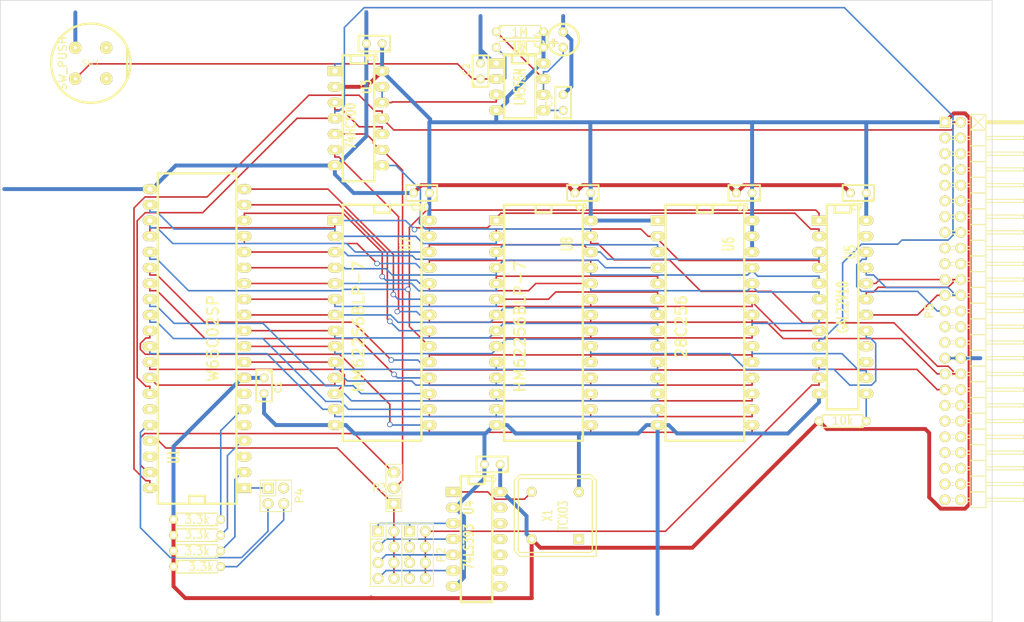
<source format=kicad_pcb>
(kicad_pcb (version 4) (host pcbnew "(2014-09-10 BZR 5127)-product")

  (general
    (links 200)
    (no_connects 19)
    (area 24.714999 60.909999 184.835001 161.340001)
    (thickness 1.6)
    (drawings 4)
    (tracks 699)
    (zones 0)
    (modules 32)
    (nets 92)
  )

  (page A4)
  (layers
    (0 F.Cu signal)
    (31 B.Cu signal)
    (33 F.Adhes user)
    (35 F.Paste user)
    (37 F.SilkS user)
    (39 F.Mask user)
    (40 Dwgs.User user)
    (41 Cmts.User user)
    (42 Eco1.User user)
    (43 Eco2.User user)
    (44 Edge.Cuts user)
    (45 Margin user)
  )

  (setup
    (last_trace_width 0.254)
    (trace_clearance 0.254)
    (zone_clearance 0.508)
    (zone_45_only yes)
    (trace_min 0.254)
    (segment_width 0.2)
    (edge_width 0.1)
    (via_size 0.889)
    (via_drill 0.635)
    (via_min_size 0.889)
    (via_min_drill 0.508)
    (uvia_size 0.508)
    (uvia_drill 0.127)
    (uvias_allowed no)
    (uvia_min_size 0.508)
    (uvia_min_drill 0.127)
    (pcb_text_width 0.3)
    (pcb_text_size 1.5 1.5)
    (mod_edge_width 0.15)
    (mod_text_size 1 1)
    (mod_text_width 0.15)
    (pad_size 1.5 1.5)
    (pad_drill 0.6)
    (pad_to_mask_clearance 0)
    (aux_axis_origin 0 0)
    (visible_elements FFFFFF7F)
    (pcbplotparams
      (layerselection 0x00030_80000001)
      (usegerberextensions false)
      (excludeedgelayer true)
      (linewidth 0.100000)
      (plotframeref false)
      (viasonmask false)
      (mode 1)
      (useauxorigin false)
      (hpglpennumber 1)
      (hpglpenspeed 20)
      (hpglpendiameter 15)
      (hpglpenoverlay 2)
      (psnegative false)
      (psa4output false)
      (plotreference true)
      (plotvalue true)
      (plotinvisibletext false)
      (padsonsilk false)
      (subtractmaskfromsilk false)
      (outputformat 1)
      (mirror false)
      (drillshape 1)
      (scaleselection 1)
      (outputdirectory ""))
  )

  (net 0 "")
  (net 1 "Net-(R1-Pad1)")
  (net 2 "Net-(R2-Pad1)")
  (net 3 "Net-(R3-Pad1)")
  (net 4 "Net-(U1-Pad3)")
  (net 5 "Net-(U1-Pad5)")
  (net 6 "Net-(U1-Pad7)")
  (net 7 "Net-(U1-Pad35)")
  (net 8 "Net-(U1-Pad38)")
  (net 9 GND)
  (net 10 "Net-(U2-Pad3)")
  (net 11 VCC)
  (net 12 "Net-(C2-Pad1)")
  (net 13 "Net-(C3-Pad1)")
  (net 14 "Net-(C4-Pad1)")
  (net 15 "Net-(P1-Pad1)")
  (net 16 "Net-(P1-Pad3)")
  (net 17 "Net-(P1-Pad5)")
  (net 18 "Net-(P1-Pad7)")
  (net 19 "Net-(P3-Pad3)")
  (net 20 /A0)
  (net 21 /A1)
  (net 22 /A2)
  (net 23 /A3)
  (net 24 /A4)
  (net 25 /A5)
  (net 26 /A6)
  (net 27 /A7)
  (net 28 /A8)
  (net 29 /A9)
  (net 30 /A10)
  (net 31 /A11)
  (net 32 /A12)
  (net 33 /A13)
  (net 34 /A14)
  (net 35 /A15)
  (net 36 "Net-(U4-Pad1)")
  (net 37 "Net-(X1-Pad1)")
  (net 38 /D7)
  (net 39 /D6)
  (net 40 /D5)
  (net 41 /D4)
  (net 42 /D3)
  (net 43 /D2)
  (net 44 /D1)
  (net 45 /D0)
  (net 46 PH0-IN)
  (net 47 PHI2)
  (net 48 /RESET)
  (net 49 CLK1)
  (net 50 /ROMOFF)
  (net 51 /RW)
  (net 52 /OE)
  (net 53 /CS_ROM)
  (net 54 /CS_RES00)
  (net 55 /CS_RES01)
  (net 56 /CS_HIRAM)
  (net 57 /CS_UART)
  (net 58 /CS_VIA)
  (net 59 E_LCD)
  (net 60 /CSR_VDP)
  (net 61 /CSW_VDP)
  (net 62 /CS_RES02)
  (net 63 /WE)
  (net 64 "Net-(P4-Pad1)")
  (net 65 "Net-(P4-Pad3)")
  (net 66 "Net-(P4-Pad4)")
  (net 67 "Net-(U3-Pad10)")
  (net 68 /NMI)
  (net 69 /IRQ)
  (net 70 "Net-(P5-Pad5)")
  (net 71 "Net-(P5-Pad6)")
  (net 72 "Net-(P5-Pad15)")
  (net 73 "Net-(P5-Pad17)")
  (net 74 RDY)
  (net 75 "Net-(P5-Pad19)")
  (net 76 "Net-(P5-Pad20)")
  (net 77 "Net-(P5-Pad36)")
  (net 78 "Net-(P5-Pad37)")
  (net 79 "Net-(P5-Pad38)")
  (net 80 "Net-(P5-Pad39)")
  (net 81 "Net-(P5-Pad40)")
  (net 82 "Net-(P5-Pad41)")
  (net 83 "Net-(P5-Pad42)")
  (net 84 "Net-(P5-Pad43)")
  (net 85 "Net-(P5-Pad44)")
  (net 86 "Net-(P5-Pad45)")
  (net 87 "Net-(P5-Pad46)")
  (net 88 "Net-(P5-Pad47)")
  (net 89 "Net-(P5-Pad48)")
  (net 90 "Net-(P5-Pad49)")
  (net 91 "Net-(P5-Pad50)")

  (net_class Default "This is the default net class."
    (clearance 0.254)
    (trace_width 0.254)
    (via_dia 0.889)
    (via_drill 0.635)
    (uvia_dia 0.508)
    (uvia_drill 0.127)
    (add_net /A0)
    (add_net /A1)
    (add_net /A10)
    (add_net /A11)
    (add_net /A12)
    (add_net /A13)
    (add_net /A14)
    (add_net /A15)
    (add_net /A2)
    (add_net /A3)
    (add_net /A4)
    (add_net /A5)
    (add_net /A6)
    (add_net /A7)
    (add_net /A8)
    (add_net /A9)
    (add_net /CSR_VDP)
    (add_net /CSW_VDP)
    (add_net /CS_HIRAM)
    (add_net /CS_RES00)
    (add_net /CS_RES01)
    (add_net /CS_RES02)
    (add_net /CS_ROM)
    (add_net /CS_UART)
    (add_net /CS_VIA)
    (add_net /D0)
    (add_net /D1)
    (add_net /D2)
    (add_net /D3)
    (add_net /D4)
    (add_net /D5)
    (add_net /D6)
    (add_net /D7)
    (add_net /IRQ)
    (add_net /NMI)
    (add_net /OE)
    (add_net /RESET)
    (add_net /ROMOFF)
    (add_net /RW)
    (add_net /WE)
    (add_net CLK1)
    (add_net E_LCD)
    (add_net "Net-(C2-Pad1)")
    (add_net "Net-(C3-Pad1)")
    (add_net "Net-(C4-Pad1)")
    (add_net "Net-(P1-Pad1)")
    (add_net "Net-(P1-Pad3)")
    (add_net "Net-(P1-Pad5)")
    (add_net "Net-(P1-Pad7)")
    (add_net "Net-(P3-Pad3)")
    (add_net "Net-(P4-Pad1)")
    (add_net "Net-(P4-Pad3)")
    (add_net "Net-(P4-Pad4)")
    (add_net "Net-(P5-Pad15)")
    (add_net "Net-(P5-Pad17)")
    (add_net "Net-(P5-Pad19)")
    (add_net "Net-(P5-Pad20)")
    (add_net "Net-(P5-Pad36)")
    (add_net "Net-(P5-Pad37)")
    (add_net "Net-(P5-Pad38)")
    (add_net "Net-(P5-Pad39)")
    (add_net "Net-(P5-Pad40)")
    (add_net "Net-(P5-Pad41)")
    (add_net "Net-(P5-Pad42)")
    (add_net "Net-(P5-Pad43)")
    (add_net "Net-(P5-Pad44)")
    (add_net "Net-(P5-Pad45)")
    (add_net "Net-(P5-Pad46)")
    (add_net "Net-(P5-Pad47)")
    (add_net "Net-(P5-Pad48)")
    (add_net "Net-(P5-Pad49)")
    (add_net "Net-(P5-Pad5)")
    (add_net "Net-(P5-Pad50)")
    (add_net "Net-(P5-Pad6)")
    (add_net "Net-(R1-Pad1)")
    (add_net "Net-(R2-Pad1)")
    (add_net "Net-(R3-Pad1)")
    (add_net "Net-(U1-Pad3)")
    (add_net "Net-(U1-Pad35)")
    (add_net "Net-(U1-Pad38)")
    (add_net "Net-(U1-Pad5)")
    (add_net "Net-(U1-Pad7)")
    (add_net "Net-(U2-Pad3)")
    (add_net "Net-(U3-Pad10)")
    (add_net "Net-(U4-Pad1)")
    (add_net "Net-(X1-Pad1)")
    (add_net PH0-IN)
    (add_net PHI2)
    (add_net RDY)
  )

  (net_class vcc ""
    (clearance 0.254)
    (trace_width 0.635)
    (via_dia 0.889)
    (via_drill 0.635)
    (uvia_dia 0.508)
    (uvia_drill 0.127)
    (add_net GND)
    (add_net VCC)
  )

  (module Pin_Headers:Pin_Header_Straight_2x04 (layer F.Cu) (tedit 54135E4B) (tstamp 54135EDF)
    (at 92.075 150.495 270)
    (descr "Through hole pin header")
    (tags "pin header")
    (path /541368AB)
    (fp_text reference P2 (at 0 -3.81 270) (layer F.SilkS)
      (effects (font (size 1.27 1.27) (thickness 0.2032)))
    )
    (fp_text value CONN_02X04 (at 0 0 270) (layer F.SilkS) hide
      (effects (font (size 1.27 1.27) (thickness 0.2032)))
    )
    (fp_line (start -2.54 2.54) (end 5.08 2.54) (layer F.SilkS) (width 0.15))
    (fp_line (start 5.08 2.54) (end 5.08 -2.54) (layer F.SilkS) (width 0.15))
    (fp_line (start 5.08 -2.54) (end -5.08 -2.54) (layer F.SilkS) (width 0.15))
    (fp_line (start -5.08 -2.54) (end -5.08 0) (layer F.SilkS) (width 0.15))
    (fp_line (start -5.08 2.54) (end -2.54 2.54) (layer F.SilkS) (width 0.15))
    (fp_line (start -5.08 0) (end -2.54 0) (layer F.SilkS) (width 0.15))
    (fp_line (start -2.54 0) (end -2.54 2.54) (layer F.SilkS) (width 0.15))
    (fp_line (start -5.08 2.54) (end -5.08 0) (layer F.SilkS) (width 0.15))
    (pad 1 thru_hole rect (at -3.81 1.27 270) (size 1.7272 1.7272) (drill 1.016) (layers *.Cu *.Mask F.SilkS)
      (net 15 "Net-(P1-Pad1)"))
    (pad 2 thru_hole oval (at -3.81 -1.27 270) (size 1.7272 1.7272) (drill 1.016) (layers *.Cu *.Mask F.SilkS)
      (net 49 CLK1))
    (pad 3 thru_hole oval (at -1.27 1.27 270) (size 1.7272 1.7272) (drill 1.016) (layers *.Cu *.Mask F.SilkS)
      (net 16 "Net-(P1-Pad3)"))
    (pad 4 thru_hole oval (at -1.27 -1.27 270) (size 1.7272 1.7272) (drill 1.016) (layers *.Cu *.Mask F.SilkS)
      (net 49 CLK1))
    (pad 5 thru_hole oval (at 1.27 1.27 270) (size 1.7272 1.7272) (drill 1.016) (layers *.Cu *.Mask F.SilkS)
      (net 17 "Net-(P1-Pad5)"))
    (pad 6 thru_hole oval (at 1.27 -1.27 270) (size 1.7272 1.7272) (drill 1.016) (layers *.Cu *.Mask F.SilkS)
      (net 49 CLK1))
    (pad 7 thru_hole oval (at 3.81 1.27 270) (size 1.7272 1.7272) (drill 1.016) (layers *.Cu *.Mask F.SilkS)
      (net 18 "Net-(P1-Pad7)"))
    (pad 8 thru_hole oval (at 3.81 -1.27 270) (size 1.7272 1.7272) (drill 1.016) (layers *.Cu *.Mask F.SilkS)
      (net 49 CLK1))
    (model Pin_Headers/Pin_Header_Straight_2x04.wrl
      (at (xyz 0 0 0))
      (scale (xyz 1 1 1))
      (rotate (xyz 0 0 0))
    )
  )

  (module Discret:R3 (layer F.Cu) (tedit 54134A8D) (tstamp 54134A5E)
    (at 56.515 147.32 180)
    (descr "Resitance 3 pas")
    (tags R)
    (path /54135A46)
    (autoplace_cost180 10)
    (fp_text reference R1 (at 0 0.127 180) (layer F.SilkS) hide
      (effects (font (size 1.397 1.27) (thickness 0.2032)))
    )
    (fp_text value 3.3k (at 0 0.127 180) (layer F.SilkS)
      (effects (font (size 1.397 1.27) (thickness 0.2032)))
    )
    (fp_line (start -3.81 0) (end -3.302 0) (layer F.SilkS) (width 0.2032))
    (fp_line (start 3.81 0) (end 3.302 0) (layer F.SilkS) (width 0.2032))
    (fp_line (start 3.302 0) (end 3.302 -1.016) (layer F.SilkS) (width 0.2032))
    (fp_line (start 3.302 -1.016) (end -3.302 -1.016) (layer F.SilkS) (width 0.2032))
    (fp_line (start -3.302 -1.016) (end -3.302 1.016) (layer F.SilkS) (width 0.2032))
    (fp_line (start -3.302 1.016) (end 3.302 1.016) (layer F.SilkS) (width 0.2032))
    (fp_line (start 3.302 1.016) (end 3.302 0) (layer F.SilkS) (width 0.2032))
    (fp_line (start -3.302 -0.508) (end -2.794 -1.016) (layer F.SilkS) (width 0.2032))
    (pad 1 thru_hole circle (at -3.81 0 180) (size 1.397 1.397) (drill 0.8128) (layers *.Cu *.Mask F.SilkS)
      (net 1 "Net-(R1-Pad1)"))
    (pad 2 thru_hole circle (at 3.81 0 180) (size 1.397 1.397) (drill 0.8128) (layers *.Cu *.Mask F.SilkS)
      (net 11 VCC))
    (model discret/resistor.wrl
      (at (xyz 0 0 0))
      (scale (xyz 0.3 0.3 0.3))
      (rotate (xyz 0 0 0))
    )
  )

  (module Discret:R3 (layer F.Cu) (tedit 54134AA2) (tstamp 5417582C)
    (at 56.515 144.78 180)
    (descr "Resitance 3 pas")
    (tags R)
    (path /54135B17)
    (autoplace_cost180 10)
    (fp_text reference R2 (at 0 0.127 180) (layer F.SilkS) hide
      (effects (font (size 1.397 1.27) (thickness 0.2032)))
    )
    (fp_text value 3.3k (at 0 0 180) (layer F.SilkS)
      (effects (font (size 1.397 1.27) (thickness 0.2032)))
    )
    (fp_line (start -3.81 0) (end -3.302 0) (layer F.SilkS) (width 0.2032))
    (fp_line (start 3.81 0) (end 3.302 0) (layer F.SilkS) (width 0.2032))
    (fp_line (start 3.302 0) (end 3.302 -1.016) (layer F.SilkS) (width 0.2032))
    (fp_line (start 3.302 -1.016) (end -3.302 -1.016) (layer F.SilkS) (width 0.2032))
    (fp_line (start -3.302 -1.016) (end -3.302 1.016) (layer F.SilkS) (width 0.2032))
    (fp_line (start -3.302 1.016) (end 3.302 1.016) (layer F.SilkS) (width 0.2032))
    (fp_line (start 3.302 1.016) (end 3.302 0) (layer F.SilkS) (width 0.2032))
    (fp_line (start -3.302 -0.508) (end -2.794 -1.016) (layer F.SilkS) (width 0.2032))
    (pad 1 thru_hole circle (at -3.81 0 180) (size 1.397 1.397) (drill 0.8128) (layers *.Cu *.Mask F.SilkS)
      (net 2 "Net-(R2-Pad1)"))
    (pad 2 thru_hole circle (at 3.81 0 180) (size 1.397 1.397) (drill 0.8128) (layers *.Cu *.Mask F.SilkS)
      (net 11 VCC))
    (model discret/resistor.wrl
      (at (xyz 0 0 0))
      (scale (xyz 0.3 0.3 0.3))
      (rotate (xyz 0 0 0))
    )
  )

  (module Discret:R3 (layer F.Cu) (tedit 54134A98) (tstamp 54134A6A)
    (at 56.515 149.86 180)
    (descr "Resitance 3 pas")
    (tags R)
    (path /54135B4A)
    (autoplace_cost180 10)
    (fp_text reference R3 (at 0 0.127 180) (layer F.SilkS) hide
      (effects (font (size 1.397 1.27) (thickness 0.2032)))
    )
    (fp_text value 3.3k (at 0 0 360) (layer F.SilkS)
      (effects (font (size 1.397 1.27) (thickness 0.2032)))
    )
    (fp_line (start -3.81 0) (end -3.302 0) (layer F.SilkS) (width 0.2032))
    (fp_line (start 3.81 0) (end 3.302 0) (layer F.SilkS) (width 0.2032))
    (fp_line (start 3.302 0) (end 3.302 -1.016) (layer F.SilkS) (width 0.2032))
    (fp_line (start 3.302 -1.016) (end -3.302 -1.016) (layer F.SilkS) (width 0.2032))
    (fp_line (start -3.302 -1.016) (end -3.302 1.016) (layer F.SilkS) (width 0.2032))
    (fp_line (start -3.302 1.016) (end 3.302 1.016) (layer F.SilkS) (width 0.2032))
    (fp_line (start 3.302 1.016) (end 3.302 0) (layer F.SilkS) (width 0.2032))
    (fp_line (start -3.302 -0.508) (end -2.794 -1.016) (layer F.SilkS) (width 0.2032))
    (pad 1 thru_hole circle (at -3.81 0 180) (size 1.397 1.397) (drill 0.8128) (layers *.Cu *.Mask F.SilkS)
      (net 3 "Net-(R3-Pad1)"))
    (pad 2 thru_hole circle (at 3.81 0 180) (size 1.397 1.397) (drill 0.8128) (layers *.Cu *.Mask F.SilkS)
      (net 11 VCC))
    (model discret/resistor.wrl
      (at (xyz 0 0 0))
      (scale (xyz 0.3 0.3 0.3))
      (rotate (xyz 0 0 0))
    )
  )

  (module Discret:R3 (layer F.Cu) (tedit 54134A6D) (tstamp 5414151C)
    (at 56.515 152.4)
    (descr "Resitance 3 pas")
    (tags R)
    (path /54135B6E)
    (autoplace_cost180 10)
    (fp_text reference R4 (at 0 0.127) (layer F.SilkS) hide
      (effects (font (size 1.397 1.27) (thickness 0.2032)))
    )
    (fp_text value 3.3k (at 0.635 0) (layer F.SilkS)
      (effects (font (size 1.397 1.27) (thickness 0.2032)))
    )
    (fp_line (start -3.81 0) (end -3.302 0) (layer F.SilkS) (width 0.2032))
    (fp_line (start 3.81 0) (end 3.302 0) (layer F.SilkS) (width 0.2032))
    (fp_line (start 3.302 0) (end 3.302 -1.016) (layer F.SilkS) (width 0.2032))
    (fp_line (start 3.302 -1.016) (end -3.302 -1.016) (layer F.SilkS) (width 0.2032))
    (fp_line (start -3.302 -1.016) (end -3.302 1.016) (layer F.SilkS) (width 0.2032))
    (fp_line (start -3.302 1.016) (end 3.302 1.016) (layer F.SilkS) (width 0.2032))
    (fp_line (start 3.302 1.016) (end 3.302 0) (layer F.SilkS) (width 0.2032))
    (fp_line (start -3.302 -0.508) (end -2.794 -1.016) (layer F.SilkS) (width 0.2032))
    (pad 1 thru_hole circle (at -3.81 0) (size 1.397 1.397) (drill 0.8128) (layers *.Cu *.Mask F.SilkS)
      (net 11 VCC))
    (pad 2 thru_hole circle (at 3.81 0) (size 1.397 1.397) (drill 0.8128) (layers *.Cu *.Mask F.SilkS)
      (net 66 "Net-(P4-Pad4)"))
    (model discret/resistor.wrl
      (at (xyz 0 0 0))
      (scale (xyz 0.3 0.3 0.3))
      (rotate (xyz 0 0 0))
    )
  )

  (module Discret:C1 (layer F.Cu) (tedit 54135E4B) (tstamp 54135EA3)
    (at 67.31 123.19 270)
    (descr "Condensateur e = 1 pas")
    (tags C)
    (path /541367DD)
    (fp_text reference C1 (at 0.254 -2.286 270) (layer F.SilkS)
      (effects (font (size 1.016 1.016) (thickness 0.2032)))
    )
    (fp_text value 100n (at 0 -2.286 270) (layer F.SilkS) hide
      (effects (font (size 1.016 1.016) (thickness 0.2032)))
    )
    (fp_line (start -2.4892 -1.27) (end 2.54 -1.27) (layer F.SilkS) (width 0.3048))
    (fp_line (start 2.54 -1.27) (end 2.54 1.27) (layer F.SilkS) (width 0.3048))
    (fp_line (start 2.54 1.27) (end -2.54 1.27) (layer F.SilkS) (width 0.3048))
    (fp_line (start -2.54 1.27) (end -2.54 -1.27) (layer F.SilkS) (width 0.3048))
    (fp_line (start -2.54 -0.635) (end -1.905 -1.27) (layer F.SilkS) (width 0.3048))
    (pad 1 thru_hole circle (at -1.27 0 270) (size 1.397 1.397) (drill 0.8128) (layers *.Cu *.Mask F.SilkS)
      (net 11 VCC))
    (pad 2 thru_hole circle (at 1.27 0 270) (size 1.397 1.397) (drill 0.8128) (layers *.Cu *.Mask F.SilkS)
      (net 9 GND))
    (model discret/capa_1_pas.wrl
      (at (xyz 0 0 0))
      (scale (xyz 1 1 1))
      (rotate (xyz 0 0 0))
    )
  )

  (module Discret:C1 (layer F.Cu) (tedit 54135E4B) (tstamp 54135EA9)
    (at 102.235 72.39 90)
    (descr "Condensateur e = 1 pas")
    (tags C)
    (path /54137610)
    (fp_text reference C2 (at 0.254 -2.286 90) (layer F.SilkS)
      (effects (font (size 1.016 1.016) (thickness 0.2032)))
    )
    (fp_text value 10n (at 0 -2.286 90) (layer F.SilkS) hide
      (effects (font (size 1.016 1.016) (thickness 0.2032)))
    )
    (fp_line (start -2.4892 -1.27) (end 2.54 -1.27) (layer F.SilkS) (width 0.3048))
    (fp_line (start 2.54 -1.27) (end 2.54 1.27) (layer F.SilkS) (width 0.3048))
    (fp_line (start 2.54 1.27) (end -2.54 1.27) (layer F.SilkS) (width 0.3048))
    (fp_line (start -2.54 1.27) (end -2.54 -1.27) (layer F.SilkS) (width 0.3048))
    (fp_line (start -2.54 -0.635) (end -1.905 -1.27) (layer F.SilkS) (width 0.3048))
    (pad 1 thru_hole circle (at -1.27 0 90) (size 1.397 1.397) (drill 0.8128) (layers *.Cu *.Mask F.SilkS)
      (net 12 "Net-(C2-Pad1)"))
    (pad 2 thru_hole circle (at 1.27 0 90) (size 1.397 1.397) (drill 0.8128) (layers *.Cu *.Mask F.SilkS)
      (net 9 GND))
    (model discret/capa_1_pas.wrl
      (at (xyz 0 0 0))
      (scale (xyz 1 1 1))
      (rotate (xyz 0 0 0))
    )
  )

  (module Discret:C1 (layer F.Cu) (tedit 54135E4B) (tstamp 541409C3)
    (at 115.57 77.47 90)
    (descr "Condensateur e = 1 pas")
    (tags C)
    (path /54137759)
    (fp_text reference C3 (at 0.254 -2.286 90) (layer F.SilkS)
      (effects (font (size 1.016 1.016) (thickness 0.2032)))
    )
    (fp_text value 1n (at 0 -2.286 90) (layer F.SilkS) hide
      (effects (font (size 1.016 1.016) (thickness 0.2032)))
    )
    (fp_line (start -2.4892 -1.27) (end 2.54 -1.27) (layer F.SilkS) (width 0.3048))
    (fp_line (start 2.54 -1.27) (end 2.54 1.27) (layer F.SilkS) (width 0.3048))
    (fp_line (start 2.54 1.27) (end -2.54 1.27) (layer F.SilkS) (width 0.3048))
    (fp_line (start -2.54 1.27) (end -2.54 -1.27) (layer F.SilkS) (width 0.3048))
    (fp_line (start -2.54 -0.635) (end -1.905 -1.27) (layer F.SilkS) (width 0.3048))
    (pad 1 thru_hole circle (at -1.27 0 90) (size 1.397 1.397) (drill 0.8128) (layers *.Cu *.Mask F.SilkS)
      (net 13 "Net-(C3-Pad1)"))
    (pad 2 thru_hole circle (at 1.27 0 90) (size 1.397 1.397) (drill 0.8128) (layers *.Cu *.Mask F.SilkS)
      (net 9 GND))
    (model discret/capa_1_pas.wrl
      (at (xyz 0 0 0))
      (scale (xyz 1 1 1))
      (rotate (xyz 0 0 0))
    )
  )

  (module Capacitors_Elko_ThroughHole:Elko_vert_DM5_RM2-5 (layer F.Cu) (tedit 54135E4B) (tstamp 541409E3)
    (at 115.57 67.31 90)
    (descr "Electrolytic Capacitor, vertical, diameter 5mm, radial, RM 2,5mm")
    (tags "Electrolytic Capacitor, vertical, diameter 5mm, radial, RM 2,5mm, Elko, Electrolytkondensator, Kondensator gepolt, Durchmesser 5mm")
    (path /54134E8D)
    (fp_text reference C4 (at 0 -3.81 90) (layer F.SilkS)
      (effects (font (thickness 0.3048)))
    )
    (fp_text value 1µ (at 0 3.81 90) (layer F.SilkS) hide
      (effects (font (thickness 0.3048)))
    )
    (fp_line (start -1.0668 -1.524) (end 0 -1.524) (layer F.Cu) (width 0.381))
    (fp_line (start -0.508 -2.032) (end -0.508 -0.9906) (layer F.Cu) (width 0.381))
    (fp_line (start 0 -1.524) (end -1.0668 -1.524) (layer F.SilkS) (width 0.381))
    (fp_line (start -0.508 -2.032) (end -0.508 -0.9906) (layer F.SilkS) (width 0.381))
    (fp_circle (center 0 0) (end 2.54 0) (layer F.SilkS) (width 0.381))
    (pad 2 thru_hole circle (at 1.27 0 90) (size 1.50114 1.50114) (drill 0.8001) (layers *.Cu *.Mask F.SilkS)
      (net 9 GND))
    (pad 1 thru_hole circle (at -1.27 0 90) (size 1.50114 1.50114) (drill 0.8001) (layers *.Cu *.Mask F.SilkS)
      (net 14 "Net-(C4-Pad1)"))
  )

  (module Discret:C1 (layer F.Cu) (tedit 54135E4B) (tstamp 54135EBB)
    (at 85.09 67.945 180)
    (descr "Condensateur e = 1 pas")
    (tags C)
    (path /54135F5D)
    (fp_text reference C5 (at 0.254 -2.286 180) (layer F.SilkS)
      (effects (font (size 1.016 1.016) (thickness 0.2032)))
    )
    (fp_text value 100n (at 0 -2.286 180) (layer F.SilkS) hide
      (effects (font (size 1.016 1.016) (thickness 0.2032)))
    )
    (fp_line (start -2.4892 -1.27) (end 2.54 -1.27) (layer F.SilkS) (width 0.3048))
    (fp_line (start 2.54 -1.27) (end 2.54 1.27) (layer F.SilkS) (width 0.3048))
    (fp_line (start 2.54 1.27) (end -2.54 1.27) (layer F.SilkS) (width 0.3048))
    (fp_line (start -2.54 1.27) (end -2.54 -1.27) (layer F.SilkS) (width 0.3048))
    (fp_line (start -2.54 -0.635) (end -1.905 -1.27) (layer F.SilkS) (width 0.3048))
    (pad 1 thru_hole circle (at -1.27 0 180) (size 1.397 1.397) (drill 0.8128) (layers *.Cu *.Mask F.SilkS)
      (net 11 VCC))
    (pad 2 thru_hole circle (at 1.27 0 180) (size 1.397 1.397) (drill 0.8128) (layers *.Cu *.Mask F.SilkS)
      (net 9 GND))
    (model discret/capa_1_pas.wrl
      (at (xyz 0 0 0))
      (scale (xyz 1 1 1))
      (rotate (xyz 0 0 0))
    )
  )

  (module Discret:C1 (layer F.Cu) (tedit 54135E4B) (tstamp 54135EC1)
    (at 104.14 135.89 180)
    (descr "Condensateur e = 1 pas")
    (tags C)
    (path /541376C2)
    (fp_text reference C6 (at 0.254 -2.286 180) (layer F.SilkS)
      (effects (font (size 1.016 1.016) (thickness 0.2032)))
    )
    (fp_text value 100n (at 0 -2.286 180) (layer F.SilkS) hide
      (effects (font (size 1.016 1.016) (thickness 0.2032)))
    )
    (fp_line (start -2.4892 -1.27) (end 2.54 -1.27) (layer F.SilkS) (width 0.3048))
    (fp_line (start 2.54 -1.27) (end 2.54 1.27) (layer F.SilkS) (width 0.3048))
    (fp_line (start 2.54 1.27) (end -2.54 1.27) (layer F.SilkS) (width 0.3048))
    (fp_line (start -2.54 1.27) (end -2.54 -1.27) (layer F.SilkS) (width 0.3048))
    (fp_line (start -2.54 -0.635) (end -1.905 -1.27) (layer F.SilkS) (width 0.3048))
    (pad 1 thru_hole circle (at -1.27 0 180) (size 1.397 1.397) (drill 0.8128) (layers *.Cu *.Mask F.SilkS)
      (net 11 VCC))
    (pad 2 thru_hole circle (at 1.27 0 180) (size 1.397 1.397) (drill 0.8128) (layers *.Cu *.Mask F.SilkS)
      (net 9 GND))
    (model discret/capa_1_pas.wrl
      (at (xyz 0 0 0))
      (scale (xyz 1 1 1))
      (rotate (xyz 0 0 0))
    )
  )

  (module Discret:C1 (layer F.Cu) (tedit 54135E4B) (tstamp 54135EC7)
    (at 163.195 92.075 180)
    (descr "Condensateur e = 1 pas")
    (tags C)
    (path /54138302)
    (fp_text reference C7 (at 0.254 -2.286 180) (layer F.SilkS)
      (effects (font (size 1.016 1.016) (thickness 0.2032)))
    )
    (fp_text value 100n (at 0 -2.286 180) (layer F.SilkS) hide
      (effects (font (size 1.016 1.016) (thickness 0.2032)))
    )
    (fp_line (start -2.4892 -1.27) (end 2.54 -1.27) (layer F.SilkS) (width 0.3048))
    (fp_line (start 2.54 -1.27) (end 2.54 1.27) (layer F.SilkS) (width 0.3048))
    (fp_line (start 2.54 1.27) (end -2.54 1.27) (layer F.SilkS) (width 0.3048))
    (fp_line (start -2.54 1.27) (end -2.54 -1.27) (layer F.SilkS) (width 0.3048))
    (fp_line (start -2.54 -0.635) (end -1.905 -1.27) (layer F.SilkS) (width 0.3048))
    (pad 1 thru_hole circle (at -1.27 0 180) (size 1.397 1.397) (drill 0.8128) (layers *.Cu *.Mask F.SilkS)
      (net 11 VCC))
    (pad 2 thru_hole circle (at 1.27 0 180) (size 1.397 1.397) (drill 0.8128) (layers *.Cu *.Mask F.SilkS)
      (net 9 GND))
    (model discret/capa_1_pas.wrl
      (at (xyz 0 0 0))
      (scale (xyz 1 1 1))
      (rotate (xyz 0 0 0))
    )
  )

  (module Pin_Headers:Pin_Header_Straight_2x04 (layer F.Cu) (tedit 54135E4B) (tstamp 54135ED3)
    (at 86.995 150.495 270)
    (descr "Through hole pin header")
    (tags "pin header")
    (path /54136830)
    (fp_text reference P1 (at 0 -3.81 270) (layer F.SilkS)
      (effects (font (size 1.27 1.27) (thickness 0.2032)))
    )
    (fp_text value CONN_02X04 (at 0 0 270) (layer F.SilkS) hide
      (effects (font (size 1.27 1.27) (thickness 0.2032)))
    )
    (fp_line (start -2.54 2.54) (end 5.08 2.54) (layer F.SilkS) (width 0.15))
    (fp_line (start 5.08 2.54) (end 5.08 -2.54) (layer F.SilkS) (width 0.15))
    (fp_line (start 5.08 -2.54) (end -5.08 -2.54) (layer F.SilkS) (width 0.15))
    (fp_line (start -5.08 -2.54) (end -5.08 0) (layer F.SilkS) (width 0.15))
    (fp_line (start -5.08 2.54) (end -2.54 2.54) (layer F.SilkS) (width 0.15))
    (fp_line (start -5.08 0) (end -2.54 0) (layer F.SilkS) (width 0.15))
    (fp_line (start -2.54 0) (end -2.54 2.54) (layer F.SilkS) (width 0.15))
    (fp_line (start -5.08 2.54) (end -5.08 0) (layer F.SilkS) (width 0.15))
    (pad 1 thru_hole rect (at -3.81 1.27 270) (size 1.7272 1.7272) (drill 1.016) (layers *.Cu *.Mask F.SilkS)
      (net 15 "Net-(P1-Pad1)"))
    (pad 2 thru_hole oval (at -3.81 -1.27 270) (size 1.7272 1.7272) (drill 1.016) (layers *.Cu *.Mask F.SilkS)
      (net 46 PH0-IN))
    (pad 3 thru_hole oval (at -1.27 1.27 270) (size 1.7272 1.7272) (drill 1.016) (layers *.Cu *.Mask F.SilkS)
      (net 16 "Net-(P1-Pad3)"))
    (pad 4 thru_hole oval (at -1.27 -1.27 270) (size 1.7272 1.7272) (drill 1.016) (layers *.Cu *.Mask F.SilkS)
      (net 46 PH0-IN))
    (pad 5 thru_hole oval (at 1.27 1.27 270) (size 1.7272 1.7272) (drill 1.016) (layers *.Cu *.Mask F.SilkS)
      (net 17 "Net-(P1-Pad5)"))
    (pad 6 thru_hole oval (at 1.27 -1.27 270) (size 1.7272 1.7272) (drill 1.016) (layers *.Cu *.Mask F.SilkS)
      (net 46 PH0-IN))
    (pad 7 thru_hole oval (at 3.81 1.27 270) (size 1.7272 1.7272) (drill 1.016) (layers *.Cu *.Mask F.SilkS)
      (net 18 "Net-(P1-Pad7)"))
    (pad 8 thru_hole oval (at 3.81 -1.27 270) (size 1.7272 1.7272) (drill 1.016) (layers *.Cu *.Mask F.SilkS)
      (net 46 PH0-IN))
    (model Pin_Headers/Pin_Header_Straight_2x04.wrl
      (at (xyz 0 0 0))
      (scale (xyz 1 1 1))
      (rotate (xyz 0 0 0))
    )
  )

  (module Pin_Headers:Pin_Header_Straight_1x03 (layer F.Cu) (tedit 54135E4B) (tstamp 54135EE6)
    (at 88.265 139.7 90)
    (descr "Through hole pin header")
    (tags "pin header")
    (path /541377BD)
    (fp_text reference P3 (at 0 -2.286 180) (layer F.SilkS)
      (effects (font (size 1.27 1.27) (thickness 0.2032)))
    )
    (fp_text value CONN_01X03 (at 0 0 90) (layer F.SilkS) hide
      (effects (font (size 1.27 1.27) (thickness 0.2032)))
    )
    (fp_line (start -1.27 1.27) (end 3.81 1.27) (layer F.SilkS) (width 0.15))
    (fp_line (start 3.81 1.27) (end 3.81 -1.27) (layer F.SilkS) (width 0.15))
    (fp_line (start 3.81 -1.27) (end -1.27 -1.27) (layer F.SilkS) (width 0.15))
    (fp_line (start -3.81 -1.27) (end -1.27 -1.27) (layer F.SilkS) (width 0.15))
    (fp_line (start -1.27 -1.27) (end -1.27 1.27) (layer F.SilkS) (width 0.15))
    (fp_line (start -3.81 -1.27) (end -3.81 1.27) (layer F.SilkS) (width 0.15))
    (fp_line (start -3.81 1.27) (end -1.27 1.27) (layer F.SilkS) (width 0.15))
    (pad 1 thru_hole rect (at -2.54 0 90) (size 1.7272 2.032) (drill 1.016) (layers *.Cu *.Mask F.SilkS)
      (net 46 PH0-IN))
    (pad 2 thru_hole oval (at 0 0 90) (size 1.7272 2.032) (drill 1.016) (layers *.Cu *.Mask F.SilkS)
      (net 47 PHI2))
    (pad 3 thru_hole oval (at 2.54 0 90) (size 1.7272 2.032) (drill 1.016) (layers *.Cu *.Mask F.SilkS)
      (net 19 "Net-(P3-Pad3)"))
    (model Pin_Headers/Pin_Header_Straight_1x03.wrl
      (at (xyz 0 0 0))
      (scale (xyz 1 1 1))
      (rotate (xyz 0 0 0))
    )
  )

  (module Discret:R3 (layer F.Cu) (tedit 54135E4B) (tstamp 541409A8)
    (at 108.585 68.58 180)
    (descr "Resitance 3 pas")
    (tags R)
    (path /54136B39)
    (autoplace_cost180 10)
    (fp_text reference R5 (at 0 0.127 180) (layer F.SilkS) hide
      (effects (font (size 1.397 1.27) (thickness 0.2032)))
    )
    (fp_text value 1M (at 0 0.127 180) (layer F.SilkS)
      (effects (font (size 1.397 1.27) (thickness 0.2032)))
    )
    (fp_line (start -3.81 0) (end -3.302 0) (layer F.SilkS) (width 0.2032))
    (fp_line (start 3.81 0) (end 3.302 0) (layer F.SilkS) (width 0.2032))
    (fp_line (start 3.302 0) (end 3.302 -1.016) (layer F.SilkS) (width 0.2032))
    (fp_line (start 3.302 -1.016) (end -3.302 -1.016) (layer F.SilkS) (width 0.2032))
    (fp_line (start -3.302 -1.016) (end -3.302 1.016) (layer F.SilkS) (width 0.2032))
    (fp_line (start -3.302 1.016) (end 3.302 1.016) (layer F.SilkS) (width 0.2032))
    (fp_line (start 3.302 1.016) (end 3.302 0) (layer F.SilkS) (width 0.2032))
    (fp_line (start -3.302 -0.508) (end -2.794 -1.016) (layer F.SilkS) (width 0.2032))
    (pad 1 thru_hole circle (at -3.81 0 180) (size 1.397 1.397) (drill 0.8128) (layers *.Cu *.Mask F.SilkS)
      (net 11 VCC))
    (pad 2 thru_hole circle (at 3.81 0 180) (size 1.397 1.397) (drill 0.8128) (layers *.Cu *.Mask F.SilkS)
      (net 12 "Net-(C2-Pad1)"))
    (model discret/resistor.wrl
      (at (xyz 0 0 0))
      (scale (xyz 0.3 0.3 0.3))
      (rotate (xyz 0 0 0))
    )
  )

  (module Discret:R3 (layer F.Cu) (tedit 54136CE8) (tstamp 541409B7)
    (at 108.585 66.04)
    (descr "Resitance 3 pas")
    (tags R)
    (path /54136D90)
    (autoplace_cost180 10)
    (fp_text reference R6 (at 0 0.127) (layer F.SilkS) hide
      (effects (font (size 1.397 1.27) (thickness 0.2032)))
    )
    (fp_text value 1M (at 0 0.127 180) (layer F.SilkS)
      (effects (font (size 1.397 1.27) (thickness 0.2032)))
    )
    (fp_line (start -3.81 0) (end -3.302 0) (layer F.SilkS) (width 0.2032))
    (fp_line (start 3.81 0) (end 3.302 0) (layer F.SilkS) (width 0.2032))
    (fp_line (start 3.302 0) (end 3.302 -1.016) (layer F.SilkS) (width 0.2032))
    (fp_line (start 3.302 -1.016) (end -3.302 -1.016) (layer F.SilkS) (width 0.2032))
    (fp_line (start -3.302 -1.016) (end -3.302 1.016) (layer F.SilkS) (width 0.2032))
    (fp_line (start -3.302 1.016) (end 3.302 1.016) (layer F.SilkS) (width 0.2032))
    (fp_line (start 3.302 1.016) (end 3.302 0) (layer F.SilkS) (width 0.2032))
    (fp_line (start -3.302 -0.508) (end -2.794 -1.016) (layer F.SilkS) (width 0.2032))
    (pad 1 thru_hole circle (at -3.81 0) (size 1.397 1.397) (drill 0.8128) (layers *.Cu *.Mask F.SilkS)
      (net 14 "Net-(C4-Pad1)"))
    (pad 2 thru_hole circle (at 3.81 0) (size 1.397 1.397) (drill 0.8128) (layers *.Cu *.Mask F.SilkS)
      (net 11 VCC))
    (model discret/resistor.wrl
      (at (xyz 0 0 0))
      (scale (xyz 0.3 0.3 0.3))
      (rotate (xyz 0 0 0))
    )
  )

  (module Discret:R3 (layer F.Cu) (tedit 54135E4B) (tstamp 541426BF)
    (at 160.655 128.905 180)
    (descr "Resitance 3 pas")
    (tags R)
    (path /5413B2B6)
    (autoplace_cost180 10)
    (fp_text reference R8 (at 0 0.127 180) (layer F.SilkS) hide
      (effects (font (size 1.397 1.27) (thickness 0.2032)))
    )
    (fp_text value 10k (at 0 0.127 180) (layer F.SilkS)
      (effects (font (size 1.397 1.27) (thickness 0.2032)))
    )
    (fp_line (start -3.81 0) (end -3.302 0) (layer F.SilkS) (width 0.2032))
    (fp_line (start 3.81 0) (end 3.302 0) (layer F.SilkS) (width 0.2032))
    (fp_line (start 3.302 0) (end 3.302 -1.016) (layer F.SilkS) (width 0.2032))
    (fp_line (start 3.302 -1.016) (end -3.302 -1.016) (layer F.SilkS) (width 0.2032))
    (fp_line (start -3.302 -1.016) (end -3.302 1.016) (layer F.SilkS) (width 0.2032))
    (fp_line (start -3.302 1.016) (end 3.302 1.016) (layer F.SilkS) (width 0.2032))
    (fp_line (start 3.302 1.016) (end 3.302 0) (layer F.SilkS) (width 0.2032))
    (fp_line (start -3.302 -0.508) (end -2.794 -1.016) (layer F.SilkS) (width 0.2032))
    (pad 1 thru_hole circle (at -3.81 0 180) (size 1.397 1.397) (drill 0.8128) (layers *.Cu *.Mask F.SilkS)
      (net 50 /ROMOFF))
    (pad 2 thru_hole circle (at 3.81 0 180) (size 1.397 1.397) (drill 0.8128) (layers *.Cu *.Mask F.SilkS)
      (net 11 VCC))
    (model discret/resistor.wrl
      (at (xyz 0 0 0))
      (scale (xyz 0.3 0.3 0.3))
      (rotate (xyz 0 0 0))
    )
  )

  (module Sockets_DIP:DIP-14__300_ELL (layer F.Cu) (tedit 54135E4B) (tstamp 54175AC2)
    (at 101.6 147.955 270)
    (descr "14 pins DIL package, elliptical pads")
    (tags DIL)
    (path /54135D32)
    (fp_text reference U4 (at -5.08 1.27 270) (layer F.SilkS)
      (effects (font (size 1.524 1.143) (thickness 0.3048)))
    )
    (fp_text value 74LS393 (at 1.27 1.27 270) (layer F.SilkS)
      (effects (font (size 1.524 1.143) (thickness 0.3048)))
    )
    (fp_line (start -10.16 -2.54) (end 10.16 -2.54) (layer F.SilkS) (width 0.381))
    (fp_line (start 10.16 2.54) (end -10.16 2.54) (layer F.SilkS) (width 0.381))
    (fp_line (start -10.16 2.54) (end -10.16 -2.54) (layer F.SilkS) (width 0.381))
    (fp_line (start -10.16 -1.27) (end -8.89 -1.27) (layer F.SilkS) (width 0.381))
    (fp_line (start -8.89 -1.27) (end -8.89 1.27) (layer F.SilkS) (width 0.381))
    (fp_line (start -8.89 1.27) (end -10.16 1.27) (layer F.SilkS) (width 0.381))
    (fp_line (start 10.16 -2.54) (end 10.16 2.54) (layer F.SilkS) (width 0.381))
    (pad 1 thru_hole rect (at -7.62 3.81 270) (size 1.5748 2.286) (drill 0.8128) (layers *.Cu *.Mask F.SilkS)
      (net 36 "Net-(U4-Pad1)"))
    (pad 2 thru_hole oval (at -5.08 3.81 270) (size 1.5748 2.286) (drill 0.8128) (layers *.Cu *.Mask F.SilkS)
      (net 9 GND))
    (pad 3 thru_hole oval (at -2.54 3.81 270) (size 1.5748 2.286) (drill 0.8128) (layers *.Cu *.Mask F.SilkS)
      (net 15 "Net-(P1-Pad1)"))
    (pad 4 thru_hole oval (at 0 3.81 270) (size 1.5748 2.286) (drill 0.8128) (layers *.Cu *.Mask F.SilkS)
      (net 16 "Net-(P1-Pad3)"))
    (pad 5 thru_hole oval (at 2.54 3.81 270) (size 1.5748 2.286) (drill 0.8128) (layers *.Cu *.Mask F.SilkS)
      (net 17 "Net-(P1-Pad5)"))
    (pad 6 thru_hole oval (at 5.08 3.81 270) (size 1.5748 2.286) (drill 0.8128) (layers *.Cu *.Mask F.SilkS)
      (net 18 "Net-(P1-Pad7)"))
    (pad 7 thru_hole oval (at 7.62 3.81 270) (size 1.5748 2.286) (drill 0.8128) (layers *.Cu *.Mask F.SilkS)
      (net 9 GND))
    (pad 8 thru_hole oval (at 7.62 -3.81 270) (size 1.5748 2.286) (drill 0.8128) (layers *.Cu *.Mask F.SilkS))
    (pad 9 thru_hole oval (at 5.08 -3.81 270) (size 1.5748 2.286) (drill 0.8128) (layers *.Cu *.Mask F.SilkS))
    (pad 10 thru_hole oval (at 2.54 -3.81 270) (size 1.5748 2.286) (drill 0.8128) (layers *.Cu *.Mask F.SilkS))
    (pad 11 thru_hole oval (at 0 -3.81 270) (size 1.5748 2.286) (drill 0.8128) (layers *.Cu *.Mask F.SilkS))
    (pad 12 thru_hole oval (at -2.54 -3.81 270) (size 1.5748 2.286) (drill 0.8128) (layers *.Cu *.Mask F.SilkS))
    (pad 13 thru_hole oval (at -5.08 -3.81 270) (size 1.5748 2.286) (drill 0.8128) (layers *.Cu *.Mask F.SilkS))
    (pad 14 thru_hole oval (at -7.62 -3.81 270) (size 1.5748 2.286) (drill 0.8128) (layers *.Cu *.Mask F.SilkS)
      (net 11 VCC))
    (model dil/dil_14.wrl
      (at (xyz 0 0 0))
      (scale (xyz 1 1 1))
      (rotate (xyz 0 0 0))
    )
  )

  (module Sockets_DIP:DIP-24__300_ELL (layer F.Cu) (tedit 54141273) (tstamp 54135F26)
    (at 160.655 110.49 270)
    (descr "24 pins DIL package, elliptical pads")
    (tags DIL)
    (path /54137BA1)
    (fp_text reference U5 (at -8.89 -1.27 270) (layer F.SilkS)
      (effects (font (size 1.778 1.143) (thickness 0.3048)))
    )
    (fp_text value GAL22V10 (at 0 0 450) (layer F.SilkS)
      (effects (font (size 1.778 1.143) (thickness 0.3048)))
    )
    (fp_line (start -16.51 -1.27) (end -15.24 -1.27) (layer F.SilkS) (width 0.381))
    (fp_line (start -15.24 -1.27) (end -15.24 1.27) (layer F.SilkS) (width 0.381))
    (fp_line (start -15.24 1.27) (end -16.51 1.27) (layer F.SilkS) (width 0.381))
    (fp_line (start -16.51 1.27) (end -16.51 1.27) (layer F.SilkS) (width 0.381))
    (fp_line (start -16.51 -2.54) (end 16.51 -2.54) (layer F.SilkS) (width 0.381))
    (fp_line (start 16.51 -2.54) (end 16.51 2.54) (layer F.SilkS) (width 0.381))
    (fp_line (start 16.51 2.54) (end -16.51 2.54) (layer F.SilkS) (width 0.381))
    (fp_line (start -16.51 2.54) (end -16.51 -2.54) (layer F.SilkS) (width 0.381))
    (pad 1 thru_hole rect (at -13.97 3.81 270) (size 1.5748 2.286) (drill 0.8128) (layers *.Cu *.Mask F.SilkS)
      (net 35 /A15))
    (pad 2 thru_hole oval (at -11.43 3.81 270) (size 1.5748 2.286) (drill 0.8128) (layers *.Cu *.Mask F.SilkS)
      (net 34 /A14))
    (pad 3 thru_hole oval (at -8.89 3.81 270) (size 1.5748 2.286) (drill 0.8128) (layers *.Cu *.Mask F.SilkS)
      (net 33 /A13))
    (pad 4 thru_hole oval (at -6.35 3.81 270) (size 1.5748 2.286) (drill 0.8128) (layers *.Cu *.Mask F.SilkS)
      (net 32 /A12))
    (pad 5 thru_hole oval (at -3.81 3.81 270) (size 1.5748 2.286) (drill 0.8128) (layers *.Cu *.Mask F.SilkS)
      (net 28 /A8))
    (pad 6 thru_hole oval (at -1.27 3.81 270) (size 1.5748 2.286) (drill 0.8128) (layers *.Cu *.Mask F.SilkS)
      (net 29 /A9))
    (pad 7 thru_hole oval (at 1.27 3.81 270) (size 1.5748 2.286) (drill 0.8128) (layers *.Cu *.Mask F.SilkS)
      (net 30 /A10))
    (pad 8 thru_hole oval (at 3.81 3.81 270) (size 1.5748 2.286) (drill 0.8128) (layers *.Cu *.Mask F.SilkS)
      (net 31 /A11))
    (pad 9 thru_hole oval (at 6.35 3.81 270) (size 1.5748 2.286) (drill 0.8128) (layers *.Cu *.Mask F.SilkS)
      (net 51 /RW))
    (pad 10 thru_hole oval (at 8.89 3.81 270) (size 1.5748 2.286) (drill 0.8128) (layers *.Cu *.Mask F.SilkS)
      (net 47 PHI2))
    (pad 11 thru_hole oval (at 11.43 3.81 270) (size 1.5748 2.286) (drill 0.8128) (layers *.Cu *.Mask F.SilkS)
      (net 49 CLK1))
    (pad 12 thru_hole oval (at 13.97 3.81 270) (size 1.5748 2.286) (drill 0.8128) (layers *.Cu *.Mask F.SilkS)
      (net 9 GND))
    (pad 13 thru_hole oval (at 13.97 -3.81 270) (size 1.5748 2.286) (drill 0.8128) (layers *.Cu *.Mask F.SilkS)
      (net 50 /ROMOFF))
    (pad 14 thru_hole oval (at 11.43 -3.81 270) (size 1.5748 2.286) (drill 0.8128) (layers *.Cu *.Mask F.SilkS)
      (net 53 /CS_ROM))
    (pad 15 thru_hole oval (at 8.89 -3.81 270) (size 1.5748 2.286) (drill 0.8128) (layers *.Cu *.Mask F.SilkS)
      (net 54 /CS_RES00))
    (pad 16 thru_hole oval (at 6.35 -3.81 270) (size 1.5748 2.286) (drill 0.8128) (layers *.Cu *.Mask F.SilkS)
      (net 55 /CS_RES01))
    (pad 17 thru_hole oval (at 3.81 -3.81 270) (size 1.5748 2.286) (drill 0.8128) (layers *.Cu *.Mask F.SilkS)
      (net 56 /CS_HIRAM))
    (pad 18 thru_hole oval (at 1.27 -3.81 270) (size 1.5748 2.286) (drill 0.8128) (layers *.Cu *.Mask F.SilkS)
      (net 57 /CS_UART))
    (pad 19 thru_hole oval (at -1.27 -3.81 270) (size 1.5748 2.286) (drill 0.8128) (layers *.Cu *.Mask F.SilkS)
      (net 58 /CS_VIA))
    (pad 20 thru_hole oval (at -3.81 -3.81 270) (size 1.5748 2.286) (drill 0.8128) (layers *.Cu *.Mask F.SilkS)
      (net 59 E_LCD))
    (pad 21 thru_hole oval (at -6.35 -3.81 270) (size 1.5748 2.286) (drill 0.8128) (layers *.Cu *.Mask F.SilkS)
      (net 60 /CSR_VDP))
    (pad 22 thru_hole oval (at -8.89 -3.81 270) (size 1.5748 2.286) (drill 0.8128) (layers *.Cu *.Mask F.SilkS)
      (net 61 /CSW_VDP))
    (pad 23 thru_hole oval (at -11.43 -3.81 270) (size 1.5748 2.286) (drill 0.8128) (layers *.Cu *.Mask F.SilkS)
      (net 62 /CS_RES02))
    (pad 24 thru_hole oval (at -13.97 -3.81 270) (size 1.5748 2.286) (drill 0.8128) (layers *.Cu *.Mask F.SilkS)
      (net 11 VCC))
    (model dil/dil_24-w300.wrl
      (at (xyz 0 0 0))
      (scale (xyz 1 1 1))
      (rotate (xyz 0 0 0))
    )
  )

  (module Sockets_DIP:DIP-40__600_ELL locked (layer F.Cu) (tedit 54136697) (tstamp 54136A6A)
    (at 56.515 115.57 90)
    (descr "Module Dil 40 pins, pads elliptiques, e=600 mils")
    (tags DIL)
    (path /5413569B)
    (fp_text reference U1 (at -19.05 -3.81 90) (layer F.SilkS)
      (effects (font (size 1.778 1.143) (thickness 0.3048)))
    )
    (fp_text value W65C02SP (at 0 2.54 270) (layer F.SilkS)
      (effects (font (size 1.778 1.778) (thickness 0.3048)))
    )
    (fp_line (start -26.67 -1.27) (end -25.4 -1.27) (layer F.SilkS) (width 0.381))
    (fp_line (start -25.4 -1.27) (end -25.4 1.27) (layer F.SilkS) (width 0.381))
    (fp_line (start -25.4 1.27) (end -26.67 1.27) (layer F.SilkS) (width 0.381))
    (fp_line (start -26.67 -6.35) (end 26.67 -6.35) (layer F.SilkS) (width 0.381))
    (fp_line (start 26.67 -6.35) (end 26.67 6.35) (layer F.SilkS) (width 0.381))
    (fp_line (start 26.67 6.35) (end -26.67 6.35) (layer F.SilkS) (width 0.381))
    (fp_line (start -26.67 6.35) (end -26.67 -6.35) (layer F.SilkS) (width 0.381))
    (pad 1 thru_hole rect (at -24.13 7.62 90) (size 1.5748 2.286) (drill 0.8128) (layers *.Cu *.Mask F.SilkS)
      (net 64 "Net-(P4-Pad1)"))
    (pad 2 thru_hole oval (at -21.59 7.62 90) (size 1.5748 2.286) (drill 0.8128) (layers *.Cu *.Mask F.SilkS)
      (net 3 "Net-(R3-Pad1)"))
    (pad 3 thru_hole oval (at -19.05 7.62 90) (size 1.5748 2.286) (drill 0.8128) (layers *.Cu *.Mask F.SilkS)
      (net 4 "Net-(U1-Pad3)"))
    (pad 4 thru_hole oval (at -16.51 7.62 90) (size 1.5748 2.286) (drill 0.8128) (layers *.Cu *.Mask F.SilkS)
      (net 1 "Net-(R1-Pad1)"))
    (pad 5 thru_hole oval (at -13.97 7.62 90) (size 1.5748 2.286) (drill 0.8128) (layers *.Cu *.Mask F.SilkS)
      (net 5 "Net-(U1-Pad5)"))
    (pad 6 thru_hole oval (at -11.43 7.62 90) (size 1.5748 2.286) (drill 0.8128) (layers *.Cu *.Mask F.SilkS)
      (net 2 "Net-(R2-Pad1)"))
    (pad 7 thru_hole oval (at -8.89 7.62 90) (size 1.5748 2.286) (drill 0.8128) (layers *.Cu *.Mask F.SilkS)
      (net 6 "Net-(U1-Pad7)"))
    (pad 8 thru_hole oval (at -6.35 7.62 90) (size 1.5748 2.286) (drill 0.8128) (layers *.Cu *.Mask F.SilkS)
      (net 11 VCC))
    (pad 9 thru_hole oval (at -3.81 7.62 90) (size 1.5748 2.286) (drill 0.8128) (layers *.Cu *.Mask F.SilkS)
      (net 20 /A0))
    (pad 10 thru_hole oval (at -1.27 7.62 90) (size 1.5748 2.286) (drill 0.8128) (layers *.Cu *.Mask F.SilkS)
      (net 21 /A1))
    (pad 11 thru_hole oval (at 1.27 7.62 90) (size 1.5748 2.286) (drill 0.8128) (layers *.Cu *.Mask F.SilkS)
      (net 22 /A2))
    (pad 12 thru_hole oval (at 3.81 7.62 90) (size 1.5748 2.286) (drill 0.8128) (layers *.Cu *.Mask F.SilkS)
      (net 23 /A3))
    (pad 13 thru_hole oval (at 6.35 7.62 90) (size 1.5748 2.286) (drill 0.8128) (layers *.Cu *.Mask F.SilkS)
      (net 24 /A4))
    (pad 14 thru_hole oval (at 8.89 7.62 90) (size 1.5748 2.286) (drill 0.8128) (layers *.Cu *.Mask F.SilkS)
      (net 25 /A5))
    (pad 15 thru_hole oval (at 11.43 7.62 90) (size 1.5748 2.286) (drill 0.8128) (layers *.Cu *.Mask F.SilkS)
      (net 26 /A6))
    (pad 16 thru_hole oval (at 13.97 7.62 90) (size 1.5748 2.286) (drill 0.8128) (layers *.Cu *.Mask F.SilkS)
      (net 27 /A7))
    (pad 17 thru_hole oval (at 16.51 7.62 90) (size 1.5748 2.286) (drill 0.8128) (layers *.Cu *.Mask F.SilkS)
      (net 28 /A8))
    (pad 18 thru_hole oval (at 19.05 7.62 90) (size 1.5748 2.286) (drill 0.8128) (layers *.Cu *.Mask F.SilkS)
      (net 29 /A9))
    (pad 19 thru_hole oval (at 21.59 7.62 90) (size 1.5748 2.286) (drill 0.8128) (layers *.Cu *.Mask F.SilkS)
      (net 30 /A10))
    (pad 20 thru_hole oval (at 24.13 7.62 90) (size 1.5748 2.286) (drill 0.8128) (layers *.Cu *.Mask F.SilkS)
      (net 31 /A11))
    (pad 21 thru_hole oval (at 24.13 -7.62 90) (size 1.5748 2.286) (drill 0.8128) (layers *.Cu *.Mask F.SilkS)
      (net 9 GND))
    (pad 22 thru_hole oval (at 21.59 -7.62 90) (size 1.5748 2.286) (drill 0.8128) (layers *.Cu *.Mask F.SilkS)
      (net 32 /A12))
    (pad 23 thru_hole oval (at 19.05 -7.62 90) (size 1.5748 2.286) (drill 0.8128) (layers *.Cu *.Mask F.SilkS)
      (net 33 /A13))
    (pad 24 thru_hole oval (at 16.51 -7.62 90) (size 1.5748 2.286) (drill 0.8128) (layers *.Cu *.Mask F.SilkS)
      (net 34 /A14))
    (pad 25 thru_hole oval (at 13.97 -7.62 90) (size 1.5748 2.286) (drill 0.8128) (layers *.Cu *.Mask F.SilkS)
      (net 35 /A15))
    (pad 26 thru_hole oval (at 11.43 -7.62 90) (size 1.5748 2.286) (drill 0.8128) (layers *.Cu *.Mask F.SilkS)
      (net 38 /D7))
    (pad 27 thru_hole oval (at 8.89 -7.62 90) (size 1.5748 2.286) (drill 0.8128) (layers *.Cu *.Mask F.SilkS)
      (net 39 /D6))
    (pad 28 thru_hole oval (at 6.35 -7.62 90) (size 1.5748 2.286) (drill 0.8128) (layers *.Cu *.Mask F.SilkS)
      (net 40 /D5))
    (pad 29 thru_hole oval (at 3.81 -7.62 90) (size 1.5748 2.286) (drill 0.8128) (layers *.Cu *.Mask F.SilkS)
      (net 41 /D4))
    (pad 30 thru_hole oval (at 1.27 -7.62 90) (size 1.5748 2.286) (drill 0.8128) (layers *.Cu *.Mask F.SilkS)
      (net 42 /D3))
    (pad 31 thru_hole oval (at -1.27 -7.62 90) (size 1.5748 2.286) (drill 0.8128) (layers *.Cu *.Mask F.SilkS)
      (net 43 /D2))
    (pad 32 thru_hole oval (at -3.81 -7.62 90) (size 1.5748 2.286) (drill 0.8128) (layers *.Cu *.Mask F.SilkS)
      (net 44 /D1))
    (pad 33 thru_hole oval (at -6.35 -7.62 90) (size 1.5748 2.286) (drill 0.8128) (layers *.Cu *.Mask F.SilkS)
      (net 45 /D0))
    (pad 34 thru_hole oval (at -8.89 -7.62 90) (size 1.5748 2.286) (drill 0.8128) (layers *.Cu *.Mask F.SilkS)
      (net 51 /RW))
    (pad 35 thru_hole oval (at -11.43 -7.62 90) (size 1.5748 2.286) (drill 0.8128) (layers *.Cu *.Mask F.SilkS)
      (net 7 "Net-(U1-Pad35)"))
    (pad 36 thru_hole oval (at -13.97 -7.62 90) (size 1.5748 2.286) (drill 0.8128) (layers *.Cu *.Mask F.SilkS)
      (net 65 "Net-(P4-Pad3)"))
    (pad 37 thru_hole oval (at -16.51 -7.62 90) (size 1.5748 2.286) (drill 0.8128) (layers *.Cu *.Mask F.SilkS)
      (net 46 PH0-IN))
    (pad 38 thru_hole oval (at -19.05 -7.62 90) (size 1.5748 2.286) (drill 0.8128) (layers *.Cu *.Mask F.SilkS)
      (net 8 "Net-(U1-Pad38)"))
    (pad 39 thru_hole oval (at -21.59 -7.62 90) (size 1.5748 2.286) (drill 0.8128) (layers *.Cu *.Mask F.SilkS)
      (net 19 "Net-(P3-Pad3)"))
    (pad 40 thru_hole oval (at -24.13 -7.62 90) (size 1.5748 2.286) (drill 0.8128) (layers *.Cu *.Mask F.SilkS)
      (net 48 /RESET))
    (model dil\dil_40-w600.wrl
      (at (xyz 0 0 0))
      (scale (xyz 1 1 1))
      (rotate (xyz 0 0 0))
    )
  )

  (module Sockets_DIP:DIP-8__300_ELL (layer F.Cu) (tedit 54136149) (tstamp 541409D7)
    (at 108.585 74.93 270)
    (descr "8 pins DIL package, elliptical pads")
    (tags DIL)
    (path /54135D14)
    (fp_text reference U2 (at -6.35 0 360) (layer F.SilkS)
      (effects (font (size 1.778 1.143) (thickness 0.3048)))
    )
    (fp_text value LM555N (at 0 0 270) (layer F.SilkS)
      (effects (font (size 1.778 1.016) (thickness 0.3048)))
    )
    (fp_line (start -5.08 -1.27) (end -3.81 -1.27) (layer F.SilkS) (width 0.381))
    (fp_line (start -3.81 -1.27) (end -3.81 1.27) (layer F.SilkS) (width 0.381))
    (fp_line (start -3.81 1.27) (end -5.08 1.27) (layer F.SilkS) (width 0.381))
    (fp_line (start -5.08 -2.54) (end 5.08 -2.54) (layer F.SilkS) (width 0.381))
    (fp_line (start 5.08 -2.54) (end 5.08 2.54) (layer F.SilkS) (width 0.381))
    (fp_line (start 5.08 2.54) (end -5.08 2.54) (layer F.SilkS) (width 0.381))
    (fp_line (start -5.08 2.54) (end -5.08 -2.54) (layer F.SilkS) (width 0.381))
    (pad 1 thru_hole rect (at -3.81 3.81 270) (size 1.5748 2.286) (drill 0.8128) (layers *.Cu *.Mask F.SilkS)
      (net 9 GND))
    (pad 2 thru_hole oval (at -1.27 3.81 270) (size 1.5748 2.286) (drill 0.8128) (layers *.Cu *.Mask F.SilkS)
      (net 12 "Net-(C2-Pad1)"))
    (pad 3 thru_hole oval (at 1.27 3.81 270) (size 1.5748 2.286) (drill 0.8128) (layers *.Cu *.Mask F.SilkS)
      (net 10 "Net-(U2-Pad3)"))
    (pad 4 thru_hole oval (at 3.81 3.81 270) (size 1.5748 2.286) (drill 0.8128) (layers *.Cu *.Mask F.SilkS)
      (net 11 VCC))
    (pad 5 thru_hole oval (at 3.81 -3.81 270) (size 1.5748 2.286) (drill 0.8128) (layers *.Cu *.Mask F.SilkS)
      (net 13 "Net-(C3-Pad1)"))
    (pad 6 thru_hole oval (at 1.27 -3.81 270) (size 1.5748 2.286) (drill 0.8128) (layers *.Cu *.Mask F.SilkS)
      (net 14 "Net-(C4-Pad1)"))
    (pad 7 thru_hole oval (at -1.27 -3.81 270) (size 1.5748 2.286) (drill 0.8128) (layers *.Cu *.Mask F.SilkS)
      (net 14 "Net-(C4-Pad1)"))
    (pad 8 thru_hole oval (at -3.81 -3.81 270) (size 1.5748 2.286) (drill 0.8128) (layers *.Cu *.Mask F.SilkS)
      (net 11 VCC))
    (model dil/dil_8.wrl
      (at (xyz 0 0 0))
      (scale (xyz 1 1 1))
      (rotate (xyz 0 0 0))
    )
  )

  (module Sockets_DIP:DIP-14__300_ELL (layer F.Cu) (tedit 54136149) (tstamp 54136310)
    (at 82.55 80.01 270)
    (descr "14 pins DIL package, elliptical pads")
    (tags DIL)
    (path /541351F6)
    (fp_text reference U3 (at -5.08 -1.27 270) (layer F.SilkS)
      (effects (font (size 1.524 1.143) (thickness 0.3048)))
    )
    (fp_text value 74HCT00 (at 1.27 1.27 270) (layer F.SilkS)
      (effects (font (size 1.524 1.143) (thickness 0.3048)))
    )
    (fp_line (start -10.16 -2.54) (end 10.16 -2.54) (layer F.SilkS) (width 0.381))
    (fp_line (start 10.16 2.54) (end -10.16 2.54) (layer F.SilkS) (width 0.381))
    (fp_line (start -10.16 2.54) (end -10.16 -2.54) (layer F.SilkS) (width 0.381))
    (fp_line (start -10.16 -1.27) (end -8.89 -1.27) (layer F.SilkS) (width 0.381))
    (fp_line (start -8.89 -1.27) (end -8.89 1.27) (layer F.SilkS) (width 0.381))
    (fp_line (start -8.89 1.27) (end -10.16 1.27) (layer F.SilkS) (width 0.381))
    (fp_line (start 10.16 -2.54) (end 10.16 2.54) (layer F.SilkS) (width 0.381))
    (pad 1 thru_hole rect (at -7.62 3.81 270) (size 1.5748 2.286) (drill 0.8128) (layers *.Cu *.Mask F.SilkS)
      (net 51 /RW))
    (pad 2 thru_hole oval (at -5.08 3.81 270) (size 1.5748 2.286) (drill 0.8128) (layers *.Cu *.Mask F.SilkS)
      (net 11 VCC))
    (pad 3 thru_hole oval (at -2.54 3.81 270) (size 1.5748 2.286) (drill 0.8128) (layers *.Cu *.Mask F.SilkS)
      (net 67 "Net-(U3-Pad10)"))
    (pad 4 thru_hole oval (at 0 3.81 270) (size 1.5748 2.286) (drill 0.8128) (layers *.Cu *.Mask F.SilkS)
      (net 51 /RW))
    (pad 5 thru_hole oval (at 2.54 3.81 270) (size 1.5748 2.286) (drill 0.8128) (layers *.Cu *.Mask F.SilkS)
      (net 47 PHI2))
    (pad 6 thru_hole oval (at 5.08 3.81 270) (size 1.5748 2.286) (drill 0.8128) (layers *.Cu *.Mask F.SilkS)
      (net 52 /OE))
    (pad 7 thru_hole oval (at 7.62 3.81 270) (size 1.5748 2.286) (drill 0.8128) (layers *.Cu *.Mask F.SilkS)
      (net 9 GND))
    (pad 8 thru_hole oval (at 7.62 -3.81 270) (size 1.5748 2.286) (drill 0.8128) (layers *.Cu *.Mask F.SilkS)
      (net 63 /WE))
    (pad 9 thru_hole oval (at 5.08 -3.81 270) (size 1.5748 2.286) (drill 0.8128) (layers *.Cu *.Mask F.SilkS)
      (net 47 PHI2))
    (pad 10 thru_hole oval (at 2.54 -3.81 270) (size 1.5748 2.286) (drill 0.8128) (layers *.Cu *.Mask F.SilkS)
      (net 67 "Net-(U3-Pad10)"))
    (pad 11 thru_hole oval (at 0 -3.81 270) (size 1.5748 2.286) (drill 0.8128) (layers *.Cu *.Mask F.SilkS)
      (net 48 /RESET))
    (pad 12 thru_hole oval (at -2.54 -3.81 270) (size 1.5748 2.286) (drill 0.8128) (layers *.Cu *.Mask F.SilkS)
      (net 10 "Net-(U2-Pad3)"))
    (pad 13 thru_hole oval (at -5.08 -3.81 270) (size 1.5748 2.286) (drill 0.8128) (layers *.Cu *.Mask F.SilkS)
      (net 10 "Net-(U2-Pad3)"))
    (pad 14 thru_hole oval (at -7.62 -3.81 270) (size 1.5748 2.286) (drill 0.8128) (layers *.Cu *.Mask F.SilkS)
      (net 11 VCC))
    (model dil/dil_14.wrl
      (at (xyz 0 0 0))
      (scale (xyz 1 1 1))
      (rotate (xyz 0 0 0))
    )
  )

  (module Sockets_DIP:DIP-28__600_ELL locked (layer F.Cu) (tedit 54136149) (tstamp 54140CB5)
    (at 138.43 113.03 270)
    (descr "28 pins DIL package, elliptical pads, width 600mil")
    (tags DIL)
    (path /5413DDC9)
    (fp_text reference U6 (at -12.7 -3.81 270) (layer F.SilkS)
      (effects (font (size 1.778 1.143) (thickness 0.3048)))
    )
    (fp_text value 28C256 (at 0.635 3.81 270) (layer F.SilkS)
      (effects (font (size 1.778 1.778) (thickness 0.3048)))
    )
    (fp_line (start -19.05 -1.27) (end -19.05 -1.27) (layer F.SilkS) (width 0.381))
    (fp_line (start -19.05 -1.27) (end -17.78 -1.27) (layer F.SilkS) (width 0.381))
    (fp_line (start -17.78 -1.27) (end -17.78 1.27) (layer F.SilkS) (width 0.381))
    (fp_line (start -17.78 1.27) (end -19.05 1.27) (layer F.SilkS) (width 0.381))
    (fp_line (start -19.05 -6.35) (end 19.05 -6.35) (layer F.SilkS) (width 0.381))
    (fp_line (start 19.05 -6.35) (end 19.05 6.35) (layer F.SilkS) (width 0.381))
    (fp_line (start 19.05 6.35) (end -19.05 6.35) (layer F.SilkS) (width 0.381))
    (fp_line (start -19.05 6.35) (end -19.05 -6.35) (layer F.SilkS) (width 0.381))
    (pad 1 thru_hole rect (at -16.51 7.62 270) (size 1.5748 2.286) (drill 0.8128) (layers *.Cu *.Mask F.SilkS)
      (net 11 VCC))
    (pad 2 thru_hole oval (at -13.97 7.62 270) (size 1.5748 2.286) (drill 0.8128) (layers *.Cu *.Mask F.SilkS)
      (net 32 /A12))
    (pad 3 thru_hole oval (at -11.43 7.62 270) (size 1.5748 2.286) (drill 0.8128) (layers *.Cu *.Mask F.SilkS)
      (net 27 /A7))
    (pad 4 thru_hole oval (at -8.89 7.62 270) (size 1.5748 2.286) (drill 0.8128) (layers *.Cu *.Mask F.SilkS)
      (net 26 /A6))
    (pad 5 thru_hole oval (at -6.35 7.62 270) (size 1.5748 2.286) (drill 0.8128) (layers *.Cu *.Mask F.SilkS)
      (net 25 /A5))
    (pad 6 thru_hole oval (at -3.81 7.62 270) (size 1.5748 2.286) (drill 0.8128) (layers *.Cu *.Mask F.SilkS)
      (net 24 /A4))
    (pad 7 thru_hole oval (at -1.27 7.62 270) (size 1.5748 2.286) (drill 0.8128) (layers *.Cu *.Mask F.SilkS)
      (net 23 /A3))
    (pad 8 thru_hole oval (at 1.27 7.62 270) (size 1.5748 2.286) (drill 0.8128) (layers *.Cu *.Mask F.SilkS)
      (net 22 /A2))
    (pad 9 thru_hole oval (at 3.81 7.62 270) (size 1.5748 2.286) (drill 0.8128) (layers *.Cu *.Mask F.SilkS)
      (net 21 /A1))
    (pad 10 thru_hole oval (at 6.35 7.62 270) (size 1.5748 2.286) (drill 0.8128) (layers *.Cu *.Mask F.SilkS)
      (net 20 /A0))
    (pad 11 thru_hole oval (at 8.89 7.62 270) (size 1.5748 2.286) (drill 0.8128) (layers *.Cu *.Mask F.SilkS)
      (net 45 /D0))
    (pad 12 thru_hole oval (at 11.43 7.62 270) (size 1.5748 2.286) (drill 0.8128) (layers *.Cu *.Mask F.SilkS)
      (net 44 /D1))
    (pad 13 thru_hole oval (at 13.97 7.62 270) (size 1.5748 2.286) (drill 0.8128) (layers *.Cu *.Mask F.SilkS)
      (net 43 /D2))
    (pad 14 thru_hole oval (at 16.51 7.62 270) (size 1.5748 2.286) (drill 0.8128) (layers *.Cu *.Mask F.SilkS)
      (net 9 GND))
    (pad 15 thru_hole oval (at 16.51 -7.62 270) (size 1.5748 2.286) (drill 0.8128) (layers *.Cu *.Mask F.SilkS)
      (net 42 /D3))
    (pad 16 thru_hole oval (at 13.97 -7.62 270) (size 1.5748 2.286) (drill 0.8128) (layers *.Cu *.Mask F.SilkS)
      (net 41 /D4))
    (pad 17 thru_hole oval (at 11.43 -7.62 270) (size 1.5748 2.286) (drill 0.8128) (layers *.Cu *.Mask F.SilkS)
      (net 40 /D5))
    (pad 18 thru_hole oval (at 8.89 -7.62 270) (size 1.5748 2.286) (drill 0.8128) (layers *.Cu *.Mask F.SilkS)
      (net 39 /D6))
    (pad 19 thru_hole oval (at 6.35 -7.62 270) (size 1.5748 2.286) (drill 0.8128) (layers *.Cu *.Mask F.SilkS)
      (net 38 /D7))
    (pad 20 thru_hole oval (at 3.81 -7.62 270) (size 1.5748 2.286) (drill 0.8128) (layers *.Cu *.Mask F.SilkS)
      (net 53 /CS_ROM))
    (pad 21 thru_hole oval (at 1.27 -7.62 270) (size 1.5748 2.286) (drill 0.8128) (layers *.Cu *.Mask F.SilkS)
      (net 30 /A10))
    (pad 22 thru_hole oval (at -1.27 -7.62 270) (size 1.5748 2.286) (drill 0.8128) (layers *.Cu *.Mask F.SilkS)
      (net 52 /OE))
    (pad 23 thru_hole oval (at -3.81 -7.62 270) (size 1.5748 2.286) (drill 0.8128) (layers *.Cu *.Mask F.SilkS)
      (net 31 /A11))
    (pad 24 thru_hole oval (at -6.35 -7.62 270) (size 1.5748 2.286) (drill 0.8128) (layers *.Cu *.Mask F.SilkS)
      (net 29 /A9))
    (pad 25 thru_hole oval (at -8.89 -7.62 270) (size 1.5748 2.286) (drill 0.8128) (layers *.Cu *.Mask F.SilkS)
      (net 28 /A8))
    (pad 26 thru_hole oval (at -11.43 -7.62 270) (size 1.5748 2.286) (drill 0.8128) (layers *.Cu *.Mask F.SilkS)
      (net 11 VCC))
    (pad 27 thru_hole oval (at -13.97 -7.62 270) (size 1.5748 2.286) (drill 0.8128) (layers *.Cu *.Mask F.SilkS)
      (net 11 VCC))
    (pad 28 thru_hole oval (at -16.51 -7.62 270) (size 1.5748 2.286) (drill 0.8128) (layers *.Cu *.Mask F.SilkS)
      (net 11 VCC))
    (model dil/dil_28-w600.wrl
      (at (xyz 0 0 0))
      (scale (xyz 1 1 1))
      (rotate (xyz 0 0 0))
    )
  )

  (module Discret:C1 (layer F.Cu) (tedit 5413629E) (tstamp 541363A7)
    (at 144.78 92.075 180)
    (descr "Condensateur e = 1 pas")
    (tags C)
    (path /5413E45B)
    (fp_text reference C8 (at 0.254 -2.286 180) (layer F.SilkS)
      (effects (font (size 1.016 1.016) (thickness 0.2032)))
    )
    (fp_text value 100n (at 0 -2.286 180) (layer F.SilkS) hide
      (effects (font (size 1.016 1.016) (thickness 0.2032)))
    )
    (fp_line (start -2.4892 -1.27) (end 2.54 -1.27) (layer F.SilkS) (width 0.3048))
    (fp_line (start 2.54 -1.27) (end 2.54 1.27) (layer F.SilkS) (width 0.3048))
    (fp_line (start 2.54 1.27) (end -2.54 1.27) (layer F.SilkS) (width 0.3048))
    (fp_line (start -2.54 1.27) (end -2.54 -1.27) (layer F.SilkS) (width 0.3048))
    (fp_line (start -2.54 -0.635) (end -1.905 -1.27) (layer F.SilkS) (width 0.3048))
    (pad 1 thru_hole circle (at -1.27 0 180) (size 1.397 1.397) (drill 0.8128) (layers *.Cu *.Mask F.SilkS)
      (net 11 VCC))
    (pad 2 thru_hole circle (at 1.27 0 180) (size 1.397 1.397) (drill 0.8128) (layers *.Cu *.Mask F.SilkS)
      (net 9 GND))
    (model discret/capa_1_pas.wrl
      (at (xyz 0 0 0))
      (scale (xyz 1 1 1))
      (rotate (xyz 0 0 0))
    )
  )

  (module Sockets_DIP:DIP-28__600_ELL locked (layer F.Cu) (tedit 54136582) (tstamp 54136889)
    (at 86.36 113.03 270)
    (descr "28 pins DIL package, elliptical pads, width 600mil")
    (tags DIL)
    (path /5414173B)
    (fp_text reference U7 (at -12.7 -3.81 270) (layer F.SilkS)
      (effects (font (size 1.778 1.143) (thickness 0.3048)))
    )
    (fp_text value HM62256BLP-7 (at 0.635 3.81 270) (layer F.SilkS)
      (effects (font (size 1.778 1.778) (thickness 0.3048)))
    )
    (fp_line (start -19.05 -1.27) (end -19.05 -1.27) (layer F.SilkS) (width 0.381))
    (fp_line (start -19.05 -1.27) (end -17.78 -1.27) (layer F.SilkS) (width 0.381))
    (fp_line (start -17.78 -1.27) (end -17.78 1.27) (layer F.SilkS) (width 0.381))
    (fp_line (start -17.78 1.27) (end -19.05 1.27) (layer F.SilkS) (width 0.381))
    (fp_line (start -19.05 -6.35) (end 19.05 -6.35) (layer F.SilkS) (width 0.381))
    (fp_line (start 19.05 -6.35) (end 19.05 6.35) (layer F.SilkS) (width 0.381))
    (fp_line (start 19.05 6.35) (end -19.05 6.35) (layer F.SilkS) (width 0.381))
    (fp_line (start -19.05 6.35) (end -19.05 -6.35) (layer F.SilkS) (width 0.381))
    (pad 1 thru_hole rect (at -16.51 7.62 270) (size 1.5748 2.286) (drill 0.8128) (layers *.Cu *.Mask F.SilkS)
      (net 34 /A14))
    (pad 2 thru_hole oval (at -13.97 7.62 270) (size 1.5748 2.286) (drill 0.8128) (layers *.Cu *.Mask F.SilkS)
      (net 32 /A12))
    (pad 3 thru_hole oval (at -11.43 7.62 270) (size 1.5748 2.286) (drill 0.8128) (layers *.Cu *.Mask F.SilkS)
      (net 27 /A7))
    (pad 4 thru_hole oval (at -8.89 7.62 270) (size 1.5748 2.286) (drill 0.8128) (layers *.Cu *.Mask F.SilkS)
      (net 26 /A6))
    (pad 5 thru_hole oval (at -6.35 7.62 270) (size 1.5748 2.286) (drill 0.8128) (layers *.Cu *.Mask F.SilkS)
      (net 25 /A5))
    (pad 6 thru_hole oval (at -3.81 7.62 270) (size 1.5748 2.286) (drill 0.8128) (layers *.Cu *.Mask F.SilkS)
      (net 24 /A4))
    (pad 7 thru_hole oval (at -1.27 7.62 270) (size 1.5748 2.286) (drill 0.8128) (layers *.Cu *.Mask F.SilkS)
      (net 23 /A3))
    (pad 8 thru_hole oval (at 1.27 7.62 270) (size 1.5748 2.286) (drill 0.8128) (layers *.Cu *.Mask F.SilkS)
      (net 22 /A2))
    (pad 9 thru_hole oval (at 3.81 7.62 270) (size 1.5748 2.286) (drill 0.8128) (layers *.Cu *.Mask F.SilkS)
      (net 21 /A1))
    (pad 10 thru_hole oval (at 6.35 7.62 270) (size 1.5748 2.286) (drill 0.8128) (layers *.Cu *.Mask F.SilkS)
      (net 20 /A0))
    (pad 11 thru_hole oval (at 8.89 7.62 270) (size 1.5748 2.286) (drill 0.8128) (layers *.Cu *.Mask F.SilkS)
      (net 45 /D0))
    (pad 12 thru_hole oval (at 11.43 7.62 270) (size 1.5748 2.286) (drill 0.8128) (layers *.Cu *.Mask F.SilkS)
      (net 44 /D1))
    (pad 13 thru_hole oval (at 13.97 7.62 270) (size 1.5748 2.286) (drill 0.8128) (layers *.Cu *.Mask F.SilkS)
      (net 43 /D2))
    (pad 14 thru_hole oval (at 16.51 7.62 270) (size 1.5748 2.286) (drill 0.8128) (layers *.Cu *.Mask F.SilkS)
      (net 9 GND))
    (pad 15 thru_hole oval (at 16.51 -7.62 270) (size 1.5748 2.286) (drill 0.8128) (layers *.Cu *.Mask F.SilkS)
      (net 42 /D3))
    (pad 16 thru_hole oval (at 13.97 -7.62 270) (size 1.5748 2.286) (drill 0.8128) (layers *.Cu *.Mask F.SilkS)
      (net 41 /D4))
    (pad 17 thru_hole oval (at 11.43 -7.62 270) (size 1.5748 2.286) (drill 0.8128) (layers *.Cu *.Mask F.SilkS)
      (net 40 /D5))
    (pad 18 thru_hole oval (at 8.89 -7.62 270) (size 1.5748 2.286) (drill 0.8128) (layers *.Cu *.Mask F.SilkS)
      (net 39 /D6))
    (pad 19 thru_hole oval (at 6.35 -7.62 270) (size 1.5748 2.286) (drill 0.8128) (layers *.Cu *.Mask F.SilkS)
      (net 38 /D7))
    (pad 20 thru_hole oval (at 3.81 -7.62 270) (size 1.5748 2.286) (drill 0.8128) (layers *.Cu *.Mask F.SilkS)
      (net 35 /A15))
    (pad 21 thru_hole oval (at 1.27 -7.62 270) (size 1.5748 2.286) (drill 0.8128) (layers *.Cu *.Mask F.SilkS)
      (net 30 /A10))
    (pad 22 thru_hole oval (at -1.27 -7.62 270) (size 1.5748 2.286) (drill 0.8128) (layers *.Cu *.Mask F.SilkS)
      (net 52 /OE))
    (pad 23 thru_hole oval (at -3.81 -7.62 270) (size 1.5748 2.286) (drill 0.8128) (layers *.Cu *.Mask F.SilkS)
      (net 31 /A11))
    (pad 24 thru_hole oval (at -6.35 -7.62 270) (size 1.5748 2.286) (drill 0.8128) (layers *.Cu *.Mask F.SilkS)
      (net 29 /A9))
    (pad 25 thru_hole oval (at -8.89 -7.62 270) (size 1.5748 2.286) (drill 0.8128) (layers *.Cu *.Mask F.SilkS)
      (net 28 /A8))
    (pad 26 thru_hole oval (at -11.43 -7.62 270) (size 1.5748 2.286) (drill 0.8128) (layers *.Cu *.Mask F.SilkS)
      (net 33 /A13))
    (pad 27 thru_hole oval (at -13.97 -7.62 270) (size 1.5748 2.286) (drill 0.8128) (layers *.Cu *.Mask F.SilkS)
      (net 63 /WE))
    (pad 28 thru_hole oval (at -16.51 -7.62 270) (size 1.5748 2.286) (drill 0.8128) (layers *.Cu *.Mask F.SilkS)
      (net 11 VCC))
    (model dil/dil_28-w600.wrl
      (at (xyz 0 0 0))
      (scale (xyz 1 1 1))
      (rotate (xyz 0 0 0))
    )
  )

  (module Sockets_DIP:DIP-28__600_ELL locked (layer F.Cu) (tedit 54136582) (tstamp 541368A9)
    (at 112.395 113.03 270)
    (descr "28 pins DIL package, elliptical pads, width 600mil")
    (tags DIL)
    (path /5414AE2F)
    (fp_text reference U8 (at -12.7 -3.81 270) (layer F.SilkS)
      (effects (font (size 1.778 1.143) (thickness 0.3048)))
    )
    (fp_text value HM62256BLP-7 (at 0.635 3.81 270) (layer F.SilkS)
      (effects (font (size 1.778 1.778) (thickness 0.3048)))
    )
    (fp_line (start -19.05 -1.27) (end -19.05 -1.27) (layer F.SilkS) (width 0.381))
    (fp_line (start -19.05 -1.27) (end -17.78 -1.27) (layer F.SilkS) (width 0.381))
    (fp_line (start -17.78 -1.27) (end -17.78 1.27) (layer F.SilkS) (width 0.381))
    (fp_line (start -17.78 1.27) (end -19.05 1.27) (layer F.SilkS) (width 0.381))
    (fp_line (start -19.05 -6.35) (end 19.05 -6.35) (layer F.SilkS) (width 0.381))
    (fp_line (start 19.05 -6.35) (end 19.05 6.35) (layer F.SilkS) (width 0.381))
    (fp_line (start 19.05 6.35) (end -19.05 6.35) (layer F.SilkS) (width 0.381))
    (fp_line (start -19.05 6.35) (end -19.05 -6.35) (layer F.SilkS) (width 0.381))
    (pad 1 thru_hole rect (at -16.51 7.62 270) (size 1.5748 2.286) (drill 0.8128) (layers *.Cu *.Mask F.SilkS)
      (net 34 /A14))
    (pad 2 thru_hole oval (at -13.97 7.62 270) (size 1.5748 2.286) (drill 0.8128) (layers *.Cu *.Mask F.SilkS)
      (net 32 /A12))
    (pad 3 thru_hole oval (at -11.43 7.62 270) (size 1.5748 2.286) (drill 0.8128) (layers *.Cu *.Mask F.SilkS)
      (net 27 /A7))
    (pad 4 thru_hole oval (at -8.89 7.62 270) (size 1.5748 2.286) (drill 0.8128) (layers *.Cu *.Mask F.SilkS)
      (net 26 /A6))
    (pad 5 thru_hole oval (at -6.35 7.62 270) (size 1.5748 2.286) (drill 0.8128) (layers *.Cu *.Mask F.SilkS)
      (net 25 /A5))
    (pad 6 thru_hole oval (at -3.81 7.62 270) (size 1.5748 2.286) (drill 0.8128) (layers *.Cu *.Mask F.SilkS)
      (net 24 /A4))
    (pad 7 thru_hole oval (at -1.27 7.62 270) (size 1.5748 2.286) (drill 0.8128) (layers *.Cu *.Mask F.SilkS)
      (net 23 /A3))
    (pad 8 thru_hole oval (at 1.27 7.62 270) (size 1.5748 2.286) (drill 0.8128) (layers *.Cu *.Mask F.SilkS)
      (net 22 /A2))
    (pad 9 thru_hole oval (at 3.81 7.62 270) (size 1.5748 2.286) (drill 0.8128) (layers *.Cu *.Mask F.SilkS)
      (net 21 /A1))
    (pad 10 thru_hole oval (at 6.35 7.62 270) (size 1.5748 2.286) (drill 0.8128) (layers *.Cu *.Mask F.SilkS)
      (net 20 /A0))
    (pad 11 thru_hole oval (at 8.89 7.62 270) (size 1.5748 2.286) (drill 0.8128) (layers *.Cu *.Mask F.SilkS)
      (net 45 /D0))
    (pad 12 thru_hole oval (at 11.43 7.62 270) (size 1.5748 2.286) (drill 0.8128) (layers *.Cu *.Mask F.SilkS)
      (net 44 /D1))
    (pad 13 thru_hole oval (at 13.97 7.62 270) (size 1.5748 2.286) (drill 0.8128) (layers *.Cu *.Mask F.SilkS)
      (net 43 /D2))
    (pad 14 thru_hole oval (at 16.51 7.62 270) (size 1.5748 2.286) (drill 0.8128) (layers *.Cu *.Mask F.SilkS)
      (net 9 GND))
    (pad 15 thru_hole oval (at 16.51 -7.62 270) (size 1.5748 2.286) (drill 0.8128) (layers *.Cu *.Mask F.SilkS)
      (net 42 /D3))
    (pad 16 thru_hole oval (at 13.97 -7.62 270) (size 1.5748 2.286) (drill 0.8128) (layers *.Cu *.Mask F.SilkS)
      (net 41 /D4))
    (pad 17 thru_hole oval (at 11.43 -7.62 270) (size 1.5748 2.286) (drill 0.8128) (layers *.Cu *.Mask F.SilkS)
      (net 40 /D5))
    (pad 18 thru_hole oval (at 8.89 -7.62 270) (size 1.5748 2.286) (drill 0.8128) (layers *.Cu *.Mask F.SilkS)
      (net 39 /D6))
    (pad 19 thru_hole oval (at 6.35 -7.62 270) (size 1.5748 2.286) (drill 0.8128) (layers *.Cu *.Mask F.SilkS)
      (net 38 /D7))
    (pad 20 thru_hole oval (at 3.81 -7.62 270) (size 1.5748 2.286) (drill 0.8128) (layers *.Cu *.Mask F.SilkS)
      (net 56 /CS_HIRAM))
    (pad 21 thru_hole oval (at 1.27 -7.62 270) (size 1.5748 2.286) (drill 0.8128) (layers *.Cu *.Mask F.SilkS)
      (net 30 /A10))
    (pad 22 thru_hole oval (at -1.27 -7.62 270) (size 1.5748 2.286) (drill 0.8128) (layers *.Cu *.Mask F.SilkS)
      (net 52 /OE))
    (pad 23 thru_hole oval (at -3.81 -7.62 270) (size 1.5748 2.286) (drill 0.8128) (layers *.Cu *.Mask F.SilkS)
      (net 31 /A11))
    (pad 24 thru_hole oval (at -6.35 -7.62 270) (size 1.5748 2.286) (drill 0.8128) (layers *.Cu *.Mask F.SilkS)
      (net 29 /A9))
    (pad 25 thru_hole oval (at -8.89 -7.62 270) (size 1.5748 2.286) (drill 0.8128) (layers *.Cu *.Mask F.SilkS)
      (net 28 /A8))
    (pad 26 thru_hole oval (at -11.43 -7.62 270) (size 1.5748 2.286) (drill 0.8128) (layers *.Cu *.Mask F.SilkS)
      (net 33 /A13))
    (pad 27 thru_hole oval (at -13.97 -7.62 270) (size 1.5748 2.286) (drill 0.8128) (layers *.Cu *.Mask F.SilkS)
      (net 63 /WE))
    (pad 28 thru_hole oval (at -16.51 -7.62 270) (size 1.5748 2.286) (drill 0.8128) (layers *.Cu *.Mask F.SilkS)
      (net 11 VCC))
    (model dil/dil_28-w600.wrl
      (at (xyz 0 0 0))
      (scale (xyz 1 1 1))
      (rotate (xyz 0 0 0))
    )
  )

  (module Discret:C1 (layer F.Cu) (tedit 54136652) (tstamp 54136929)
    (at 118.745 92.075 180)
    (descr "Condensateur e = 1 pas")
    (tags C)
    (path /54146339)
    (fp_text reference C9 (at 0.254 -2.286 180) (layer F.SilkS)
      (effects (font (size 1.016 1.016) (thickness 0.2032)))
    )
    (fp_text value 100n (at 0 -2.286 180) (layer F.SilkS) hide
      (effects (font (size 1.016 1.016) (thickness 0.2032)))
    )
    (fp_line (start -2.4892 -1.27) (end 2.54 -1.27) (layer F.SilkS) (width 0.3048))
    (fp_line (start 2.54 -1.27) (end 2.54 1.27) (layer F.SilkS) (width 0.3048))
    (fp_line (start 2.54 1.27) (end -2.54 1.27) (layer F.SilkS) (width 0.3048))
    (fp_line (start -2.54 1.27) (end -2.54 -1.27) (layer F.SilkS) (width 0.3048))
    (fp_line (start -2.54 -0.635) (end -1.905 -1.27) (layer F.SilkS) (width 0.3048))
    (pad 1 thru_hole circle (at -1.27 0 180) (size 1.397 1.397) (drill 0.8128) (layers *.Cu *.Mask F.SilkS)
      (net 11 VCC))
    (pad 2 thru_hole circle (at 1.27 0 180) (size 1.397 1.397) (drill 0.8128) (layers *.Cu *.Mask F.SilkS)
      (net 9 GND))
    (model discret/capa_1_pas.wrl
      (at (xyz 0 0 0))
      (scale (xyz 1 1 1))
      (rotate (xyz 0 0 0))
    )
  )

  (module Discret:C1 (layer F.Cu) (tedit 54136652) (tstamp 5413692F)
    (at 92.71 92.075 180)
    (descr "Condensateur e = 1 pas")
    (tags C)
    (path /54146372)
    (fp_text reference C10 (at 0.254 -2.286 180) (layer F.SilkS)
      (effects (font (size 1.016 1.016) (thickness 0.2032)))
    )
    (fp_text value 100n (at 0 -2.286 180) (layer F.SilkS) hide
      (effects (font (size 1.016 1.016) (thickness 0.2032)))
    )
    (fp_line (start -2.4892 -1.27) (end 2.54 -1.27) (layer F.SilkS) (width 0.3048))
    (fp_line (start 2.54 -1.27) (end 2.54 1.27) (layer F.SilkS) (width 0.3048))
    (fp_line (start 2.54 1.27) (end -2.54 1.27) (layer F.SilkS) (width 0.3048))
    (fp_line (start -2.54 1.27) (end -2.54 -1.27) (layer F.SilkS) (width 0.3048))
    (fp_line (start -2.54 -0.635) (end -1.905 -1.27) (layer F.SilkS) (width 0.3048))
    (pad 1 thru_hole circle (at -1.27 0 180) (size 1.397 1.397) (drill 0.8128) (layers *.Cu *.Mask F.SilkS)
      (net 11 VCC))
    (pad 2 thru_hole circle (at 1.27 0 180) (size 1.397 1.397) (drill 0.8128) (layers *.Cu *.Mask F.SilkS)
      (net 9 GND))
    (model discret/capa_1_pas.wrl
      (at (xyz 0 0 0))
      (scale (xyz 1 1 1))
      (rotate (xyz 0 0 0))
    )
  )

  (module Discret:PUSH_BUTT_SHAPE1 (layer F.Cu) (tedit 54137032) (tstamp 54142641)
    (at 39.37 71.12 90)
    (path /54147B44)
    (fp_text reference SW1 (at 0 0 360) (layer F.SilkS)
      (effects (font (size 1.00076 1.00076) (thickness 0.09906)))
    )
    (fp_text value SW_PUSH (at 0 -4.54914 90) (layer F.SilkS)
      (effects (font (size 1.27 1.27) (thickness 0.2032)))
    )
    (fp_circle (center 0 0) (end 2.60096 5.84962) (layer F.SilkS) (width 0.381))
    (fp_line (start 2.60096 5.84962) (end -2.60096 5.84962) (layer F.SilkS) (width 0.381))
    (pad 1 thru_hole circle (at -2.49936 -2.49936 90) (size 1.99898 1.99898) (drill 0.508) (layers *.Cu *.Mask F.SilkS)
      (net 12 "Net-(C2-Pad1)"))
    (pad 2 thru_hole circle (at 2.49936 -2.49936 90) (size 1.99898 1.99898) (drill 0.508) (layers *.Cu *.Mask F.SilkS)
      (net 9 GND))
    (pad 4 thru_hole circle (at 2.49936 2.49936 90) (size 1.99898 1.99898) (drill 0.508) (layers *.Cu *.Mask F.SilkS))
    (pad 3 thru_hole circle (at -2.49936 2.49936 90) (size 1.99898 1.99898) (drill 0.508) (layers *.Cu *.Mask F.SilkS))
    (model discret/push_butt_shape1_blue.wrl
      (at (xyz 0 0 0))
      (scale (xyz 1 1 1))
      (rotate (xyz 0 0 0))
    )
  )

  (module Discret:OSC_DIP8 (layer F.Cu) (tedit 54140882) (tstamp 541759F0)
    (at 114.3 144.145 90)
    (descr "Oscillateur - taille DIP8")
    (path /54143582)
    (fp_text reference X1 (at 0 -1.27 90) (layer F.SilkS)
      (effects (font (size 1.524 1.016) (thickness 0.2032)))
    )
    (fp_text value TCXO3 (at 0 1.27 90) (layer F.SilkS)
      (effects (font (size 1.524 1.016) (thickness 0.2032)))
    )
    (fp_line (start -5.715 -5.969) (end -5.969 -5.715) (layer F.SilkS) (width 0.2032))
    (fp_line (start -5.969 -5.715) (end -5.969 5.715) (layer F.SilkS) (width 0.2032))
    (fp_line (start -5.969 5.715) (end -5.715 5.969) (layer F.SilkS) (width 0.2032))
    (fp_line (start -5.715 5.969) (end 5.715 5.969) (layer F.SilkS) (width 0.2032))
    (fp_line (start 5.715 5.969) (end 5.969 5.715) (layer F.SilkS) (width 0.2032))
    (fp_line (start 5.969 5.715) (end 5.969 -5.715) (layer F.SilkS) (width 0.2032))
    (fp_line (start 5.969 -5.715) (end 5.715 -5.969) (layer F.SilkS) (width 0.2032))
    (fp_line (start 5.715 -5.969) (end -5.715 -5.969) (layer F.SilkS) (width 0.2032))
    (fp_line (start -5.715 -6.604) (end -6.604 -5.715) (layer F.SilkS) (width 0.2032))
    (fp_line (start -6.604 -5.715) (end -6.604 6.604) (layer F.SilkS) (width 0.2032))
    (fp_line (start -6.604 6.604) (end 5.715 6.604) (layer F.SilkS) (width 0.2032))
    (fp_line (start 5.715 6.604) (end 6.604 5.715) (layer F.SilkS) (width 0.2032))
    (fp_line (start 6.604 5.715) (end 6.604 -5.715) (layer F.SilkS) (width 0.2032))
    (fp_line (start 6.604 -5.715) (end 5.715 -6.604) (layer F.SilkS) (width 0.2032))
    (fp_line (start 5.715 -6.604) (end -5.715 -6.604) (layer F.SilkS) (width 0.2032))
    (pad 1 thru_hole rect (at -3.81 3.81 90) (size 1.651 1.651) (drill 0.8128) (layers *.Cu *.Mask F.SilkS)
      (net 37 "Net-(X1-Pad1)"))
    (pad 8 thru_hole circle (at -3.81 -3.81 90) (size 1.651 1.651) (drill 0.8128) (layers *.Cu *.Mask F.SilkS)
      (net 11 VCC))
    (pad 5 thru_hole circle (at 3.81 -3.81 90) (size 1.651 1.651) (drill 0.8128) (layers *.Cu *.Mask F.SilkS)
      (net 36 "Net-(U4-Pad1)"))
    (pad 4 thru_hole circle (at 3.81 3.81 90) (size 1.651 1.651) (drill 0.8128) (layers *.Cu *.Mask F.SilkS)
      (net 9 GND))
  )

  (module Pin_Headers:Pin_Header_Straight_2x02 (layer F.Cu) (tedit 54141FCA) (tstamp 5414254B)
    (at 69.215 140.97 270)
    (descr "Through hole pin header")
    (tags "pin header")
    (path /541492CC)
    (fp_text reference P4 (at 0 -3.81 270) (layer F.SilkS)
      (effects (font (size 1.27 1.27) (thickness 0.2032)))
    )
    (fp_text value CONN_02X02 (at 0 0 270) (layer F.SilkS) hide
      (effects (font (size 1.27 1.27) (thickness 0.2032)))
    )
    (fp_line (start -2.54 0) (end -2.54 2.54) (layer F.SilkS) (width 0.15))
    (fp_line (start -2.54 2.54) (end 0 2.54) (layer F.SilkS) (width 0.15))
    (fp_line (start 0 2.54) (end 0 0) (layer F.SilkS) (width 0.15))
    (fp_line (start 0 0) (end -2.54 0) (layer F.SilkS) (width 0.15))
    (fp_line (start -2.54 0) (end -2.54 -2.54) (layer F.SilkS) (width 0.15))
    (fp_line (start -2.54 -2.54) (end 2.54 -2.54) (layer F.SilkS) (width 0.15))
    (fp_line (start 2.54 -2.54) (end 2.54 2.54) (layer F.SilkS) (width 0.15))
    (fp_line (start 2.54 2.54) (end 0 2.54) (layer F.SilkS) (width 0.15))
    (pad 1 thru_hole rect (at -1.27 1.27 270) (size 1.7272 1.7272) (drill 1.016) (layers *.Cu *.Mask F.SilkS)
      (net 64 "Net-(P4-Pad1)"))
    (pad 2 thru_hole oval (at -1.27 -1.27 270) (size 1.7272 1.7272) (drill 1.016) (layers *.Cu *.Mask F.SilkS)
      (net 9 GND))
    (pad 3 thru_hole oval (at 1.27 1.27 270) (size 1.7272 1.7272) (drill 1.016) (layers *.Cu *.Mask F.SilkS)
      (net 65 "Net-(P4-Pad3)"))
    (pad 4 thru_hole oval (at 1.27 -1.27 270) (size 1.7272 1.7272) (drill 1.016) (layers *.Cu *.Mask F.SilkS)
      (net 66 "Net-(P4-Pad4)"))
    (model Pin_Headers/Pin_Header_Straight_2x02.wrl
      (at (xyz 0 0 0))
      (scale (xyz 1 1 1))
      (rotate (xyz 0 0 0))
    )
  )

  (module Pin_Headers:Pin_Header_Angled_2x25 locked (layer F.Cu) (tedit 5417499B) (tstamp 54174BF2)
    (at 178.435 111.125 270)
    (descr "Through hole pin header")
    (tags "pin header")
    (path /5419EC50)
    (fp_text reference P5 (at 0 3.81 270) (layer F.SilkS)
      (effects (font (size 1.27 1.27) (thickness 0.2032)))
    )
    (fp_text value CONN_02X25 (at 0 0 270) (layer F.SilkS) hide
      (effects (font (size 1.27 1.27) (thickness 0.2032)))
    )
    (fp_line (start -30.226 -0.254) (end -30.226 0.254) (layer F.SilkS) (width 0.15))
    (fp_line (start -30.734 -0.254) (end -30.734 0.254) (layer F.SilkS) (width 0.15))
    (fp_line (start -12.954 -0.254) (end -12.954 0.254) (layer F.SilkS) (width 0.15))
    (fp_line (start -12.446 -0.254) (end -12.446 0.254) (layer F.SilkS) (width 0.15))
    (fp_line (start -10.414 -0.254) (end -10.414 0.254) (layer F.SilkS) (width 0.15))
    (fp_line (start -9.906 -0.254) (end -9.906 0.254) (layer F.SilkS) (width 0.15))
    (fp_line (start -14.986 -0.254) (end -14.986 0.254) (layer F.SilkS) (width 0.15))
    (fp_line (start -15.494 -0.254) (end -15.494 0.254) (layer F.SilkS) (width 0.15))
    (fp_line (start -17.526 -0.254) (end -17.526 0.254) (layer F.SilkS) (width 0.15))
    (fp_line (start -18.034 -0.254) (end -18.034 0.254) (layer F.SilkS) (width 0.15))
    (fp_line (start -28.194 -0.254) (end -28.194 0.254) (layer F.SilkS) (width 0.15))
    (fp_line (start -27.686 -0.254) (end -27.686 0.254) (layer F.SilkS) (width 0.15))
    (fp_line (start -25.654 -0.254) (end -25.654 0.254) (layer F.SilkS) (width 0.15))
    (fp_line (start -25.146 -0.254) (end -25.146 0.254) (layer F.SilkS) (width 0.15))
    (fp_line (start -20.066 -0.254) (end -20.066 0.254) (layer F.SilkS) (width 0.15))
    (fp_line (start -20.574 -0.254) (end -20.574 0.254) (layer F.SilkS) (width 0.15))
    (fp_line (start -22.606 -0.254) (end -22.606 0.254) (layer F.SilkS) (width 0.15))
    (fp_line (start -23.114 -0.254) (end -23.114 0.254) (layer F.SilkS) (width 0.15))
    (fp_line (start 17.526 -0.254) (end 17.526 0.254) (layer F.SilkS) (width 0.15))
    (fp_line (start 18.034 -0.254) (end 18.034 0.254) (layer F.SilkS) (width 0.15))
    (fp_line (start 20.066 -0.254) (end 20.066 0.254) (layer F.SilkS) (width 0.15))
    (fp_line (start 20.574 -0.254) (end 20.574 0.254) (layer F.SilkS) (width 0.15))
    (fp_line (start 15.494 -0.254) (end 15.494 0.254) (layer F.SilkS) (width 0.15))
    (fp_line (start 14.986 -0.254) (end 14.986 0.254) (layer F.SilkS) (width 0.15))
    (fp_line (start 12.954 -0.254) (end 12.954 0.254) (layer F.SilkS) (width 0.15))
    (fp_line (start 12.446 -0.254) (end 12.446 0.254) (layer F.SilkS) (width 0.15))
    (fp_line (start 22.606 -0.254) (end 22.606 0.254) (layer F.SilkS) (width 0.15))
    (fp_line (start 23.114 -0.254) (end 23.114 0.254) (layer F.SilkS) (width 0.15))
    (fp_line (start 25.146 -0.254) (end 25.146 0.254) (layer F.SilkS) (width 0.15))
    (fp_line (start 25.654 -0.254) (end 25.654 0.254) (layer F.SilkS) (width 0.15))
    (fp_line (start 30.734 -0.254) (end 30.734 0.254) (layer F.SilkS) (width 0.15))
    (fp_line (start 30.226 -0.254) (end 30.226 0.254) (layer F.SilkS) (width 0.15))
    (fp_line (start 28.194 -0.254) (end 28.194 0.254) (layer F.SilkS) (width 0.15))
    (fp_line (start 27.686 -0.254) (end 27.686 0.254) (layer F.SilkS) (width 0.15))
    (fp_line (start 7.366 -0.254) (end 7.366 0.254) (layer F.SilkS) (width 0.15))
    (fp_line (start 7.874 -0.254) (end 7.874 0.254) (layer F.SilkS) (width 0.15))
    (fp_line (start 9.906 -0.254) (end 9.906 0.254) (layer F.SilkS) (width 0.15))
    (fp_line (start 10.414 -0.254) (end 10.414 0.254) (layer F.SilkS) (width 0.15))
    (fp_line (start 5.334 -0.254) (end 5.334 0.254) (layer F.SilkS) (width 0.15))
    (fp_line (start 4.826 -0.254) (end 4.826 0.254) (layer F.SilkS) (width 0.15))
    (fp_line (start 2.794 -0.254) (end 2.794 0.254) (layer F.SilkS) (width 0.15))
    (fp_line (start 2.286 -0.254) (end 2.286 0.254) (layer F.SilkS) (width 0.15))
    (fp_line (start -7.874 -0.254) (end -7.874 0.254) (layer F.SilkS) (width 0.15))
    (fp_line (start -7.366 -0.254) (end -7.366 0.254) (layer F.SilkS) (width 0.15))
    (fp_line (start -5.334 -0.254) (end -5.334 0.254) (layer F.SilkS) (width 0.15))
    (fp_line (start -4.826 -0.254) (end -4.826 0.254) (layer F.SilkS) (width 0.15))
    (fp_line (start 0.254 -0.254) (end 0.254 0.254) (layer F.SilkS) (width 0.15))
    (fp_line (start -0.254 -0.254) (end -0.254 0.254) (layer F.SilkS) (width 0.15))
    (fp_line (start -2.286 -0.254) (end -2.286 0.254) (layer F.SilkS) (width 0.15))
    (fp_line (start -2.794 -0.254) (end -2.794 0.254) (layer F.SilkS) (width 0.15))
    (fp_line (start 14.986 -2.794) (end 14.986 -2.286) (layer F.SilkS) (width 0.15))
    (fp_line (start 15.494 -2.794) (end 15.494 -2.286) (layer F.SilkS) (width 0.15))
    (fp_line (start 17.526 -2.794) (end 17.526 -2.286) (layer F.SilkS) (width 0.15))
    (fp_line (start 18.034 -2.794) (end 18.034 -2.286) (layer F.SilkS) (width 0.15))
    (fp_line (start 12.954 -2.794) (end 12.954 -2.286) (layer F.SilkS) (width 0.15))
    (fp_line (start 12.446 -2.794) (end 12.446 -2.286) (layer F.SilkS) (width 0.15))
    (fp_line (start 10.414 -2.794) (end 10.414 -2.286) (layer F.SilkS) (width 0.15))
    (fp_line (start 9.906 -2.794) (end 9.906 -2.286) (layer F.SilkS) (width 0.15))
    (fp_line (start 20.066 -2.794) (end 20.066 -2.286) (layer F.SilkS) (width 0.15))
    (fp_line (start 20.574 -2.794) (end 20.574 -2.286) (layer F.SilkS) (width 0.15))
    (fp_line (start 22.606 -2.794) (end 22.606 -2.286) (layer F.SilkS) (width 0.15))
    (fp_line (start 23.114 -2.794) (end 23.114 -2.286) (layer F.SilkS) (width 0.15))
    (fp_line (start 28.194 -2.794) (end 28.194 -2.286) (layer F.SilkS) (width 0.15))
    (fp_line (start 27.686 -2.794) (end 27.686 -2.286) (layer F.SilkS) (width 0.15))
    (fp_line (start 25.654 -2.794) (end 25.654 -2.286) (layer F.SilkS) (width 0.15))
    (fp_line (start 25.146 -2.794) (end 25.146 -2.286) (layer F.SilkS) (width 0.15))
    (fp_line (start 30.226 -2.794) (end 30.226 -2.286) (layer F.SilkS) (width 0.15))
    (fp_line (start 30.734 -2.794) (end 30.734 -2.286) (layer F.SilkS) (width 0.15))
    (fp_line (start -5.334 -2.794) (end -5.334 -2.286) (layer F.SilkS) (width 0.15))
    (fp_line (start -4.826 -2.794) (end -4.826 -2.286) (layer F.SilkS) (width 0.15))
    (fp_line (start -2.794 -2.794) (end -2.794 -2.286) (layer F.SilkS) (width 0.15))
    (fp_line (start -2.286 -2.794) (end -2.286 -2.286) (layer F.SilkS) (width 0.15))
    (fp_line (start -7.366 -2.794) (end -7.366 -2.286) (layer F.SilkS) (width 0.15))
    (fp_line (start -7.874 -2.794) (end -7.874 -2.286) (layer F.SilkS) (width 0.15))
    (fp_line (start -9.906 -2.794) (end -9.906 -2.286) (layer F.SilkS) (width 0.15))
    (fp_line (start -10.414 -2.794) (end -10.414 -2.286) (layer F.SilkS) (width 0.15))
    (fp_line (start -0.254 -2.794) (end -0.254 -2.286) (layer F.SilkS) (width 0.15))
    (fp_line (start 0.254 -2.794) (end 0.254 -2.286) (layer F.SilkS) (width 0.15))
    (fp_line (start 2.286 -2.794) (end 2.286 -2.286) (layer F.SilkS) (width 0.15))
    (fp_line (start 2.794 -2.794) (end 2.794 -2.286) (layer F.SilkS) (width 0.15))
    (fp_line (start 7.874 -2.794) (end 7.874 -2.286) (layer F.SilkS) (width 0.15))
    (fp_line (start 7.366 -2.794) (end 7.366 -2.286) (layer F.SilkS) (width 0.15))
    (fp_line (start 5.334 -2.794) (end 5.334 -2.286) (layer F.SilkS) (width 0.15))
    (fp_line (start 4.826 -2.794) (end 4.826 -2.286) (layer F.SilkS) (width 0.15))
    (fp_line (start -15.494 -2.794) (end -15.494 -2.286) (layer F.SilkS) (width 0.15))
    (fp_line (start -14.986 -2.794) (end -14.986 -2.286) (layer F.SilkS) (width 0.15))
    (fp_line (start -12.954 -2.794) (end -12.954 -2.286) (layer F.SilkS) (width 0.15))
    (fp_line (start -12.446 -2.794) (end -12.446 -2.286) (layer F.SilkS) (width 0.15))
    (fp_line (start -17.526 -2.794) (end -17.526 -2.286) (layer F.SilkS) (width 0.15))
    (fp_line (start -18.034 -2.794) (end -18.034 -2.286) (layer F.SilkS) (width 0.15))
    (fp_line (start -20.066 -2.794) (end -20.066 -2.286) (layer F.SilkS) (width 0.15))
    (fp_line (start -20.574 -2.794) (end -20.574 -2.286) (layer F.SilkS) (width 0.15))
    (fp_line (start -30.734 -2.794) (end -30.734 -2.286) (layer F.SilkS) (width 0.15))
    (fp_line (start -30.226 -2.794) (end -30.226 -2.286) (layer F.SilkS) (width 0.15))
    (fp_line (start -28.194 -2.794) (end -28.194 -2.286) (layer F.SilkS) (width 0.15))
    (fp_line (start -27.686 -2.794) (end -27.686 -2.286) (layer F.SilkS) (width 0.15))
    (fp_line (start -22.606 -2.794) (end -22.606 -2.286) (layer F.SilkS) (width 0.15))
    (fp_line (start -23.114 -2.794) (end -23.114 -2.286) (layer F.SilkS) (width 0.15))
    (fp_line (start -25.146 -2.794) (end -25.146 -2.286) (layer F.SilkS) (width 0.15))
    (fp_line (start -25.654 -2.794) (end -25.654 -2.286) (layer F.SilkS) (width 0.15))
    (fp_line (start -31.75 -2.794) (end -29.21 -5.334) (layer F.SilkS) (width 0.15))
    (fp_line (start -31.75 -5.334) (end -29.21 -2.794) (layer F.SilkS) (width 0.15))
    (fp_line (start -30.607 -5.334) (end -30.607 -11.303) (layer F.SilkS) (width 0.15))
    (fp_line (start -30.607 -11.303) (end -30.353 -11.303) (layer F.SilkS) (width 0.15))
    (fp_line (start -30.353 -11.303) (end -30.353 -5.461) (layer F.SilkS) (width 0.15))
    (fp_line (start -30.353 -5.461) (end -30.48 -5.461) (layer F.SilkS) (width 0.15))
    (fp_line (start -30.48 -5.461) (end -30.48 -11.303) (layer F.SilkS) (width 0.15))
    (fp_line (start 8.89 -2.794) (end 8.89 -5.334) (layer F.SilkS) (width 0.15))
    (fp_line (start 8.89 -2.794) (end 11.43 -2.794) (layer F.SilkS) (width 0.15))
    (fp_line (start 11.43 -2.794) (end 11.43 -5.334) (layer F.SilkS) (width 0.15))
    (fp_line (start 9.906 -5.334) (end 9.906 -11.43) (layer F.SilkS) (width 0.15))
    (fp_line (start 9.906 -11.43) (end 10.414 -11.43) (layer F.SilkS) (width 0.15))
    (fp_line (start 10.414 -11.43) (end 10.414 -5.334) (layer F.SilkS) (width 0.15))
    (fp_line (start 11.43 -5.334) (end 8.89 -5.334) (layer F.SilkS) (width 0.15))
    (fp_line (start 13.97 -5.334) (end 11.43 -5.334) (layer F.SilkS) (width 0.15))
    (fp_line (start 12.954 -11.43) (end 12.954 -5.334) (layer F.SilkS) (width 0.15))
    (fp_line (start 12.446 -11.43) (end 12.954 -11.43) (layer F.SilkS) (width 0.15))
    (fp_line (start 12.446 -5.334) (end 12.446 -11.43) (layer F.SilkS) (width 0.15))
    (fp_line (start 13.97 -2.794) (end 13.97 -5.334) (layer F.SilkS) (width 0.15))
    (fp_line (start 11.43 -2.794) (end 13.97 -2.794) (layer F.SilkS) (width 0.15))
    (fp_line (start 11.43 -2.794) (end 11.43 -5.334) (layer F.SilkS) (width 0.15))
    (fp_line (start 16.51 -2.794) (end 16.51 -5.334) (layer F.SilkS) (width 0.15))
    (fp_line (start 16.51 -2.794) (end 19.05 -2.794) (layer F.SilkS) (width 0.15))
    (fp_line (start 19.05 -2.794) (end 19.05 -5.334) (layer F.SilkS) (width 0.15))
    (fp_line (start 17.526 -5.334) (end 17.526 -11.43) (layer F.SilkS) (width 0.15))
    (fp_line (start 17.526 -11.43) (end 18.034 -11.43) (layer F.SilkS) (width 0.15))
    (fp_line (start 18.034 -11.43) (end 18.034 -5.334) (layer F.SilkS) (width 0.15))
    (fp_line (start 19.05 -5.334) (end 16.51 -5.334) (layer F.SilkS) (width 0.15))
    (fp_line (start 16.51 -5.334) (end 13.97 -5.334) (layer F.SilkS) (width 0.15))
    (fp_line (start 15.494 -11.43) (end 15.494 -5.334) (layer F.SilkS) (width 0.15))
    (fp_line (start 14.986 -11.43) (end 15.494 -11.43) (layer F.SilkS) (width 0.15))
    (fp_line (start 14.986 -5.334) (end 14.986 -11.43) (layer F.SilkS) (width 0.15))
    (fp_line (start 16.51 -2.794) (end 16.51 -5.334) (layer F.SilkS) (width 0.15))
    (fp_line (start 13.97 -2.794) (end 16.51 -2.794) (layer F.SilkS) (width 0.15))
    (fp_line (start 13.97 -2.794) (end 13.97 -5.334) (layer F.SilkS) (width 0.15))
    (fp_line (start 24.13 -2.794) (end 24.13 -5.334) (layer F.SilkS) (width 0.15))
    (fp_line (start 24.13 -2.794) (end 26.67 -2.794) (layer F.SilkS) (width 0.15))
    (fp_line (start 26.67 -2.794) (end 26.67 -5.334) (layer F.SilkS) (width 0.15))
    (fp_line (start 25.146 -5.334) (end 25.146 -11.43) (layer F.SilkS) (width 0.15))
    (fp_line (start 25.146 -11.43) (end 25.654 -11.43) (layer F.SilkS) (width 0.15))
    (fp_line (start 25.654 -11.43) (end 25.654 -5.334) (layer F.SilkS) (width 0.15))
    (fp_line (start 26.67 -5.334) (end 24.13 -5.334) (layer F.SilkS) (width 0.15))
    (fp_line (start 29.21 -5.334) (end 26.67 -5.334) (layer F.SilkS) (width 0.15))
    (fp_line (start 28.194 -11.43) (end 28.194 -5.334) (layer F.SilkS) (width 0.15))
    (fp_line (start 27.686 -11.43) (end 28.194 -11.43) (layer F.SilkS) (width 0.15))
    (fp_line (start 27.686 -5.334) (end 27.686 -11.43) (layer F.SilkS) (width 0.15))
    (fp_line (start 29.21 -2.794) (end 29.21 -5.334) (layer F.SilkS) (width 0.15))
    (fp_line (start 26.67 -2.794) (end 29.21 -2.794) (layer F.SilkS) (width 0.15))
    (fp_line (start 26.67 -2.794) (end 26.67 -5.334) (layer F.SilkS) (width 0.15))
    (fp_line (start 21.59 -2.794) (end 21.59 -5.334) (layer F.SilkS) (width 0.15))
    (fp_line (start 21.59 -2.794) (end 24.13 -2.794) (layer F.SilkS) (width 0.15))
    (fp_line (start 24.13 -2.794) (end 24.13 -5.334) (layer F.SilkS) (width 0.15))
    (fp_line (start 22.606 -5.334) (end 22.606 -11.43) (layer F.SilkS) (width 0.15))
    (fp_line (start 22.606 -11.43) (end 23.114 -11.43) (layer F.SilkS) (width 0.15))
    (fp_line (start 23.114 -11.43) (end 23.114 -5.334) (layer F.SilkS) (width 0.15))
    (fp_line (start 24.13 -5.334) (end 21.59 -5.334) (layer F.SilkS) (width 0.15))
    (fp_line (start 21.59 -5.334) (end 19.05 -5.334) (layer F.SilkS) (width 0.15))
    (fp_line (start 20.574 -11.43) (end 20.574 -5.334) (layer F.SilkS) (width 0.15))
    (fp_line (start 20.066 -11.43) (end 20.574 -11.43) (layer F.SilkS) (width 0.15))
    (fp_line (start 20.066 -5.334) (end 20.066 -11.43) (layer F.SilkS) (width 0.15))
    (fp_line (start 21.59 -2.794) (end 21.59 -5.334) (layer F.SilkS) (width 0.15))
    (fp_line (start 19.05 -2.794) (end 21.59 -2.794) (layer F.SilkS) (width 0.15))
    (fp_line (start 19.05 -2.794) (end 19.05 -5.334) (layer F.SilkS) (width 0.15))
    (fp_line (start 31.75 -5.334) (end 29.21 -5.334) (layer F.SilkS) (width 0.15))
    (fp_line (start 30.734 -11.43) (end 30.734 -5.334) (layer F.SilkS) (width 0.15))
    (fp_line (start 30.226 -11.43) (end 30.734 -11.43) (layer F.SilkS) (width 0.15))
    (fp_line (start 30.226 -5.334) (end 30.226 -11.43) (layer F.SilkS) (width 0.15))
    (fp_line (start 31.75 -2.794) (end 31.75 -5.334) (layer F.SilkS) (width 0.15))
    (fp_line (start 29.21 -2.794) (end 31.75 -2.794) (layer F.SilkS) (width 0.15))
    (fp_line (start 29.21 -2.794) (end 29.21 -5.334) (layer F.SilkS) (width 0.15))
    (fp_line (start -11.43 -2.794) (end -11.43 -5.334) (layer F.SilkS) (width 0.15))
    (fp_line (start -11.43 -2.794) (end -8.89 -2.794) (layer F.SilkS) (width 0.15))
    (fp_line (start -8.89 -2.794) (end -8.89 -5.334) (layer F.SilkS) (width 0.15))
    (fp_line (start -10.414 -5.334) (end -10.414 -11.43) (layer F.SilkS) (width 0.15))
    (fp_line (start -10.414 -11.43) (end -9.906 -11.43) (layer F.SilkS) (width 0.15))
    (fp_line (start -9.906 -11.43) (end -9.906 -5.334) (layer F.SilkS) (width 0.15))
    (fp_line (start -8.89 -5.334) (end -11.43 -5.334) (layer F.SilkS) (width 0.15))
    (fp_line (start -6.35 -5.334) (end -8.89 -5.334) (layer F.SilkS) (width 0.15))
    (fp_line (start -7.366 -11.43) (end -7.366 -5.334) (layer F.SilkS) (width 0.15))
    (fp_line (start -7.874 -11.43) (end -7.366 -11.43) (layer F.SilkS) (width 0.15))
    (fp_line (start -7.874 -5.334) (end -7.874 -11.43) (layer F.SilkS) (width 0.15))
    (fp_line (start -6.35 -2.794) (end -6.35 -5.334) (layer F.SilkS) (width 0.15))
    (fp_line (start -8.89 -2.794) (end -6.35 -2.794) (layer F.SilkS) (width 0.15))
    (fp_line (start -8.89 -2.794) (end -8.89 -5.334) (layer F.SilkS) (width 0.15))
    (fp_line (start -3.81 -2.794) (end -3.81 -5.334) (layer F.SilkS) (width 0.15))
    (fp_line (start -3.81 -2.794) (end -1.27 -2.794) (layer F.SilkS) (width 0.15))
    (fp_line (start -1.27 -2.794) (end -1.27 -5.334) (layer F.SilkS) (width 0.15))
    (fp_line (start -2.794 -5.334) (end -2.794 -11.43) (layer F.SilkS) (width 0.15))
    (fp_line (start -2.794 -11.43) (end -2.286 -11.43) (layer F.SilkS) (width 0.15))
    (fp_line (start -2.286 -11.43) (end -2.286 -5.334) (layer F.SilkS) (width 0.15))
    (fp_line (start -1.27 -5.334) (end -3.81 -5.334) (layer F.SilkS) (width 0.15))
    (fp_line (start -3.81 -5.334) (end -6.35 -5.334) (layer F.SilkS) (width 0.15))
    (fp_line (start -4.826 -11.43) (end -4.826 -5.334) (layer F.SilkS) (width 0.15))
    (fp_line (start -5.334 -11.43) (end -4.826 -11.43) (layer F.SilkS) (width 0.15))
    (fp_line (start -5.334 -5.334) (end -5.334 -11.43) (layer F.SilkS) (width 0.15))
    (fp_line (start -3.81 -2.794) (end -3.81 -5.334) (layer F.SilkS) (width 0.15))
    (fp_line (start -6.35 -2.794) (end -3.81 -2.794) (layer F.SilkS) (width 0.15))
    (fp_line (start -6.35 -2.794) (end -6.35 -5.334) (layer F.SilkS) (width 0.15))
    (fp_line (start 3.81 -2.794) (end 3.81 -5.334) (layer F.SilkS) (width 0.15))
    (fp_line (start 3.81 -2.794) (end 6.35 -2.794) (layer F.SilkS) (width 0.15))
    (fp_line (start 6.35 -2.794) (end 6.35 -5.334) (layer F.SilkS) (width 0.15))
    (fp_line (start 4.826 -5.334) (end 4.826 -11.43) (layer F.SilkS) (width 0.15))
    (fp_line (start 4.826 -11.43) (end 5.334 -11.43) (layer F.SilkS) (width 0.15))
    (fp_line (start 5.334 -11.43) (end 5.334 -5.334) (layer F.SilkS) (width 0.15))
    (fp_line (start 6.35 -5.334) (end 3.81 -5.334) (layer F.SilkS) (width 0.15))
    (fp_line (start 8.89 -5.334) (end 6.35 -5.334) (layer F.SilkS) (width 0.15))
    (fp_line (start 7.874 -11.43) (end 7.874 -5.334) (layer F.SilkS) (width 0.15))
    (fp_line (start 7.366 -11.43) (end 7.874 -11.43) (layer F.SilkS) (width 0.15))
    (fp_line (start 7.366 -5.334) (end 7.366 -11.43) (layer F.SilkS) (width 0.15))
    (fp_line (start 8.89 -2.794) (end 8.89 -5.334) (layer F.SilkS) (width 0.15))
    (fp_line (start 6.35 -2.794) (end 8.89 -2.794) (layer F.SilkS) (width 0.15))
    (fp_line (start 6.35 -2.794) (end 6.35 -5.334) (layer F.SilkS) (width 0.15))
    (fp_line (start 1.27 -2.794) (end 1.27 -5.334) (layer F.SilkS) (width 0.15))
    (fp_line (start 1.27 -2.794) (end 3.81 -2.794) (layer F.SilkS) (width 0.15))
    (fp_line (start 3.81 -2.794) (end 3.81 -5.334) (layer F.SilkS) (width 0.15))
    (fp_line (start 2.286 -5.334) (end 2.286 -11.43) (layer F.SilkS) (width 0.15))
    (fp_line (start 2.286 -11.43) (end 2.794 -11.43) (layer F.SilkS) (width 0.15))
    (fp_line (start 2.794 -11.43) (end 2.794 -5.334) (layer F.SilkS) (width 0.15))
    (fp_line (start 3.81 -5.334) (end 1.27 -5.334) (layer F.SilkS) (width 0.15))
    (fp_line (start 1.27 -5.334) (end -1.27 -5.334) (layer F.SilkS) (width 0.15))
    (fp_line (start 0.254 -11.43) (end 0.254 -5.334) (layer F.SilkS) (width 0.15))
    (fp_line (start -0.254 -11.43) (end 0.254 -11.43) (layer F.SilkS) (width 0.15))
    (fp_line (start -0.254 -5.334) (end -0.254 -11.43) (layer F.SilkS) (width 0.15))
    (fp_line (start 1.27 -2.794) (end 1.27 -5.334) (layer F.SilkS) (width 0.15))
    (fp_line (start -1.27 -2.794) (end 1.27 -2.794) (layer F.SilkS) (width 0.15))
    (fp_line (start -1.27 -2.794) (end -1.27 -5.334) (layer F.SilkS) (width 0.15))
    (fp_line (start -21.59 -2.794) (end -21.59 -5.334) (layer F.SilkS) (width 0.15))
    (fp_line (start -21.59 -2.794) (end -19.05 -2.794) (layer F.SilkS) (width 0.15))
    (fp_line (start -19.05 -2.794) (end -19.05 -5.334) (layer F.SilkS) (width 0.15))
    (fp_line (start -20.574 -5.334) (end -20.574 -11.43) (layer F.SilkS) (width 0.15))
    (fp_line (start -20.574 -11.43) (end -20.066 -11.43) (layer F.SilkS) (width 0.15))
    (fp_line (start -20.066 -11.43) (end -20.066 -5.334) (layer F.SilkS) (width 0.15))
    (fp_line (start -19.05 -5.334) (end -21.59 -5.334) (layer F.SilkS) (width 0.15))
    (fp_line (start -16.51 -5.334) (end -19.05 -5.334) (layer F.SilkS) (width 0.15))
    (fp_line (start -17.526 -11.43) (end -17.526 -5.334) (layer F.SilkS) (width 0.15))
    (fp_line (start -18.034 -11.43) (end -17.526 -11.43) (layer F.SilkS) (width 0.15))
    (fp_line (start -18.034 -5.334) (end -18.034 -11.43) (layer F.SilkS) (width 0.15))
    (fp_line (start -16.51 -2.794) (end -16.51 -5.334) (layer F.SilkS) (width 0.15))
    (fp_line (start -19.05 -2.794) (end -16.51 -2.794) (layer F.SilkS) (width 0.15))
    (fp_line (start -19.05 -2.794) (end -19.05 -5.334) (layer F.SilkS) (width 0.15))
    (fp_line (start -13.97 -2.794) (end -13.97 -5.334) (layer F.SilkS) (width 0.15))
    (fp_line (start -13.97 -2.794) (end -11.43 -2.794) (layer F.SilkS) (width 0.15))
    (fp_line (start -11.43 -2.794) (end -11.43 -5.334) (layer F.SilkS) (width 0.15))
    (fp_line (start -12.954 -5.334) (end -12.954 -11.43) (layer F.SilkS) (width 0.15))
    (fp_line (start -12.954 -11.43) (end -12.446 -11.43) (layer F.SilkS) (width 0.15))
    (fp_line (start -12.446 -11.43) (end -12.446 -5.334) (layer F.SilkS) (width 0.15))
    (fp_line (start -11.43 -5.334) (end -13.97 -5.334) (layer F.SilkS) (width 0.15))
    (fp_line (start -13.97 -5.334) (end -16.51 -5.334) (layer F.SilkS) (width 0.15))
    (fp_line (start -14.986 -11.43) (end -14.986 -5.334) (layer F.SilkS) (width 0.15))
    (fp_line (start -15.494 -11.43) (end -14.986 -11.43) (layer F.SilkS) (width 0.15))
    (fp_line (start -15.494 -5.334) (end -15.494 -11.43) (layer F.SilkS) (width 0.15))
    (fp_line (start -13.97 -2.794) (end -13.97 -5.334) (layer F.SilkS) (width 0.15))
    (fp_line (start -16.51 -2.794) (end -13.97 -2.794) (layer F.SilkS) (width 0.15))
    (fp_line (start -16.51 -2.794) (end -16.51 -5.334) (layer F.SilkS) (width 0.15))
    (fp_line (start -26.67 -2.794) (end -26.67 -5.334) (layer F.SilkS) (width 0.15))
    (fp_line (start -26.67 -2.794) (end -24.13 -2.794) (layer F.SilkS) (width 0.15))
    (fp_line (start -24.13 -2.794) (end -24.13 -5.334) (layer F.SilkS) (width 0.15))
    (fp_line (start -25.654 -5.334) (end -25.654 -11.43) (layer F.SilkS) (width 0.15))
    (fp_line (start -25.654 -11.43) (end -25.146 -11.43) (layer F.SilkS) (width 0.15))
    (fp_line (start -25.146 -11.43) (end -25.146 -5.334) (layer F.SilkS) (width 0.15))
    (fp_line (start -24.13 -5.334) (end -26.67 -5.334) (layer F.SilkS) (width 0.15))
    (fp_line (start -21.59 -5.334) (end -24.13 -5.334) (layer F.SilkS) (width 0.15))
    (fp_line (start -22.606 -11.43) (end -22.606 -5.334) (layer F.SilkS) (width 0.15))
    (fp_line (start -23.114 -11.43) (end -22.606 -11.43) (layer F.SilkS) (width 0.15))
    (fp_line (start -23.114 -5.334) (end -23.114 -11.43) (layer F.SilkS) (width 0.15))
    (fp_line (start -21.59 -2.794) (end -21.59 -5.334) (layer F.SilkS) (width 0.15))
    (fp_line (start -24.13 -2.794) (end -21.59 -2.794) (layer F.SilkS) (width 0.15))
    (fp_line (start -24.13 -2.794) (end -24.13 -5.334) (layer F.SilkS) (width 0.15))
    (fp_line (start -29.21 -2.794) (end -29.21 -5.334) (layer F.SilkS) (width 0.15))
    (fp_line (start -29.21 -2.794) (end -26.67 -2.794) (layer F.SilkS) (width 0.15))
    (fp_line (start -26.67 -2.794) (end -26.67 -5.334) (layer F.SilkS) (width 0.15))
    (fp_line (start -28.194 -5.334) (end -28.194 -11.43) (layer F.SilkS) (width 0.15))
    (fp_line (start -28.194 -11.43) (end -27.686 -11.43) (layer F.SilkS) (width 0.15))
    (fp_line (start -27.686 -11.43) (end -27.686 -5.334) (layer F.SilkS) (width 0.15))
    (fp_line (start -26.67 -5.334) (end -29.21 -5.334) (layer F.SilkS) (width 0.15))
    (fp_line (start -29.21 -5.334) (end -31.75 -5.334) (layer F.SilkS) (width 0.15))
    (fp_line (start -30.226 -11.43) (end -30.226 -5.334) (layer F.SilkS) (width 0.15))
    (fp_line (start -30.734 -11.43) (end -30.226 -11.43) (layer F.SilkS) (width 0.15))
    (fp_line (start -30.734 -5.334) (end -30.734 -11.43) (layer F.SilkS) (width 0.15))
    (fp_line (start -29.21 -2.794) (end -29.21 -5.334) (layer F.SilkS) (width 0.15))
    (fp_line (start -31.75 -2.794) (end -29.21 -2.794) (layer F.SilkS) (width 0.15))
    (fp_line (start -31.75 -2.794) (end -31.75 -5.334) (layer F.SilkS) (width 0.15))
    (pad 1 thru_hole rect (at -30.48 1.27 270) (size 1.7272 1.7272) (drill 1.016) (layers *.Cu *.Mask F.SilkS)
      (net 11 VCC))
    (pad 2 thru_hole oval (at -30.48 -1.27 270) (size 1.7272 1.7272) (drill 1.016) (layers *.Cu *.Mask F.SilkS)
      (net 48 /RESET))
    (pad 3 thru_hole oval (at -27.94 1.27 270) (size 1.7272 1.7272) (drill 1.016) (layers *.Cu *.Mask F.SilkS)
      (net 68 /NMI))
    (pad 4 thru_hole oval (at -27.94 -1.27 270) (size 1.7272 1.7272) (drill 1.016) (layers *.Cu *.Mask F.SilkS)
      (net 69 /IRQ))
    (pad 5 thru_hole oval (at -25.4 1.27 270) (size 1.7272 1.7272) (drill 1.016) (layers *.Cu *.Mask F.SilkS)
      (net 70 "Net-(P5-Pad5)"))
    (pad 6 thru_hole oval (at -25.4 -1.27 270) (size 1.7272 1.7272) (drill 1.016) (layers *.Cu *.Mask F.SilkS)
      (net 71 "Net-(P5-Pad6)"))
    (pad 7 thru_hole oval (at -22.86 1.27 270) (size 1.7272 1.7272) (drill 1.016) (layers *.Cu *.Mask F.SilkS)
      (net 38 /D7))
    (pad 8 thru_hole oval (at -22.86 -1.27 270) (size 1.7272 1.7272) (drill 1.016) (layers *.Cu *.Mask F.SilkS)
      (net 39 /D6))
    (pad 9 thru_hole oval (at -20.32 1.27 270) (size 1.7272 1.7272) (drill 1.016) (layers *.Cu *.Mask F.SilkS)
      (net 40 /D5))
    (pad 10 thru_hole oval (at -20.32 -1.27 270) (size 1.7272 1.7272) (drill 1.016) (layers *.Cu *.Mask F.SilkS)
      (net 41 /D4))
    (pad 11 thru_hole oval (at -17.78 1.27 270) (size 1.7272 1.7272) (drill 1.016) (layers *.Cu *.Mask F.SilkS)
      (net 42 /D3))
    (pad 12 thru_hole oval (at -17.78 -1.27 270) (size 1.7272 1.7272) (drill 1.016) (layers *.Cu *.Mask F.SilkS)
      (net 43 /D2))
    (pad 13 thru_hole oval (at -15.24 1.27 270) (size 1.7272 1.7272) (drill 1.016) (layers *.Cu *.Mask F.SilkS)
      (net 44 /D1))
    (pad 14 thru_hole oval (at -15.24 -1.27 270) (size 1.7272 1.7272) (drill 1.016) (layers *.Cu *.Mask F.SilkS)
      (net 45 /D0))
    (pad 15 thru_hole oval (at -12.7 1.27 270) (size 1.7272 1.7272) (drill 1.016) (layers *.Cu *.Mask F.SilkS)
      (net 72 "Net-(P5-Pad15)"))
    (pad 16 thru_hole oval (at -12.7 -1.27 270) (size 1.7272 1.7272) (drill 1.016) (layers *.Cu *.Mask F.SilkS)
      (net 51 /RW))
    (pad 17 thru_hole oval (at -10.16 1.27 270) (size 1.7272 1.7272) (drill 1.016) (layers *.Cu *.Mask F.SilkS)
      (net 73 "Net-(P5-Pad17)"))
    (pad 18 thru_hole oval (at -10.16 -1.27 270) (size 1.7272 1.7272) (drill 1.016) (layers *.Cu *.Mask F.SilkS)
      (net 74 RDY))
    (pad 19 thru_hole oval (at -7.62 1.27 270) (size 1.7272 1.7272) (drill 1.016) (layers *.Cu *.Mask F.SilkS)
      (net 75 "Net-(P5-Pad19)"))
    (pad 20 thru_hole oval (at -7.62 -1.27 270) (size 1.7272 1.7272) (drill 1.016) (layers *.Cu *.Mask F.SilkS)
      (net 76 "Net-(P5-Pad20)"))
    (pad 21 thru_hole oval (at -5.08 1.27 270) (size 1.7272 1.7272) (drill 1.016) (layers *.Cu *.Mask F.SilkS)
      (net 59 E_LCD))
    (pad 22 thru_hole oval (at -5.08 -1.27 270) (size 1.7272 1.7272) (drill 1.016) (layers *.Cu *.Mask F.SilkS)
      (net 58 /CS_VIA))
    (pad 23 thru_hole oval (at -2.54 1.27 270) (size 1.7272 1.7272) (drill 1.016) (layers *.Cu *.Mask F.SilkS)
      (net 57 /CS_UART))
    (pad 24 thru_hole oval (at -2.54 -1.27 270) (size 1.7272 1.7272) (drill 1.016) (layers *.Cu *.Mask F.SilkS)
      (net 60 /CSR_VDP))
    (pad 25 thru_hole oval (at 0 1.27 270) (size 1.7272 1.7272) (drill 1.016) (layers *.Cu *.Mask F.SilkS)
      (net 61 /CSW_VDP))
    (pad 26 thru_hole oval (at 0 -1.27 270) (size 1.7272 1.7272) (drill 1.016) (layers *.Cu *.Mask F.SilkS)
      (net 24 /A4))
    (pad 27 thru_hole oval (at 2.54 1.27 270) (size 1.7272 1.7272) (drill 1.016) (layers *.Cu *.Mask F.SilkS)
      (net 23 /A3))
    (pad 28 thru_hole oval (at 2.54 -1.27 270) (size 1.7272 1.7272) (drill 1.016) (layers *.Cu *.Mask F.SilkS)
      (net 22 /A2))
    (pad 29 thru_hole oval (at 5.08 1.27 270) (size 1.7272 1.7272) (drill 1.016) (layers *.Cu *.Mask F.SilkS)
      (net 21 /A1))
    (pad 30 thru_hole oval (at 5.08 -1.27 270) (size 1.7272 1.7272) (drill 1.016) (layers *.Cu *.Mask F.SilkS)
      (net 20 /A0))
    (pad 31 thru_hole oval (at 7.62 1.27 270) (size 1.7272 1.7272) (drill 1.016) (layers *.Cu *.Mask F.SilkS)
      (net 9 GND))
    (pad 32 thru_hole oval (at 7.62 -1.27 270) (size 1.7272 1.7272) (drill 1.016) (layers *.Cu *.Mask F.SilkS)
      (net 9 GND))
    (pad 33 thru_hole oval (at 10.16 1.27 270) (size 1.7272 1.7272) (drill 1.016) (layers *.Cu *.Mask F.SilkS)
      (net 52 /OE))
    (pad 34 thru_hole oval (at 10.16 -1.27 270) (size 1.7272 1.7272) (drill 1.016) (layers *.Cu *.Mask F.SilkS)
      (net 63 /WE))
    (pad 35 thru_hole oval (at 12.7 1.27 270) (size 1.7272 1.7272) (drill 1.016) (layers *.Cu *.Mask F.SilkS)
      (net 47 PHI2))
    (pad 36 thru_hole oval (at 12.7 -1.27 270) (size 1.7272 1.7272) (drill 1.016) (layers *.Cu *.Mask F.SilkS)
      (net 77 "Net-(P5-Pad36)"))
    (pad 37 thru_hole oval (at 15.24 1.27 270) (size 1.7272 1.7272) (drill 1.016) (layers *.Cu *.Mask F.SilkS)
      (net 78 "Net-(P5-Pad37)"))
    (pad 38 thru_hole oval (at 15.24 -1.27 270) (size 1.7272 1.7272) (drill 1.016) (layers *.Cu *.Mask F.SilkS)
      (net 79 "Net-(P5-Pad38)"))
    (pad 39 thru_hole oval (at 17.78 1.27 270) (size 1.7272 1.7272) (drill 1.016) (layers *.Cu *.Mask F.SilkS)
      (net 80 "Net-(P5-Pad39)"))
    (pad 40 thru_hole oval (at 17.78 -1.27 270) (size 1.7272 1.7272) (drill 1.016) (layers *.Cu *.Mask F.SilkS)
      (net 81 "Net-(P5-Pad40)"))
    (pad 41 thru_hole oval (at 20.32 1.27 270) (size 1.7272 1.7272) (drill 1.016) (layers *.Cu *.Mask F.SilkS)
      (net 82 "Net-(P5-Pad41)"))
    (pad 42 thru_hole oval (at 20.32 -1.27 270) (size 1.7272 1.7272) (drill 1.016) (layers *.Cu *.Mask F.SilkS)
      (net 83 "Net-(P5-Pad42)"))
    (pad 43 thru_hole oval (at 22.86 1.27 270) (size 1.7272 1.7272) (drill 1.016) (layers *.Cu *.Mask F.SilkS)
      (net 84 "Net-(P5-Pad43)"))
    (pad 44 thru_hole oval (at 22.86 -1.27 270) (size 1.7272 1.7272) (drill 1.016) (layers *.Cu *.Mask F.SilkS)
      (net 85 "Net-(P5-Pad44)"))
    (pad 45 thru_hole oval (at 25.4 1.27 270) (size 1.7272 1.7272) (drill 1.016) (layers *.Cu *.Mask F.SilkS)
      (net 86 "Net-(P5-Pad45)"))
    (pad 46 thru_hole oval (at 25.4 -1.27 270) (size 1.7272 1.7272) (drill 1.016) (layers *.Cu *.Mask F.SilkS)
      (net 87 "Net-(P5-Pad46)"))
    (pad 47 thru_hole oval (at 27.94 1.27 270) (size 1.7272 1.7272) (drill 1.016) (layers *.Cu *.Mask F.SilkS)
      (net 88 "Net-(P5-Pad47)"))
    (pad 48 thru_hole oval (at 27.94 -1.27 270) (size 1.7272 1.7272) (drill 1.016) (layers *.Cu *.Mask F.SilkS)
      (net 89 "Net-(P5-Pad48)"))
    (pad 49 thru_hole oval (at 30.48 1.27 270) (size 1.7272 1.7272) (drill 1.016) (layers *.Cu *.Mask F.SilkS)
      (net 90 "Net-(P5-Pad49)"))
    (pad 50 thru_hole oval (at 30.48 -1.27 270) (size 1.7272 1.7272) (drill 1.016) (layers *.Cu *.Mask F.SilkS)
      (net 91 "Net-(P5-Pad50)"))
    (model Pin_Headers/Pin_Header_Angled_2x25.wrl
      (at (xyz 0 0 0))
      (scale (xyz 1 1 1))
      (rotate (xyz 0 0 0))
    )
  )

  (gr_line (start 24.765 161.29) (end 24.765 60.96) (angle 90) (layer Edge.Cuts) (width 0.1))
  (gr_line (start 184.785 161.29) (end 24.765 161.29) (angle 90) (layer Edge.Cuts) (width 0.1))
  (gr_line (start 184.785 60.96) (end 184.785 161.29) (angle 90) (layer Edge.Cuts) (width 0.1))
  (gr_line (start 24.765 60.96) (end 184.785 60.96) (angle 90) (layer Edge.Cuts) (width 0.1))

  (segment (start 60.325 147.32) (end 61.4045 146.24) (width 0.254) (layer B.Cu) (net 1))
  (segment (start 61.4045 146.24) (end 61.4045 134.455) (width 0.254) (layer B.Cu) (net 1))
  (segment (start 61.4045 134.455) (end 63.7794 132.08) (width 0.254) (layer B.Cu) (net 1))
  (segment (start 63.7794 132.08) (end 64.135 132.08) (width 0.254) (layer B.Cu) (net 1))
  (segment (start 60.325 144.78) (end 60.325 130.454) (width 0.254) (layer B.Cu) (net 2))
  (segment (start 60.325 130.454) (end 63.7794 127) (width 0.254) (layer B.Cu) (net 2))
  (segment (start 63.7794 127) (end 64.135 127) (width 0.254) (layer B.Cu) (net 2))
  (segment (start 60.325 149.86) (end 62.611 147.574) (width 0.254) (layer B.Cu) (net 3))
  (segment (start 62.611 147.574) (end 62.611 138.328) (width 0.254) (layer B.Cu) (net 3))
  (segment (start 62.611 138.328) (end 63.7794 137.16) (width 0.254) (layer B.Cu) (net 3))
  (segment (start 63.7794 137.16) (end 64.135 137.16) (width 0.254) (layer B.Cu) (net 3))
  (segment (start 102.235 68.9356) (end 102.235 68.6267) (width 0.635) (layer B.Cu) (net 9))
  (segment (start 102.235 71.12) (end 102.235 68.9356) (width 0.635) (layer B.Cu) (net 9))
  (segment (start 118.11 140.335) (end 118.11 131.083) (width 0.635) (layer B.Cu) (net 9))
  (segment (start 118.11 131.083) (end 118.294 130.899) (width 0.635) (layer B.Cu) (net 9))
  (segment (start 97.79 142.875) (end 98.1456 142.875) (width 0.635) (layer B.Cu) (net 9))
  (segment (start 98.1456 142.875) (end 102.87 138.151) (width 0.635) (layer B.Cu) (net 9))
  (segment (start 102.87 138.151) (end 102.87 135.89) (width 0.635) (layer B.Cu) (net 9))
  (segment (start 102.87 135.89) (end 102.87 131.089) (width 0.635) (layer B.Cu) (net 9))
  (segment (start 102.87 131.089) (end 103.06 130.899) (width 0.635) (layer B.Cu) (net 9))
  (segment (start 97.79 155.575) (end 98.1456 155.575) (width 0.635) (layer B.Cu) (net 9))
  (segment (start 98.1456 155.575) (end 99.568 154.153) (width 0.635) (layer B.Cu) (net 9))
  (segment (start 99.568 154.153) (end 99.568 144.297) (width 0.635) (layer B.Cu) (net 9))
  (segment (start 99.568 144.297) (end 98.1456 142.875) (width 0.635) (layer B.Cu) (net 9))
  (segment (start 130.81 129.54) (end 129.032 129.54) (width 0.635) (layer B.Cu) (net 9))
  (segment (start 129.032 129.54) (end 127.673 130.899) (width 0.635) (layer B.Cu) (net 9))
  (segment (start 127.673 130.899) (end 118.294 130.899) (width 0.635) (layer B.Cu) (net 9))
  (segment (start 118.294 130.899) (end 107.912 130.899) (width 0.635) (layer B.Cu) (net 9))
  (segment (start 107.912 130.899) (end 106.553 129.54) (width 0.635) (layer B.Cu) (net 9))
  (segment (start 106.553 129.54) (end 104.775 129.54) (width 0.635) (layer B.Cu) (net 9))
  (segment (start 102.235 68.9356) (end 102.235 68.6267) (width 0.635) (layer B.Cu) (net 9))
  (segment (start 102.235 68.6267) (end 102.235 63.5) (width 0.635) (layer B.Cu) (net 9))
  (segment (start 36.8706 68.6206) (end 36.8706 62.9056) (width 0.635) (layer B.Cu) (net 9))
  (segment (start 115.57 76.2) (end 116.892 74.8779) (width 0.635) (layer B.Cu) (net 9))
  (segment (start 116.892 74.8779) (end 116.892 67.3621) (width 0.635) (layer B.Cu) (net 9))
  (segment (start 116.892 67.3621) (end 116.321 66.7906) (width 0.635) (layer B.Cu) (net 9))
  (segment (start 116.321 66.7906) (end 115.57 66.04) (width 0.635) (layer B.Cu) (net 9))
  (segment (start 115.57 66.04) (end 115.57 63.5) (width 0.635) (layer B.Cu) (net 9))
  (segment (start 104.775 71.12) (end 104.419 71.12) (width 0.635) (layer B.Cu) (net 9))
  (segment (start 104.419 71.12) (end 102.235 68.9356) (width 0.635) (layer B.Cu) (net 9))
  (segment (start 156.845 124.46) (end 156.845 125.882) (width 0.635) (layer B.Cu) (net 9))
  (segment (start 156.845 125.882) (end 151.828 130.899) (width 0.635) (layer B.Cu) (net 9))
  (segment (start 151.828 130.899) (end 133.947 130.899) (width 0.635) (layer B.Cu) (net 9))
  (segment (start 133.947 130.899) (end 132.588 129.54) (width 0.635) (layer B.Cu) (net 9))
  (segment (start 132.588 129.54) (end 130.81 129.54) (width 0.635) (layer B.Cu) (net 9))
  (segment (start 143.51 92.075) (end 144.78 90.805) (width 0.635) (layer F.Cu) (net 9))
  (segment (start 144.78 90.805) (end 160.655 90.805) (width 0.635) (layer F.Cu) (net 9))
  (segment (start 160.655 90.805) (end 161.227 91.3765) (width 0.635) (layer F.Cu) (net 9))
  (segment (start 161.227 91.3765) (end 161.925 92.075) (width 0.635) (layer F.Cu) (net 9))
  (segment (start 117.475 92.075) (end 118.745 90.805) (width 0.635) (layer F.Cu) (net 9))
  (segment (start 118.745 90.805) (end 142.24 90.805) (width 0.635) (layer F.Cu) (net 9))
  (segment (start 142.24 90.805) (end 143.51 92.075) (width 0.635) (layer F.Cu) (net 9))
  (segment (start 91.44 92.075) (end 92.71 90.805) (width 0.635) (layer F.Cu) (net 9))
  (segment (start 92.71 90.805) (end 116.205 90.805) (width 0.635) (layer F.Cu) (net 9))
  (segment (start 116.205 90.805) (end 116.777 91.3765) (width 0.635) (layer F.Cu) (net 9))
  (segment (start 116.777 91.3765) (end 117.475 92.075) (width 0.635) (layer F.Cu) (net 9))
  (segment (start 83.82 67.945) (end 83.82 62.865) (width 0.635) (layer B.Cu) (net 9))
  (segment (start 48.895 91.44) (end 49.2506 91.44) (width 0.635) (layer B.Cu) (net 9))
  (segment (start 49.2506 91.44) (end 53.0606 87.63) (width 0.635) (layer B.Cu) (net 9))
  (segment (start 53.0606 87.63) (end 78.74 87.63) (width 0.635) (layer B.Cu) (net 9))
  (segment (start 48.895 91.44) (end 25.4 91.44) (width 0.635) (layer B.Cu) (net 9))
  (segment (start 91.44 92.075) (end 81.7626 92.075) (width 0.635) (layer B.Cu) (net 9))
  (segment (start 81.7626 92.075) (end 78.74 89.0524) (width 0.635) (layer B.Cu) (net 9))
  (segment (start 78.74 89.0524) (end 78.74 87.63) (width 0.635) (layer B.Cu) (net 9))
  (segment (start 83.82 67.945) (end 83.82 82.9056) (width 0.635) (layer B.Cu) (net 9))
  (segment (start 83.82 82.9056) (end 79.0956 87.63) (width 0.635) (layer B.Cu) (net 9))
  (segment (start 79.0956 87.63) (end 78.74 87.63) (width 0.635) (layer B.Cu) (net 9))
  (segment (start 67.31 124.46) (end 67.31 127.635) (width 0.635) (layer B.Cu) (net 9))
  (segment (start 67.31 127.635) (end 69.215 129.54) (width 0.635) (layer B.Cu) (net 9))
  (segment (start 69.215 129.54) (end 78.74 129.54) (width 0.635) (layer B.Cu) (net 9))
  (segment (start 104.775 129.54) (end 104.419 129.54) (width 0.635) (layer B.Cu) (net 9))
  (segment (start 104.419 129.54) (end 103.06 130.899) (width 0.635) (layer B.Cu) (net 9))
  (segment (start 103.06 130.899) (end 81.8769 130.899) (width 0.635) (layer B.Cu) (net 9))
  (segment (start 81.8769 130.899) (end 80.518 129.54) (width 0.635) (layer B.Cu) (net 9))
  (segment (start 80.518 129.54) (end 78.74 129.54) (width 0.635) (layer B.Cu) (net 9))
  (segment (start 130.81 129.54) (end 130.81 160.02) (width 0.635) (layer B.Cu) (net 9))
  (segment (start 177.165 118.745) (end 179.705 118.745) (width 0.635) (layer B.Cu) (net 9))
  (segment (start 179.705 118.745) (end 182.88 118.745) (width 0.635) (layer B.Cu) (net 9))
  (segment (start 86.36 77.47) (end 87.8843 77.47) (width 0.254) (layer F.Cu) (net 10))
  (segment (start 104.775 76.2) (end 104.775 77.3687) (width 0.254) (layer F.Cu) (net 10))
  (segment (start 104.775 77.3687) (end 87.9856 77.3687) (width 0.254) (layer F.Cu) (net 10))
  (segment (start 87.9856 77.3687) (end 87.8843 77.47) (width 0.254) (layer F.Cu) (net 10))
  (segment (start 86.36 74.93) (end 86.36 77.47) (width 0.254) (layer B.Cu) (net 10))
  (segment (start 110.49 147.955) (end 111.887001 149.352001) (width 0.635) (layer F.Cu) (net 11))
  (segment (start 111.887001 149.352001) (end 136.397999 149.352001) (width 0.635) (layer F.Cu) (net 11))
  (segment (start 136.397999 149.352001) (end 156.845 128.905) (width 0.635) (layer F.Cu) (net 11))
  (segment (start 177.165 80.645) (end 178.600101 79.209899) (width 0.635) (layer F.Cu) (net 11))
  (segment (start 180.393849 79.209899) (end 181.140101 79.956151) (width 0.635) (layer F.Cu) (net 11))
  (segment (start 178.600101 79.209899) (end 180.393849 79.209899) (width 0.635) (layer F.Cu) (net 11))
  (segment (start 181.140101 79.956151) (end 181.140101 142.293849) (width 0.635) (layer F.Cu) (net 11))
  (segment (start 181.140101 142.293849) (end 180.393849 143.040101) (width 0.635) (layer F.Cu) (net 11))
  (segment (start 174.625 130.81) (end 173.99 130.175) (width 0.635) (layer F.Cu) (net 11))
  (segment (start 180.393849 143.040101) (end 176.476151 143.040101) (width 0.635) (layer F.Cu) (net 11))
  (segment (start 176.476151 143.040101) (end 174.625 141.18895) (width 0.635) (layer F.Cu) (net 11))
  (segment (start 174.625 141.18895) (end 174.625 130.81) (width 0.635) (layer F.Cu) (net 11))
  (segment (start 173.99 130.175) (end 158.115 130.175) (width 0.635) (layer F.Cu) (net 11))
  (segment (start 158.115 130.175) (end 156.845 128.905) (width 0.635) (layer F.Cu) (net 11))
  (segment (start 94.108 80.645) (end 94.108 80.138) (width 0.635) (layer B.Cu) (net 11))
  (segment (start 94.108 80.138) (end 86.36 72.39) (width 0.635) (layer B.Cu) (net 11))
  (segment (start 94.108 80.645) (end 104.72 80.645) (width 0.635) (layer B.Cu) (net 11))
  (segment (start 93.98 92.075) (end 93.98 80.645) (width 0.635) (layer B.Cu) (net 11))
  (segment (start 93.98 80.645) (end 94.108 80.645) (width 0.635) (layer B.Cu) (net 11))
  (segment (start 86.36 72.39) (end 83.82 74.93) (width 0.635) (layer F.Cu) (net 11))
  (segment (start 83.82 74.93) (end 78.74 74.93) (width 0.635) (layer F.Cu) (net 11))
  (segment (start 110.49 157.459) (end 110.49 147.955) (width 0.635) (layer F.Cu) (net 11))
  (segment (start 110.49 157.459) (end 110.511 157.48) (width 0.635) (layer F.Cu) (net 11))
  (segment (start 52.705 147.32) (end 52.705 144.78) (width 0.635) (layer F.Cu) (net 11))
  (segment (start 52.705 149.86) (end 52.705 147.32) (width 0.635) (layer F.Cu) (net 11))
  (segment (start 52.705 152.4) (end 52.705 149.86) (width 0.635) (layer F.Cu) (net 11))
  (segment (start 146.05 99.06) (end 146.05 101.6) (width 0.635) (layer B.Cu) (net 11))
  (segment (start 146.05 96.52) (end 146.05 99.06) (width 0.635) (layer B.Cu) (net 11))
  (segment (start 104.775 78.74) (end 104.775 80.5902) (width 0.635) (layer B.Cu) (net 11))
  (segment (start 104.775 80.5902) (end 104.72 80.645) (width 0.635) (layer B.Cu) (net 11))
  (segment (start 84.6848 157.48) (end 54.61 157.48) (width 0.635) (layer F.Cu) (net 11))
  (segment (start 54.61 157.48) (end 52.705 155.575) (width 0.635) (layer F.Cu) (net 11))
  (segment (start 52.705 155.575) (end 52.705 152.4) (width 0.635) (layer F.Cu) (net 11))
  (segment (start 84.582 157.377) (end 84.6848 157.48) (width 0.635) (layer F.Cu) (net 11))
  (segment (start 110.511 157.48) (end 84.6848 157.48) (width 0.635) (layer F.Cu) (net 11))
  (segment (start 110.49 147.955) (end 109.665 147.13) (width 0.635) (layer B.Cu) (net 11))
  (segment (start 109.665 147.13) (end 109.665 144.234) (width 0.635) (layer B.Cu) (net 11))
  (segment (start 109.665 144.234) (end 105.766 140.335) (width 0.635) (layer B.Cu) (net 11))
  (segment (start 105.766 140.335) (end 105.41 140.335) (width 0.635) (layer B.Cu) (net 11))
  (segment (start 105.41 140.335) (end 105.41 135.89) (width 0.635) (layer B.Cu) (net 11))
  (segment (start 64.135 121.92) (end 63.7794 121.92) (width 0.635) (layer B.Cu) (net 11))
  (segment (start 63.7794 121.92) (end 52.705 132.994) (width 0.635) (layer B.Cu) (net 11))
  (segment (start 52.705 132.994) (end 52.705 144.78) (width 0.635) (layer B.Cu) (net 11))
  (segment (start 112.395 66.04) (end 112.395 68.58) (width 0.635) (layer B.Cu) (net 11))
  (segment (start 112.395 71.12) (end 112.395 68.58) (width 0.635) (layer B.Cu) (net 11))
  (segment (start 104.775 78.74) (end 105.131 78.74) (width 0.635) (layer B.Cu) (net 11))
  (segment (start 105.131 78.74) (end 106.553 77.3176) (width 0.635) (layer B.Cu) (net 11))
  (segment (start 106.553 77.3176) (end 106.553 76.6064) (width 0.635) (layer B.Cu) (net 11))
  (segment (start 106.553 76.6064) (end 112.039 71.12) (width 0.635) (layer B.Cu) (net 11))
  (segment (start 112.039 71.12) (end 112.395 71.12) (width 0.635) (layer B.Cu) (net 11))
  (segment (start 119.954 80.645) (end 104.72 80.645) (width 0.635) (layer B.Cu) (net 11))
  (segment (start 67.31 121.92) (end 64.135 121.92) (width 0.635) (layer B.Cu) (net 11))
  (segment (start 86.36 67.945) (end 86.36 72.39) (width 0.635) (layer B.Cu) (net 11))
  (segment (start 177.165 80.645) (end 164.522 80.645) (width 0.635) (layer B.Cu) (net 11))
  (segment (start 164.522 80.645) (end 146.217 80.645) (width 0.635) (layer B.Cu) (net 11))
  (segment (start 164.465 92.075) (end 164.465 80.7025) (width 0.635) (layer B.Cu) (net 11))
  (segment (start 164.465 80.7025) (end 164.522 80.645) (width 0.635) (layer B.Cu) (net 11))
  (segment (start 164.465 92.075) (end 164.465 96.52) (width 0.635) (layer B.Cu) (net 11))
  (segment (start 130.81 96.52) (end 120.015 96.52) (width 0.635) (layer B.Cu) (net 11))
  (segment (start 146.217 80.645) (end 119.954 80.645) (width 0.635) (layer B.Cu) (net 11))
  (segment (start 146.05 92.075) (end 146.05 80.8124) (width 0.635) (layer B.Cu) (net 11))
  (segment (start 146.05 80.8124) (end 146.217 80.645) (width 0.635) (layer B.Cu) (net 11))
  (segment (start 146.05 96.52) (end 146.05 92.075) (width 0.635) (layer B.Cu) (net 11))
  (segment (start 120.015 92.075) (end 120.015 91.0872) (width 0.635) (layer B.Cu) (net 11))
  (segment (start 120.015 91.0872) (end 119.954 91.0259) (width 0.635) (layer B.Cu) (net 11))
  (segment (start 119.954 91.0259) (end 119.954 80.645) (width 0.635) (layer B.Cu) (net 11))
  (segment (start 120.015 96.52) (end 120.015 92.075) (width 0.635) (layer B.Cu) (net 11))
  (segment (start 93.98 96.52) (end 93.98 92.075) (width 0.635) (layer B.Cu) (net 11))
  (segment (start 102.235 73.66) (end 104.775 73.66) (width 0.254) (layer F.Cu) (net 12))
  (segment (start 36.8706 73.6194) (end 39.2684 71.2216) (width 0.254) (layer F.Cu) (net 12))
  (segment (start 39.2684 71.2216) (end 98.5266 71.2216) (width 0.254) (layer F.Cu) (net 12))
  (segment (start 98.5266 71.2216) (end 100.965 73.66) (width 0.254) (layer F.Cu) (net 12))
  (segment (start 100.965 73.66) (end 102.235 73.66) (width 0.254) (layer F.Cu) (net 12))
  (segment (start 104.775 73.66) (end 106.172 73.66) (width 0.254) (layer B.Cu) (net 12))
  (segment (start 106.172 73.66) (end 106.299 73.533) (width 0.254) (layer B.Cu) (net 12))
  (segment (start 106.299 73.533) (end 106.299 70.104) (width 0.254) (layer B.Cu) (net 12))
  (segment (start 106.299 70.104) (end 105.473 69.2785) (width 0.254) (layer B.Cu) (net 12))
  (segment (start 105.473 69.2785) (end 104.775 68.58) (width 0.254) (layer B.Cu) (net 12))
  (segment (start 112.395 78.74) (end 115.57 78.74) (width 0.254) (layer B.Cu) (net 13))
  (segment (start 112.395 73.66) (end 112.395 72.4913) (width 0.254) (layer B.Cu) (net 14))
  (segment (start 115.57 68.58) (end 115.57 69.9593) (width 0.254) (layer B.Cu) (net 14))
  (segment (start 115.57 69.9593) (end 113.038 72.4913) (width 0.254) (layer B.Cu) (net 14))
  (segment (start 113.038 72.4913) (end 112.395 72.4913) (width 0.254) (layer B.Cu) (net 14))
  (segment (start 104.775 66.04) (end 112.395 73.66) (width 0.254) (layer F.Cu) (net 14))
  (segment (start 112.395 73.66) (end 112.395 76.2) (width 0.254) (layer B.Cu) (net 14))
  (segment (start 90.6526 145.415) (end 97.79 145.415) (width 0.254) (layer B.Cu) (net 15))
  (segment (start 90.1023 145.415) (end 90.6526 145.415) (width 0.254) (layer B.Cu) (net 15))
  (segment (start 85.725 146.685) (end 85.725 145.567) (width 0.254) (layer B.Cu) (net 15))
  (segment (start 85.725 145.567) (end 85.8774 145.415) (width 0.254) (layer B.Cu) (net 15))
  (segment (start 85.8774 145.415) (end 90.1023 145.415) (width 0.254) (layer B.Cu) (net 15))
  (segment (start 90.805 146.685) (end 90.805 145.567) (width 0.254) (layer B.Cu) (net 15))
  (segment (start 90.805 145.567) (end 90.6526 145.415) (width 0.254) (layer B.Cu) (net 15))
  (segment (start 90.6526 145.415) (end 90.1023 145.415) (width 0.254) (layer B.Cu) (net 15))
  (segment (start 90.805 147.955) (end 86.995 147.955) (width 0.254) (layer B.Cu) (net 16))
  (segment (start 86.995 147.955) (end 85.725 149.225) (width 0.254) (layer B.Cu) (net 16))
  (segment (start 97.79 147.955) (end 90.805 147.955) (width 0.254) (layer B.Cu) (net 16))
  (segment (start 90.805 148.004) (end 90.805 147.955) (width 0.254) (layer B.Cu) (net 16))
  (segment (start 90.805 149.225) (end 90.805 148.004) (width 0.254) (layer B.Cu) (net 16))
  (segment (start 90.7563 150.495) (end 90.6686 150.495) (width 0.254) (layer B.Cu) (net 17))
  (segment (start 97.79 150.495) (end 90.7563 150.495) (width 0.254) (layer B.Cu) (net 17))
  (segment (start 90.6686 150.495) (end 86.995 150.495) (width 0.254) (layer B.Cu) (net 17))
  (segment (start 86.995 150.495) (end 85.725 151.765) (width 0.254) (layer B.Cu) (net 17))
  (segment (start 90.805 151.765) (end 90.805 150.544) (width 0.254) (layer B.Cu) (net 17))
  (segment (start 90.805 150.544) (end 90.7563 150.495) (width 0.254) (layer B.Cu) (net 17))
  (segment (start 90.7563 150.495) (end 90.6686 150.495) (width 0.254) (layer B.Cu) (net 17))
  (segment (start 90.7563 153.035) (end 90.6933 153.035) (width 0.254) (layer B.Cu) (net 18))
  (segment (start 97.79 153.035) (end 90.7563 153.035) (width 0.254) (layer B.Cu) (net 18))
  (segment (start 90.7563 153.035) (end 90.6933 153.035) (width 0.254) (layer B.Cu) (net 18))
  (segment (start 90.6933 153.035) (end 86.995 153.035) (width 0.254) (layer B.Cu) (net 18))
  (segment (start 86.995 153.035) (end 85.725 154.305) (width 0.254) (layer B.Cu) (net 18))
  (segment (start 90.805 154.305) (end 90.805 153.084) (width 0.254) (layer B.Cu) (net 18))
  (segment (start 90.805 153.084) (end 90.7563 153.035) (width 0.254) (layer B.Cu) (net 18))
  (segment (start 88.265 137.16) (end 88.1126 137.16) (width 0.254) (layer F.Cu) (net 19))
  (segment (start 88.1126 137.16) (end 81.8642 130.912) (width 0.254) (layer F.Cu) (net 19))
  (segment (start 81.8642 130.912) (end 48.0554 130.912) (width 0.254) (layer F.Cu) (net 19))
  (segment (start 48.0554 130.912) (end 47.371 131.596) (width 0.254) (layer F.Cu) (net 19))
  (segment (start 47.371 131.596) (end 47.371 135.992) (width 0.254) (layer F.Cu) (net 19))
  (segment (start 47.371 135.992) (end 48.5394 137.16) (width 0.254) (layer F.Cu) (net 19))
  (segment (start 48.5394 137.16) (end 48.895 137.16) (width 0.254) (layer F.Cu) (net 19))
  (segment (start 104.775 120.5487) (end 89.1657 120.5487) (width 0.254) (layer B.Cu) (net 20))
  (segment (start 89.1657 120.5487) (end 89.155 120.538) (width 0.254) (layer B.Cu) (net 20))
  (segment (start 89.155 120.538) (end 87.9428 120.538) (width 0.254) (layer B.Cu) (net 20))
  (segment (start 87.9428 120.538) (end 87.9321 120.5487) (width 0.254) (layer B.Cu) (net 20))
  (segment (start 87.9321 120.5487) (end 78.74 120.5487) (width 0.254) (layer B.Cu) (net 20))
  (segment (start 78.74 119.38) (end 64.135 119.38) (width 0.254) (layer F.Cu) (net 20))
  (segment (start 130.81 119.38) (end 130.81 120.5487) (width 0.254) (layer B.Cu) (net 20))
  (segment (start 104.775 120.5487) (end 130.81 120.5487) (width 0.254) (layer B.Cu) (net 20))
  (segment (start 78.74 119.38) (end 78.74 120.5487) (width 0.254) (layer B.Cu) (net 20))
  (segment (start 104.775 119.38) (end 104.775 120.5487) (width 0.254) (layer B.Cu) (net 20))
  (segment (start 78.74 116.84) (end 78.74 118.0087) (width 0.254) (layer B.Cu) (net 21))
  (segment (start 104.775 117.2972) (end 104.0635 118.0087) (width 0.254) (layer B.Cu) (net 21))
  (segment (start 104.0635 118.0087) (end 78.74 118.0087) (width 0.254) (layer B.Cu) (net 21))
  (segment (start 130.81 115.6713) (end 106.4009 115.6713) (width 0.254) (layer B.Cu) (net 21))
  (segment (start 106.4009 115.6713) (end 104.775 117.2972) (width 0.254) (layer B.Cu) (net 21))
  (segment (start 130.81 116.84) (end 130.81 115.6713) (width 0.254) (layer B.Cu) (net 21))
  (segment (start 104.775 116.84) (end 104.775 117.2972) (width 0.254) (layer B.Cu) (net 21))
  (segment (start 78.74 116.84) (end 64.135 116.84) (width 0.254) (layer F.Cu) (net 21))
  (segment (start 130.81 114.3) (end 130.81 113.1313) (width 0.254) (layer B.Cu) (net 22))
  (segment (start 104.775 114.2999) (end 105.9436 113.1313) (width 0.254) (layer B.Cu) (net 22))
  (segment (start 105.9436 113.1313) (end 130.81 113.1313) (width 0.254) (layer B.Cu) (net 22))
  (segment (start 78.74 115.4687) (end 103.6062 115.4687) (width 0.254) (layer B.Cu) (net 22))
  (segment (start 103.6062 115.4687) (end 104.775 114.2999) (width 0.254) (layer B.Cu) (net 22))
  (segment (start 78.74 114.3) (end 78.74 115.4687) (width 0.254) (layer B.Cu) (net 22))
  (segment (start 104.775 114.3) (end 104.775 114.2999) (width 0.254) (layer B.Cu) (net 22))
  (segment (start 78.74 114.3) (end 64.135 114.3) (width 0.254) (layer F.Cu) (net 22))
  (segment (start 104.775 111.9886) (end 103.8165 112.9471) (width 0.254) (layer B.Cu) (net 23))
  (segment (start 103.8165 112.9471) (end 88.9314 112.9471) (width 0.254) (layer B.Cu) (net 23))
  (segment (start 88.9314 112.9471) (end 87.7443 111.76) (width 0.254) (layer B.Cu) (net 23))
  (segment (start 87.7443 111.76) (end 80.2643 111.76) (width 0.254) (layer B.Cu) (net 23))
  (segment (start 130.81 111.76) (end 130.81 110.5913) (width 0.254) (layer B.Cu) (net 23))
  (segment (start 104.775 111.8743) (end 106.058 110.5913) (width 0.254) (layer B.Cu) (net 23))
  (segment (start 106.058 110.5913) (end 130.81 110.5913) (width 0.254) (layer B.Cu) (net 23))
  (segment (start 104.775 111.8743) (end 104.775 111.9886) (width 0.254) (layer B.Cu) (net 23))
  (segment (start 104.775 111.76) (end 104.775 111.8743) (width 0.254) (layer B.Cu) (net 23))
  (segment (start 78.74 111.76) (end 80.2643 111.76) (width 0.254) (layer B.Cu) (net 23))
  (segment (start 78.74 111.76) (end 64.135 111.76) (width 0.254) (layer F.Cu) (net 23))
  (segment (start 78.74 110.3887) (end 104.775 110.3887) (width 0.254) (layer B.Cu) (net 24))
  (segment (start 104.775 109.22) (end 113.1982 109.22) (width 0.254) (layer F.Cu) (net 24))
  (segment (start 113.1982 109.22) (end 114.3669 108.0513) (width 0.254) (layer F.Cu) (net 24))
  (segment (start 114.3669 108.0513) (end 130.81 108.0513) (width 0.254) (layer F.Cu) (net 24))
  (segment (start 130.81 109.22) (end 130.81 108.0513) (width 0.254) (layer F.Cu) (net 24))
  (segment (start 78.74 109.22) (end 78.74 110.3887) (width 0.254) (layer B.Cu) (net 24))
  (segment (start 104.775 109.22) (end 104.775 110.3887) (width 0.254) (layer B.Cu) (net 24))
  (segment (start 78.74 109.22) (end 64.135 109.22) (width 0.254) (layer F.Cu) (net 24))
  (segment (start 78.74 106.68) (end 80.2643 106.68) (width 0.254) (layer B.Cu) (net 25))
  (segment (start 104.775 107.8487) (end 92.2718 107.8487) (width 0.254) (layer B.Cu) (net 25))
  (segment (start 92.2718 107.8487) (end 91.1031 106.68) (width 0.254) (layer B.Cu) (net 25))
  (segment (start 91.1031 106.68) (end 80.2643 106.68) (width 0.254) (layer B.Cu) (net 25))
  (segment (start 130.81 106.68) (end 130.81 105.5113) (width 0.254) (layer F.Cu) (net 25))
  (segment (start 104.775 106.68) (end 104.775 105.5113) (width 0.254) (layer F.Cu) (net 25))
  (segment (start 104.775 105.5113) (end 130.81 105.5113) (width 0.254) (layer F.Cu) (net 25))
  (segment (start 104.775 106.68) (end 104.775 107.8487) (width 0.254) (layer B.Cu) (net 25))
  (segment (start 78.74 106.68) (end 64.135 106.68) (width 0.254) (layer F.Cu) (net 25))
  (segment (start 104.775 104.14) (end 104.775 105.3087) (width 0.254) (layer B.Cu) (net 26))
  (segment (start 104.775 105.3087) (end 87.9886 105.3087) (width 0.254) (layer B.Cu) (net 26))
  (segment (start 87.9886 105.3087) (end 86.9811 104.3012) (width 0.254) (layer B.Cu) (net 26))
  (segment (start 86.9811 104.3012) (end 80.4255 104.3012) (width 0.254) (layer B.Cu) (net 26))
  (segment (start 80.4255 104.3012) (end 80.2643 104.14) (width 0.254) (layer B.Cu) (net 26))
  (segment (start 104.775 104.14) (end 105.9941 102.9209) (width 0.254) (layer B.Cu) (net 26))
  (segment (start 105.9941 102.9209) (end 121.1832 102.9209) (width 0.254) (layer B.Cu) (net 26))
  (segment (start 121.1832 102.9209) (end 122.4023 104.14) (width 0.254) (layer B.Cu) (net 26))
  (segment (start 122.4023 104.14) (end 130.81 104.14) (width 0.254) (layer B.Cu) (net 26))
  (segment (start 78.74 104.14) (end 80.2643 104.14) (width 0.254) (layer B.Cu) (net 26))
  (segment (start 78.74 104.14) (end 64.135 104.14) (width 0.254) (layer F.Cu) (net 26))
  (segment (start 104.775 101.6) (end 104.775 102.7687) (width 0.254) (layer B.Cu) (net 27))
  (segment (start 78.74 101.6) (end 80.2643 101.6) (width 0.254) (layer B.Cu) (net 27))
  (segment (start 80.2643 101.6) (end 80.8529 102.1886) (width 0.254) (layer B.Cu) (net 27))
  (segment (start 80.8529 102.1886) (end 91.2233 102.1886) (width 0.254) (layer B.Cu) (net 27))
  (segment (start 91.2233 102.1886) (end 91.8034 102.7687) (width 0.254) (layer B.Cu) (net 27))
  (segment (start 91.8034 102.7687) (end 104.775 102.7687) (width 0.254) (layer B.Cu) (net 27))
  (segment (start 130.81 101.6) (end 130.81 100.4313) (width 0.254) (layer B.Cu) (net 27))
  (segment (start 104.775 101.6) (end 105.9437 100.4313) (width 0.254) (layer B.Cu) (net 27))
  (segment (start 105.9437 100.4313) (end 130.81 100.4313) (width 0.254) (layer B.Cu) (net 27))
  (segment (start 78.74 101.6) (end 64.135 101.6) (width 0.254) (layer F.Cu) (net 27))
  (segment (start 64.135 100.2287) (end 82.3159 100.2287) (width 0.254) (layer F.Cu) (net 28))
  (segment (start 82.3159 100.2287) (end 85.5415 103.4543) (width 0.254) (layer F.Cu) (net 28))
  (segment (start 92.4557 104.14) (end 91.77 103.4543) (width 0.254) (layer B.Cu) (net 28))
  (segment (start 91.77 103.4543) (end 85.5415 103.4543) (width 0.254) (layer B.Cu) (net 28))
  (segment (start 93.98 104.14) (end 93.98 102.9713) (width 0.254) (layer F.Cu) (net 28))
  (segment (start 120.015 104.14) (end 120.015 102.9713) (width 0.254) (layer F.Cu) (net 28))
  (segment (start 120.015 102.9713) (end 93.98 102.9713) (width 0.254) (layer F.Cu) (net 28))
  (segment (start 93.98 104.14) (end 92.4557 104.14) (width 0.254) (layer B.Cu) (net 28))
  (segment (start 64.135 99.06) (end 64.135 100.2287) (width 0.254) (layer F.Cu) (net 28))
  (segment (start 120.015 105.3087) (end 145.3268 105.3087) (width 0.254) (layer B.Cu) (net 28))
  (segment (start 145.3268 105.3087) (end 146.05 104.5855) (width 0.254) (layer B.Cu) (net 28))
  (segment (start 120.015 104.14) (end 120.015 105.3087) (width 0.254) (layer B.Cu) (net 28))
  (segment (start 156.845 106.68) (end 156.845 105.5113) (width 0.254) (layer B.Cu) (net 28))
  (segment (start 146.05 104.5855) (end 146.9758 105.5113) (width 0.254) (layer B.Cu) (net 28))
  (segment (start 146.9758 105.5113) (end 156.845 105.5113) (width 0.254) (layer B.Cu) (net 28))
  (segment (start 146.05 104.14) (end 146.05 104.5855) (width 0.254) (layer B.Cu) (net 28))
  (via (at 85.5415 103.4543) (size 0.889) (layers F.Cu B.Cu) (net 28))
  (segment (start 120.015 106.68) (end 120.015 107.8487) (width 0.254) (layer B.Cu) (net 29))
  (segment (start 120.015 107.8487) (end 145.3268 107.8487) (width 0.254) (layer B.Cu) (net 29))
  (segment (start 145.3268 107.8487) (end 146.05 107.1255) (width 0.254) (layer B.Cu) (net 29))
  (segment (start 92.4557 106.68) (end 91.9221 106.1464) (width 0.254) (layer B.Cu) (net 29))
  (segment (start 91.9221 106.1464) (end 86.9635 106.1464) (width 0.254) (layer B.Cu) (net 29))
  (segment (start 86.9635 106.1464) (end 86.3802 105.5631) (width 0.254) (layer B.Cu) (net 29))
  (segment (start 93.98 106.68) (end 92.4557 106.68) (width 0.254) (layer B.Cu) (net 29))
  (segment (start 64.135 96.52) (end 64.135 95.3513) (width 0.254) (layer F.Cu) (net 29))
  (segment (start 86.3802 105.5631) (end 86.3802 101.6805) (width 0.254) (layer F.Cu) (net 29))
  (segment (start 86.3802 101.6805) (end 80.051 95.3513) (width 0.254) (layer F.Cu) (net 29))
  (segment (start 80.051 95.3513) (end 64.135 95.3513) (width 0.254) (layer F.Cu) (net 29))
  (segment (start 156.845 109.22) (end 156.845 108.0513) (width 0.254) (layer B.Cu) (net 29))
  (segment (start 146.05 107.1255) (end 146.9758 108.0513) (width 0.254) (layer B.Cu) (net 29))
  (segment (start 146.9758 108.0513) (end 156.845 108.0513) (width 0.254) (layer B.Cu) (net 29))
  (segment (start 146.05 106.68) (end 146.05 107.1255) (width 0.254) (layer B.Cu) (net 29))
  (segment (start 93.98 106.68) (end 93.98 107.8487) (width 0.254) (layer F.Cu) (net 29))
  (segment (start 120.015 106.68) (end 111.1557 106.68) (width 0.254) (layer F.Cu) (net 29))
  (segment (start 111.1557 106.68) (end 109.987 107.8487) (width 0.254) (layer F.Cu) (net 29))
  (segment (start 109.987 107.8487) (end 93.98 107.8487) (width 0.254) (layer F.Cu) (net 29))
  (via (at 86.3802 105.5631) (size 0.889) (layers F.Cu B.Cu) (net 29))
  (segment (start 87.6109 112.7945) (end 87.2063 112.3899) (width 0.254) (layer F.Cu) (net 30))
  (segment (start 87.2063 112.3899) (end 87.2063 101.7875) (width 0.254) (layer F.Cu) (net 30))
  (segment (start 87.2063 101.7875) (end 79.3988 93.98) (width 0.254) (layer F.Cu) (net 30))
  (segment (start 79.3988 93.98) (end 65.6593 93.98) (width 0.254) (layer F.Cu) (net 30))
  (segment (start 93.98 114.3) (end 93.98 115.4687) (width 0.254) (layer F.Cu) (net 30))
  (segment (start 93.98 115.4687) (end 120.015 115.4687) (width 0.254) (layer F.Cu) (net 30))
  (segment (start 146.05 114.3) (end 146.05 115.4687) (width 0.254) (layer F.Cu) (net 30))
  (segment (start 120.015 114.3) (end 120.015 115.4687) (width 0.254) (layer F.Cu) (net 30))
  (segment (start 120.015 115.4687) (end 146.05 115.4687) (width 0.254) (layer F.Cu) (net 30))
  (segment (start 92.4557 114.3) (end 89.1164 114.3) (width 0.254) (layer B.Cu) (net 30))
  (segment (start 89.1164 114.3) (end 87.6109 112.7945) (width 0.254) (layer B.Cu) (net 30))
  (segment (start 93.98 114.3) (end 92.4557 114.3) (width 0.254) (layer B.Cu) (net 30))
  (segment (start 64.135 93.98) (end 65.6593 93.98) (width 0.254) (layer F.Cu) (net 30))
  (segment (start 146.05 114.3) (end 146.05 113.1313) (width 0.254) (layer B.Cu) (net 30))
  (segment (start 156.845 111.76) (end 156.845 112.9287) (width 0.254) (layer B.Cu) (net 30))
  (segment (start 146.05 113.1313) (end 156.6424 113.1313) (width 0.254) (layer B.Cu) (net 30))
  (segment (start 156.6424 113.1313) (end 156.845 112.9287) (width 0.254) (layer B.Cu) (net 30))
  (via (at 87.6109 112.7945) (size 0.889) (layers F.Cu B.Cu) (net 30))
  (segment (start 146.05 109.6655) (end 150.6845 114.3) (width 0.254) (layer F.Cu) (net 31))
  (segment (start 150.6845 114.3) (end 156.845 114.3) (width 0.254) (layer F.Cu) (net 31))
  (segment (start 146.05 109.6655) (end 146.05 110.3887) (width 0.254) (layer F.Cu) (net 31))
  (segment (start 146.05 109.22) (end 146.05 109.6655) (width 0.254) (layer F.Cu) (net 31))
  (segment (start 120.015 110.3887) (end 146.05 110.3887) (width 0.254) (layer F.Cu) (net 31))
  (segment (start 120.015 110.2616) (end 120.015 110.3887) (width 0.254) (layer F.Cu) (net 31))
  (segment (start 120.015 110.3887) (end 93.98 110.3887) (width 0.254) (layer F.Cu) (net 31))
  (segment (start 88.1833 108.4574) (end 88.9459 109.22) (width 0.254) (layer B.Cu) (net 31))
  (segment (start 88.9459 109.22) (end 92.4557 109.22) (width 0.254) (layer B.Cu) (net 31))
  (segment (start 88.1833 108.4574) (end 88.1833 101.9955) (width 0.254) (layer F.Cu) (net 31))
  (segment (start 88.1833 101.9955) (end 77.6278 91.44) (width 0.254) (layer F.Cu) (net 31))
  (segment (start 77.6278 91.44) (end 64.135 91.44) (width 0.254) (layer F.Cu) (net 31))
  (segment (start 93.98 109.22) (end 92.4557 109.22) (width 0.254) (layer B.Cu) (net 31))
  (segment (start 120.015 109.22) (end 120.015 110.2616) (width 0.254) (layer F.Cu) (net 31))
  (segment (start 93.98 109.22) (end 93.98 110.3887) (width 0.254) (layer F.Cu) (net 31))
  (via (at 88.1833 108.4574) (size 0.889) (layers F.Cu B.Cu) (net 31))
  (segment (start 48.895 93.98) (end 48.895 95.1487) (width 0.254) (layer B.Cu) (net 32))
  (segment (start 78.74 99.06) (end 78.74 97.8913) (width 0.254) (layer B.Cu) (net 32))
  (segment (start 78.74 97.8913) (end 52.8063 97.8913) (width 0.254) (layer B.Cu) (net 32))
  (segment (start 52.8063 97.8913) (end 50.0637 95.1487) (width 0.254) (layer B.Cu) (net 32))
  (segment (start 50.0637 95.1487) (end 48.895 95.1487) (width 0.254) (layer B.Cu) (net 32))
  (segment (start 104.775 100.2287) (end 92.964 100.2287) (width 0.254) (layer B.Cu) (net 32))
  (segment (start 92.964 100.2287) (end 91.7953 99.06) (width 0.254) (layer B.Cu) (net 32))
  (segment (start 91.7953 99.06) (end 78.74 99.06) (width 0.254) (layer B.Cu) (net 32))
  (segment (start 156.845 104.14) (end 156.845 102.9713) (width 0.254) (layer F.Cu) (net 32))
  (segment (start 130.3645 99.06) (end 134.2758 102.9713) (width 0.254) (layer F.Cu) (net 32))
  (segment (start 134.2758 102.9713) (end 156.845 102.9713) (width 0.254) (layer F.Cu) (net 32))
  (segment (start 130.3645 99.06) (end 129.2857 99.06) (width 0.254) (layer F.Cu) (net 32))
  (segment (start 130.81 99.06) (end 130.3645 99.06) (width 0.254) (layer F.Cu) (net 32))
  (segment (start 104.775 99.06) (end 104.775 100.2287) (width 0.254) (layer B.Cu) (net 32))
  (segment (start 104.775 97.8913) (end 128.117 97.8913) (width 0.254) (layer F.Cu) (net 32))
  (segment (start 128.117 97.8913) (end 129.2857 99.06) (width 0.254) (layer F.Cu) (net 32))
  (segment (start 104.775 99.06) (end 104.775 97.8913) (width 0.254) (layer F.Cu) (net 32))
  (segment (start 93.98 101.6) (end 93.98 100.4313) (width 0.254) (layer F.Cu) (net 33))
  (segment (start 120.015 101.6) (end 118.8463 100.4313) (width 0.254) (layer F.Cu) (net 33))
  (segment (start 118.8463 100.4313) (end 93.98 100.4313) (width 0.254) (layer F.Cu) (net 33))
  (segment (start 48.895 96.52) (end 48.895 97.6887) (width 0.254) (layer B.Cu) (net 33))
  (segment (start 93.98 101.6) (end 82.0303 101.6) (width 0.254) (layer B.Cu) (net 33))
  (segment (start 82.0303 101.6) (end 80.659 100.2287) (width 0.254) (layer B.Cu) (net 33))
  (segment (start 80.659 100.2287) (end 52.6037 100.2287) (width 0.254) (layer B.Cu) (net 33))
  (segment (start 52.6037 100.2287) (end 50.0637 97.6887) (width 0.254) (layer B.Cu) (net 33))
  (segment (start 50.0637 97.6887) (end 48.895 97.6887) (width 0.254) (layer B.Cu) (net 33))
  (segment (start 156.845 102.7687) (end 122.708 102.7687) (width 0.254) (layer B.Cu) (net 33))
  (segment (start 122.708 102.7687) (end 121.5393 101.6) (width 0.254) (layer B.Cu) (net 33))
  (segment (start 120.015 101.6) (end 121.5393 101.6) (width 0.254) (layer B.Cu) (net 33))
  (segment (start 156.845 101.6) (end 156.845 102.7687) (width 0.254) (layer B.Cu) (net 33))
  (segment (start 91.5845 97.9646) (end 90.1399 96.52) (width 0.254) (layer B.Cu) (net 34))
  (segment (start 90.1399 96.52) (end 78.74 96.52) (width 0.254) (layer B.Cu) (net 34))
  (segment (start 104.775 96.2913) (end 103.3775 97.6888) (width 0.254) (layer F.Cu) (net 34))
  (segment (start 103.3775 97.6888) (end 91.8603 97.6888) (width 0.254) (layer F.Cu) (net 34))
  (segment (start 91.8603 97.6888) (end 91.5845 97.9646) (width 0.254) (layer F.Cu) (net 34))
  (segment (start 104.775 96.2913) (end 104.775 96.0627) (width 0.254) (layer F.Cu) (net 34))
  (segment (start 104.775 96.52) (end 104.775 96.2913) (width 0.254) (layer F.Cu) (net 34))
  (segment (start 48.895 99.06) (end 48.895 97.8913) (width 0.254) (layer F.Cu) (net 34))
  (segment (start 78.74 96.52) (end 78.74 97.6887) (width 0.254) (layer F.Cu) (net 34))
  (segment (start 78.74 97.6887) (end 49.0976 97.6887) (width 0.254) (layer F.Cu) (net 34))
  (segment (start 49.0976 97.6887) (end 48.895 97.8913) (width 0.254) (layer F.Cu) (net 34))
  (segment (start 104.775 96.0627) (end 105.5028 95.3349) (width 0.254) (layer F.Cu) (net 34))
  (segment (start 105.5028 95.3349) (end 152.9463 95.3349) (width 0.254) (layer F.Cu) (net 34))
  (segment (start 152.9463 95.3349) (end 155.5027 97.8913) (width 0.254) (layer F.Cu) (net 34))
  (segment (start 155.5027 97.8913) (end 156.845 97.8913) (width 0.254) (layer F.Cu) (net 34))
  (segment (start 156.845 99.06) (end 156.845 97.8913) (width 0.254) (layer F.Cu) (net 34))
  (via (at 91.5845 97.9646) (size 0.889) (layers F.Cu B.Cu) (net 34))
  (segment (start 90.7587 107.6315) (end 90.7587 113.6187) (width 0.254) (layer F.Cu) (net 35))
  (segment (start 90.7587 113.6187) (end 93.98 116.84) (width 0.254) (layer F.Cu) (net 35))
  (segment (start 156.845 95.3513) (end 156.3202 94.8265) (width 0.254) (layer F.Cu) (net 35))
  (segment (start 156.3202 94.8265) (end 93.5548 94.8265) (width 0.254) (layer F.Cu) (net 35))
  (segment (start 93.5548 94.8265) (end 90.7587 97.6226) (width 0.254) (layer F.Cu) (net 35))
  (segment (start 90.7587 97.6226) (end 90.7587 107.6315) (width 0.254) (layer F.Cu) (net 35))
  (segment (start 90.7587 107.6315) (end 90.5288 107.6315) (width 0.254) (layer F.Cu) (net 35))
  (segment (start 90.5288 107.6315) (end 79.9731 107.6315) (width 0.254) (layer B.Cu) (net 35))
  (segment (start 79.9731 107.6315) (end 79.7558 107.8488) (width 0.254) (layer B.Cu) (net 35))
  (segment (start 79.7558 107.8488) (end 55.1438 107.8488) (width 0.254) (layer B.Cu) (net 35))
  (segment (start 55.1438 107.8488) (end 50.0637 102.7687) (width 0.254) (layer B.Cu) (net 35))
  (segment (start 50.0637 102.7687) (end 48.895 102.7687) (width 0.254) (layer B.Cu) (net 35))
  (segment (start 48.895 101.6) (end 48.895 102.7687) (width 0.254) (layer B.Cu) (net 35))
  (segment (start 156.845 96.52) (end 156.845 95.3513) (width 0.254) (layer F.Cu) (net 35))
  (via (at 90.5288 107.6315) (size 0.889) (layers F.Cu B.Cu) (net 35))
  (segment (start 98.1456 140.335) (end 103.402 140.335) (width 0.254) (layer F.Cu) (net 36))
  (segment (start 103.402 140.335) (end 104.57 141.503) (width 0.254) (layer F.Cu) (net 36))
  (segment (start 104.57 141.503) (end 109.322 141.503) (width 0.254) (layer F.Cu) (net 36))
  (segment (start 109.322 141.503) (end 110.49 140.335) (width 0.254) (layer F.Cu) (net 36))
  (segment (start 97.79 140.335) (end 98.1456 140.335) (width 0.254) (layer F.Cu) (net 36))
  (segment (start 97.79 140.335) (end 98.1456 140.335) (width 0.254) (layer F.Cu) (net 36))
  (segment (start 93.98 119.38) (end 92.4557 119.38) (width 0.254) (layer B.Cu) (net 38))
  (segment (start 48.895 104.14) (end 48.895 105.3087) (width 0.254) (layer F.Cu) (net 38))
  (segment (start 87.839 119.0452) (end 92.1209 119.0452) (width 0.254) (layer B.Cu) (net 38))
  (segment (start 92.1209 119.0452) (end 92.4557 119.38) (width 0.254) (layer B.Cu) (net 38))
  (segment (start 48.895 105.3087) (end 50.0637 105.3087) (width 0.254) (layer F.Cu) (net 38))
  (segment (start 50.0637 105.3087) (end 57.6838 112.9288) (width 0.254) (layer F.Cu) (net 38))
  (segment (start 57.6838 112.9288) (end 81.7226 112.9288) (width 0.254) (layer F.Cu) (net 38))
  (segment (start 81.7226 112.9288) (end 87.839 119.0452) (width 0.254) (layer F.Cu) (net 38))
  (segment (start 93.98 119.38) (end 93.98 118.2113) (width 0.254) (layer F.Cu) (net 38))
  (segment (start 93.98 118.2113) (end 120.015 118.2113) (width 0.254) (layer F.Cu) (net 38))
  (segment (start 146.05 119.38) (end 146.05 118.2113) (width 0.254) (layer F.Cu) (net 38))
  (segment (start 120.015 119.38) (end 120.015 118.2113) (width 0.254) (layer F.Cu) (net 38))
  (segment (start 120.015 118.2113) (end 146.05 118.2113) (width 0.254) (layer F.Cu) (net 38))
  (via (at 87.839 119.0452) (size 0.889) (layers F.Cu B.Cu) (net 38))
  (segment (start 48.895 106.68) (end 48.895 107.8487) (width 0.254) (layer F.Cu) (net 39))
  (segment (start 88.2848 121.3638) (end 82.491 115.57) (width 0.254) (layer F.Cu) (net 39))
  (segment (start 82.491 115.57) (end 57.785 115.57) (width 0.254) (layer F.Cu) (net 39))
  (segment (start 57.785 115.57) (end 50.0637 107.8487) (width 0.254) (layer F.Cu) (net 39))
  (segment (start 50.0637 107.8487) (end 48.895 107.8487) (width 0.254) (layer F.Cu) (net 39))
  (segment (start 93.98 121.92) (end 88.841 121.92) (width 0.254) (layer B.Cu) (net 39))
  (segment (start 88.841 121.92) (end 88.2848 121.3638) (width 0.254) (layer B.Cu) (net 39))
  (segment (start 93.98 121.92) (end 93.98 123.0887) (width 0.254) (layer F.Cu) (net 39))
  (segment (start 93.98 123.0887) (end 120.015 123.0887) (width 0.254) (layer F.Cu) (net 39))
  (segment (start 146.05 121.92) (end 146.05 123.0887) (width 0.254) (layer F.Cu) (net 39))
  (segment (start 120.015 121.92) (end 120.015 123.0887) (width 0.254) (layer F.Cu) (net 39))
  (segment (start 120.015 123.0887) (end 146.05 123.0887) (width 0.254) (layer F.Cu) (net 39))
  (via (at 88.2848 121.3638) (size 0.889) (layers F.Cu B.Cu) (net 39))
  (segment (start 48.895 109.22) (end 48.895 110.3887) (width 0.254) (layer B.Cu) (net 40))
  (segment (start 93.98 124.46) (end 82.9612 124.46) (width 0.254) (layer B.Cu) (net 40))
  (segment (start 82.9612 124.46) (end 81.6912 123.19) (width 0.254) (layer B.Cu) (net 40))
  (segment (start 81.6912 123.19) (end 77.2156 123.19) (width 0.254) (layer B.Cu) (net 40))
  (segment (start 77.2156 123.19) (end 67.1438 113.1182) (width 0.254) (layer B.Cu) (net 40))
  (segment (start 67.1438 113.1182) (end 52.7932 113.1182) (width 0.254) (layer B.Cu) (net 40))
  (segment (start 52.7932 113.1182) (end 50.0637 110.3887) (width 0.254) (layer B.Cu) (net 40))
  (segment (start 50.0637 110.3887) (end 48.895 110.3887) (width 0.254) (layer B.Cu) (net 40))
  (segment (start 93.98 124.46) (end 93.98 125.6287) (width 0.254) (layer F.Cu) (net 40))
  (segment (start 93.98 125.6287) (end 120.015 125.6287) (width 0.254) (layer F.Cu) (net 40))
  (segment (start 146.05 124.46) (end 146.05 125.6287) (width 0.254) (layer F.Cu) (net 40))
  (segment (start 120.015 124.46) (end 120.015 125.6287) (width 0.254) (layer F.Cu) (net 40))
  (segment (start 120.015 125.6287) (end 146.05 125.6287) (width 0.254) (layer F.Cu) (net 40))
  (segment (start 48.895 111.76) (end 48.895 112.9287) (width 0.254) (layer B.Cu) (net 41))
  (segment (start 93.98 127) (end 80.9246 127) (width 0.254) (layer B.Cu) (net 41))
  (segment (start 80.9246 127) (end 79.6546 125.73) (width 0.254) (layer B.Cu) (net 41))
  (segment (start 79.6546 125.73) (end 77.2871 125.73) (width 0.254) (layer B.Cu) (net 41))
  (segment (start 77.2871 125.73) (end 67.1271 115.57) (width 0.254) (layer B.Cu) (net 41))
  (segment (start 67.1271 115.57) (end 52.705 115.57) (width 0.254) (layer B.Cu) (net 41))
  (segment (start 52.705 115.57) (end 50.0637 112.9287) (width 0.254) (layer B.Cu) (net 41))
  (segment (start 50.0637 112.9287) (end 48.895 112.9287) (width 0.254) (layer B.Cu) (net 41))
  (segment (start 93.98 127) (end 93.98 128.1687) (width 0.254) (layer F.Cu) (net 41))
  (segment (start 93.98 128.1687) (end 120.015 128.1687) (width 0.254) (layer F.Cu) (net 41))
  (segment (start 146.05 127) (end 146.05 128.1687) (width 0.254) (layer F.Cu) (net 41))
  (segment (start 120.015 127) (end 120.015 128.1687) (width 0.254) (layer F.Cu) (net 41))
  (segment (start 120.015 128.1687) (end 146.05 128.1687) (width 0.254) (layer F.Cu) (net 41))
  (segment (start 48.895 114.3) (end 48.895 115.4687) (width 0.254) (layer F.Cu) (net 42))
  (segment (start 87.6109 129.4386) (end 87.6109 126.2184) (width 0.254) (layer F.Cu) (net 42))
  (segment (start 87.6109 126.2184) (end 79.5025 118.11) (width 0.254) (layer F.Cu) (net 42))
  (segment (start 79.5025 118.11) (end 48.144 118.11) (width 0.254) (layer F.Cu) (net 42))
  (segment (start 48.144 118.11) (end 47.3512 117.3172) (width 0.254) (layer F.Cu) (net 42))
  (segment (start 47.3512 117.3172) (end 47.3512 116.3695) (width 0.254) (layer F.Cu) (net 42))
  (segment (start 47.3512 116.3695) (end 48.252 115.4687) (width 0.254) (layer F.Cu) (net 42))
  (segment (start 48.252 115.4687) (end 48.895 115.4687) (width 0.254) (layer F.Cu) (net 42))
  (segment (start 93.98 129.54) (end 87.7123 129.54) (width 0.254) (layer B.Cu) (net 42))
  (segment (start 87.7123 129.54) (end 87.6109 129.4386) (width 0.254) (layer B.Cu) (net 42))
  (segment (start 93.98 129.54) (end 93.98 130.7087) (width 0.254) (layer F.Cu) (net 42))
  (segment (start 93.98 130.7087) (end 120.015 130.7087) (width 0.254) (layer F.Cu) (net 42))
  (segment (start 146.05 129.54) (end 146.05 130.7087) (width 0.254) (layer F.Cu) (net 42))
  (segment (start 120.015 129.54) (end 120.015 130.7087) (width 0.254) (layer F.Cu) (net 42))
  (segment (start 120.015 130.7087) (end 146.05 130.7087) (width 0.254) (layer F.Cu) (net 42))
  (via (at 87.6109 129.4386) (size 0.889) (layers F.Cu B.Cu) (net 42))
  (segment (start 78.74 127) (end 78.74 128.1687) (width 0.254) (layer B.Cu) (net 43))
  (segment (start 78.74 127) (end 76.7841 127) (width 0.254) (layer B.Cu) (net 43))
  (segment (start 76.7841 127) (end 67.7928 118.0087) (width 0.254) (layer B.Cu) (net 43))
  (segment (start 67.7928 118.0087) (end 48.895 118.0087) (width 0.254) (layer B.Cu) (net 43))
  (segment (start 78.74 128.1687) (end 104.775 128.1687) (width 0.254) (layer B.Cu) (net 43))
  (segment (start 130.81 127) (end 130.81 128.1687) (width 0.254) (layer B.Cu) (net 43))
  (segment (start 104.775 127) (end 104.775 128.1687) (width 0.254) (layer B.Cu) (net 43))
  (segment (start 104.775 128.1687) (end 130.81 128.1687) (width 0.254) (layer B.Cu) (net 43))
  (segment (start 48.895 116.84) (end 48.895 118.0087) (width 0.254) (layer B.Cu) (net 43))
  (segment (start 48.895 119.38) (end 48.895 120.5487) (width 0.254) (layer F.Cu) (net 44))
  (segment (start 78.74 124.46) (end 80.2707 122.9293) (width 0.254) (layer F.Cu) (net 44))
  (segment (start 80.2707 122.9293) (end 80.2707 121.4245) (width 0.254) (layer F.Cu) (net 44))
  (segment (start 80.2707 121.4245) (end 79.3949 120.5487) (width 0.254) (layer F.Cu) (net 44))
  (segment (start 79.3949 120.5487) (end 48.895 120.5487) (width 0.254) (layer F.Cu) (net 44))
  (segment (start 104.775 125.6287) (end 81.433 125.6287) (width 0.254) (layer B.Cu) (net 44))
  (segment (start 81.433 125.6287) (end 80.2643 124.46) (width 0.254) (layer B.Cu) (net 44))
  (segment (start 78.74 124.46) (end 80.2643 124.46) (width 0.254) (layer B.Cu) (net 44))
  (segment (start 104.775 125.5016) (end 104.775 125.6287) (width 0.254) (layer B.Cu) (net 44))
  (segment (start 104.775 125.6287) (end 130.81 125.6287) (width 0.254) (layer B.Cu) (net 44))
  (segment (start 130.81 124.46) (end 130.81 125.6287) (width 0.254) (layer B.Cu) (net 44))
  (segment (start 104.775 124.46) (end 104.775 125.5016) (width 0.254) (layer B.Cu) (net 44))
  (segment (start 78.74 123.0887) (end 50.0637 123.0887) (width 0.254) (layer F.Cu) (net 45))
  (segment (start 50.0637 123.0887) (end 48.895 121.92) (width 0.254) (layer F.Cu) (net 45))
  (segment (start 78.74 121.92) (end 78.74 123.0887) (width 0.254) (layer F.Cu) (net 45))
  (segment (start 78.74 121.92) (end 80.2643 121.92) (width 0.254) (layer B.Cu) (net 45))
  (segment (start 80.2643 121.92) (end 80.7727 122.4284) (width 0.254) (layer B.Cu) (net 45))
  (segment (start 80.7727 122.4284) (end 91.1431 122.4284) (width 0.254) (layer B.Cu) (net 45))
  (segment (start 91.1431 122.4284) (end 91.8034 123.0887) (width 0.254) (layer B.Cu) (net 45))
  (segment (start 91.8034 123.0887) (end 104.775 123.0887) (width 0.254) (layer B.Cu) (net 45))
  (segment (start 130.81 121.92) (end 130.81 123.0887) (width 0.254) (layer B.Cu) (net 45))
  (segment (start 104.775 121.92) (end 104.775 123.0887) (width 0.254) (layer B.Cu) (net 45))
  (segment (start 104.775 123.0887) (end 130.81 123.0887) (width 0.254) (layer B.Cu) (net 45))
  (segment (start 88.265 142.24) (end 88.265 146.685) (width 0.254) (layer F.Cu) (net 46))
  (segment (start 88.265 154.305) (end 88.265 151.765) (width 0.254) (layer F.Cu) (net 46))
  (segment (start 88.265 151.765) (end 88.265 149.225) (width 0.254) (layer F.Cu) (net 46))
  (segment (start 88.265 146.685) (end 88.265 149.225) (width 0.254) (layer F.Cu) (net 46))
  (segment (start 88.265 142.24) (end 88.1126 142.24) (width 0.254) (layer F.Cu) (net 46))
  (segment (start 88.1126 142.24) (end 79.121 133.248) (width 0.254) (layer F.Cu) (net 46))
  (segment (start 79.121 133.248) (end 51.4604 133.248) (width 0.254) (layer F.Cu) (net 46))
  (segment (start 51.4604 133.248) (end 50.292 132.08) (width 0.254) (layer F.Cu) (net 46))
  (segment (start 50.292 132.08) (end 48.895 132.08) (width 0.254) (layer F.Cu) (net 46))
  (segment (start 156.845 120.5487) (end 172.6438 120.5487) (width 0.254) (layer F.Cu) (net 47))
  (segment (start 172.6438 120.5487) (end 175.9201 123.825) (width 0.254) (layer F.Cu) (net 47))
  (segment (start 177.165 123.825) (end 175.9201 123.825) (width 0.254) (layer F.Cu) (net 47))
  (segment (start 156.845 119.38) (end 156.845 120.5487) (width 0.254) (layer F.Cu) (net 47))
  (segment (start 89.662 120.65) (end 156.7437 120.65) (width 0.254) (layer F.Cu) (net 47))
  (segment (start 156.7437 120.65) (end 156.845 120.5487) (width 0.254) (layer F.Cu) (net 47))
  (segment (start 89.662 120.65) (end 89.662 88.392) (width 0.254) (layer F.Cu) (net 47))
  (segment (start 89.662 88.392) (end 86.36 85.09) (width 0.254) (layer F.Cu) (net 47))
  (segment (start 88.265 139.7) (end 88.4174 139.7) (width 0.254) (layer F.Cu) (net 47))
  (segment (start 88.4174 139.7) (end 89.662 138.455) (width 0.254) (layer F.Cu) (net 47))
  (segment (start 89.662 138.455) (end 89.662 120.65) (width 0.254) (layer F.Cu) (net 47))
  (segment (start 78.74 82.55) (end 83.82 82.55) (width 0.254) (layer F.Cu) (net 47))
  (segment (start 83.82 82.55) (end 84.963 83.693) (width 0.254) (layer F.Cu) (net 47))
  (segment (start 84.963 83.693) (end 84.963 84.0486) (width 0.254) (layer F.Cu) (net 47))
  (segment (start 84.963 84.0486) (end 86.0044 85.09) (width 0.254) (layer F.Cu) (net 47))
  (segment (start 86.0044 85.09) (end 86.36 85.09) (width 0.254) (layer F.Cu) (net 47))
  (segment (start 86.36 78.8413) (end 85.1913 78.8413) (width 0.254) (layer F.Cu) (net 48))
  (segment (start 85.1913 78.8413) (end 82.6378 76.2878) (width 0.254) (layer F.Cu) (net 48))
  (segment (start 82.6378 76.2878) (end 74.5415 76.2878) (width 0.254) (layer F.Cu) (net 48))
  (segment (start 74.5415 76.2878) (end 58.1193 92.71) (width 0.254) (layer F.Cu) (net 48))
  (segment (start 58.1193 92.71) (end 48.1138 92.71) (width 0.254) (layer F.Cu) (net 48))
  (segment (start 48.1138 92.71) (end 46.3342 94.4896) (width 0.254) (layer F.Cu) (net 48))
  (segment (start 46.3342 94.4896) (end 46.3342 136.6279) (width 0.254) (layer F.Cu) (net 48))
  (segment (start 46.3342 136.6279) (end 48.2376 138.5313) (width 0.254) (layer F.Cu) (net 48))
  (segment (start 48.2376 138.5313) (end 48.895 138.5313) (width 0.254) (layer F.Cu) (net 48))
  (segment (start 86.36 80.01) (end 86.36 78.8413) (width 0.254) (layer F.Cu) (net 48))
  (segment (start 48.895 139.7) (end 48.895 138.5313) (width 0.254) (layer F.Cu) (net 48))
  (segment (start 179.705 80.645) (end 178.4601 80.645) (width 0.254) (layer F.Cu) (net 48))
  (segment (start 178.4601 80.645) (end 178.4601 81.6565) (width 0.254) (layer F.Cu) (net 48))
  (segment (start 178.4601 81.6565) (end 178.2266 81.89) (width 0.254) (layer F.Cu) (net 48))
  (segment (start 178.2266 81.89) (end 88.24 81.89) (width 0.254) (layer F.Cu) (net 48))
  (segment (start 88.24 81.89) (end 86.36 80.01) (width 0.254) (layer F.Cu) (net 48))
  (segment (start 156.845 121.92) (end 156.845 123.0887) (width 0.254) (layer F.Cu) (net 49))
  (segment (start 93.345 146.685) (end 132.08 146.685) (width 0.254) (layer F.Cu) (net 49))
  (segment (start 132.08 146.685) (end 155.6763 123.0887) (width 0.254) (layer F.Cu) (net 49))
  (segment (start 155.6763 123.0887) (end 156.845 123.0887) (width 0.254) (layer F.Cu) (net 49))
  (segment (start 93.345 146.685) (end 93.345 149.225) (width 0.254) (layer F.Cu) (net 49))
  (segment (start 93.345 151.765) (end 93.345 154.305) (width 0.254) (layer F.Cu) (net 49))
  (segment (start 93.345 151.765) (end 93.345 149.225) (width 0.254) (layer F.Cu) (net 49))
  (segment (start 164.465 128.905) (end 164.465 124.46) (width 0.254) (layer B.Cu) (net 50))
  (segment (start 48.895 124.46) (end 48.895 123.2913) (width 0.254) (layer F.Cu) (net 51))
  (segment (start 78.74 80.01) (end 72.6524 80.01) (width 0.254) (layer F.Cu) (net 51))
  (segment (start 72.6524 80.01) (end 57.4124 95.25) (width 0.254) (layer F.Cu) (net 51))
  (segment (start 57.4124 95.25) (end 48.1551 95.25) (width 0.254) (layer F.Cu) (net 51))
  (segment (start 48.1551 95.25) (end 46.8428 96.5623) (width 0.254) (layer F.Cu) (net 51))
  (segment (start 46.8428 96.5623) (end 46.8428 121.8821) (width 0.254) (layer F.Cu) (net 51))
  (segment (start 46.8428 121.8821) (end 48.252 123.2913) (width 0.254) (layer F.Cu) (net 51))
  (segment (start 48.252 123.2913) (end 48.895 123.2913) (width 0.254) (layer F.Cu) (net 51))
  (segment (start 178.46 98.425) (end 178.46 79.6724) (width 0.254) (layer B.Cu) (net 51))
  (segment (start 178.46 79.6724) (end 160.933 62.1454) (width 0.254) (layer B.Cu) (net 51))
  (segment (start 160.933 62.1454) (end 83.4685 62.1454) (width 0.254) (layer B.Cu) (net 51))
  (segment (start 83.4685 62.1454) (end 80.2755 65.3384) (width 0.254) (layer B.Cu) (net 51))
  (segment (start 80.2755 65.3384) (end 80.2755 71.2213) (width 0.254) (layer B.Cu) (net 51))
  (segment (start 178.5872 98.425) (end 178.46 98.425) (width 0.254) (layer B.Cu) (net 51))
  (segment (start 178.46 98.425) (end 178.46 98.892) (width 0.254) (layer B.Cu) (net 51))
  (segment (start 178.46 98.892) (end 177.6821 99.6699) (width 0.254) (layer B.Cu) (net 51))
  (segment (start 177.6821 99.6699) (end 170.2244 99.6699) (width 0.254) (layer B.Cu) (net 51))
  (segment (start 170.2244 99.6699) (end 169.5643 100.33) (width 0.254) (layer B.Cu) (net 51))
  (segment (start 169.5643 100.33) (end 163.6999 100.33) (width 0.254) (layer B.Cu) (net 51))
  (segment (start 163.6999 100.33) (end 160.655 103.3749) (width 0.254) (layer B.Cu) (net 51))
  (segment (start 160.655 103.3749) (end 160.655 112.5043) (width 0.254) (layer B.Cu) (net 51))
  (segment (start 160.655 112.5043) (end 157.488 115.6713) (width 0.254) (layer B.Cu) (net 51))
  (segment (start 157.488 115.6713) (end 156.845 115.6713) (width 0.254) (layer B.Cu) (net 51))
  (segment (start 80.2755 71.2213) (end 80.2755 77.9488) (width 0.254) (layer B.Cu) (net 51))
  (segment (start 80.2755 77.9488) (end 79.383 78.8413) (width 0.254) (layer B.Cu) (net 51))
  (segment (start 79.383 78.8413) (end 78.74 78.8413) (width 0.254) (layer B.Cu) (net 51))
  (segment (start 78.74 71.2213) (end 80.2755 71.2213) (width 0.254) (layer B.Cu) (net 51))
  (segment (start 179.705 98.425) (end 178.5872 98.425) (width 0.254) (layer B.Cu) (net 51))
  (segment (start 156.845 116.84) (end 156.845 115.6713) (width 0.254) (layer B.Cu) (net 51))
  (segment (start 78.74 72.39) (end 78.74 71.2213) (width 0.254) (layer B.Cu) (net 51))
  (segment (start 78.74 80.01) (end 78.74 78.8413) (width 0.254) (layer B.Cu) (net 51))
  (segment (start 146.05 112.9287) (end 148.4244 112.9287) (width 0.254) (layer F.Cu) (net 52))
  (segment (start 148.4244 112.9287) (end 151.0657 115.57) (width 0.254) (layer F.Cu) (net 52))
  (segment (start 151.0657 115.57) (end 170.2051 115.57) (width 0.254) (layer F.Cu) (net 52))
  (segment (start 170.2051 115.57) (end 175.9201 121.285) (width 0.254) (layer F.Cu) (net 52))
  (segment (start 88.8047 111.2203) (end 89.0091 111.0159) (width 0.254) (layer F.Cu) (net 52))
  (segment (start 89.0091 111.0159) (end 89.0091 95.8848) (width 0.254) (layer F.Cu) (net 52))
  (segment (start 89.0091 95.8848) (end 79.383 86.2587) (width 0.254) (layer F.Cu) (net 52))
  (segment (start 79.383 86.2587) (end 78.74 86.2587) (width 0.254) (layer F.Cu) (net 52))
  (segment (start 177.165 121.285) (end 175.9201 121.285) (width 0.254) (layer F.Cu) (net 52))
  (segment (start 146.05 111.76) (end 146.05 112.9287) (width 0.254) (layer F.Cu) (net 52))
  (segment (start 120.015 112.9287) (end 146.05 112.9287) (width 0.254) (layer F.Cu) (net 52))
  (segment (start 93.98 112.9287) (end 120.015 112.9287) (width 0.254) (layer F.Cu) (net 52))
  (segment (start 93.98 111.76) (end 93.98 112.9287) (width 0.254) (layer F.Cu) (net 52))
  (segment (start 120.015 111.76) (end 120.015 112.9287) (width 0.254) (layer F.Cu) (net 52))
  (segment (start 93.98 111.76) (end 92.4557 111.76) (width 0.254) (layer B.Cu) (net 52))
  (segment (start 92.4557 111.76) (end 91.916 111.2203) (width 0.254) (layer B.Cu) (net 52))
  (segment (start 91.916 111.2203) (end 88.8047 111.2203) (width 0.254) (layer B.Cu) (net 52))
  (segment (start 78.74 85.09) (end 78.74 86.2587) (width 0.254) (layer F.Cu) (net 52))
  (via (at 88.8047 111.2203) (size 0.889) (layers F.Cu B.Cu) (net 52))
  (segment (start 164.465 121.92) (end 164.465 120.7513) (width 0.254) (layer B.Cu) (net 53))
  (segment (start 146.05 116.84) (end 146.05 118.0087) (width 0.254) (layer B.Cu) (net 53))
  (segment (start 146.05 118.0087) (end 160.5537 118.0087) (width 0.254) (layer B.Cu) (net 53))
  (segment (start 160.5537 118.0087) (end 163.2963 120.7513) (width 0.254) (layer B.Cu) (net 53))
  (segment (start 163.2963 120.7513) (end 164.465 120.7513) (width 0.254) (layer B.Cu) (net 53))
  (segment (start 164.465 114.3) (end 164.465 115.4687) (width 0.254) (layer B.Cu) (net 56))
  (segment (start 120.015 116.84) (end 120.015 118.0087) (width 0.254) (layer B.Cu) (net 56))
  (segment (start 120.015 118.0087) (end 142.4941 118.0087) (width 0.254) (layer B.Cu) (net 56))
  (segment (start 142.4941 118.0087) (end 145.0342 120.5488) (width 0.254) (layer B.Cu) (net 56))
  (segment (start 145.0342 120.5488) (end 159.2645 120.5488) (width 0.254) (layer B.Cu) (net 56))
  (segment (start 159.2645 120.5488) (end 161.81 123.0943) (width 0.254) (layer B.Cu) (net 56))
  (segment (start 161.81 123.0943) (end 165.3194 123.0943) (width 0.254) (layer B.Cu) (net 56))
  (segment (start 165.3194 123.0943) (end 165.9894 122.4243) (width 0.254) (layer B.Cu) (net 56))
  (segment (start 165.9894 122.4243) (end 165.9894 116.3501) (width 0.254) (layer B.Cu) (net 56))
  (segment (start 165.9894 116.3501) (end 165.108 115.4687) (width 0.254) (layer B.Cu) (net 56))
  (segment (start 165.108 115.4687) (end 164.465 115.4687) (width 0.254) (layer B.Cu) (net 56))
  (segment (start 177.165 108.585) (end 175.9201 108.585) (width 0.254) (layer F.Cu) (net 57))
  (segment (start 175.9201 108.585) (end 172.7451 111.76) (width 0.254) (layer F.Cu) (net 57))
  (segment (start 172.7451 111.76) (end 164.465 111.76) (width 0.254) (layer F.Cu) (net 57))
  (segment (start 164.465 109.22) (end 164.465 108.0513) (width 0.254) (layer F.Cu) (net 58))
  (segment (start 179.705 106.045) (end 178.4601 106.045) (width 0.254) (layer F.Cu) (net 58))
  (segment (start 178.4601 106.045) (end 178.4601 106.5119) (width 0.254) (layer F.Cu) (net 58))
  (segment (start 178.4601 106.5119) (end 177.6821 107.2899) (width 0.254) (layer F.Cu) (net 58))
  (segment (start 177.6821 107.2899) (end 166.3951 107.2899) (width 0.254) (layer F.Cu) (net 58))
  (segment (start 166.3951 107.2899) (end 165.6337 108.0513) (width 0.254) (layer F.Cu) (net 58))
  (segment (start 165.6337 108.0513) (end 164.465 108.0513) (width 0.254) (layer F.Cu) (net 58))
  (segment (start 164.465 106.68) (end 165.9893 106.68) (width 0.254) (layer F.Cu) (net 59))
  (segment (start 177.165 106.045) (end 166.6243 106.045) (width 0.254) (layer F.Cu) (net 59))
  (segment (start 166.6243 106.045) (end 165.9893 106.68) (width 0.254) (layer F.Cu) (net 59))
  (segment (start 164.465 104.14) (end 164.465 105.3087) (width 0.254) (layer B.Cu) (net 60))
  (segment (start 179.705 108.585) (end 178.4601 108.585) (width 0.254) (layer B.Cu) (net 60))
  (segment (start 178.4601 108.585) (end 178.4601 108.1181) (width 0.254) (layer B.Cu) (net 60))
  (segment (start 178.4601 108.1181) (end 177.6821 107.3401) (width 0.254) (layer B.Cu) (net 60))
  (segment (start 177.6821 107.3401) (end 167.6651 107.3401) (width 0.254) (layer B.Cu) (net 60))
  (segment (start 167.6651 107.3401) (end 165.6337 105.3087) (width 0.254) (layer B.Cu) (net 60))
  (segment (start 165.6337 105.3087) (end 164.465 105.3087) (width 0.254) (layer B.Cu) (net 60))
  (segment (start 164.465 101.6) (end 164.465 102.7687) (width 0.254) (layer B.Cu) (net 61))
  (segment (start 177.165 111.125) (end 175.9201 111.125) (width 0.254) (layer B.Cu) (net 61))
  (segment (start 175.9201 111.125) (end 172.7451 107.95) (width 0.254) (layer B.Cu) (net 61))
  (segment (start 172.7451 107.95) (end 163.7074 107.95) (width 0.254) (layer B.Cu) (net 61))
  (segment (start 163.7074 107.95) (end 162.9321 107.1747) (width 0.254) (layer B.Cu) (net 61))
  (segment (start 162.9321 107.1747) (end 162.9321 103.6586) (width 0.254) (layer B.Cu) (net 61))
  (segment (start 162.9321 103.6586) (end 163.822 102.7687) (width 0.254) (layer B.Cu) (net 61))
  (segment (start 163.822 102.7687) (end 164.465 102.7687) (width 0.254) (layer B.Cu) (net 61))
  (segment (start 120.015 99.06) (end 120.015 100.2287) (width 0.254) (layer F.Cu) (net 63))
  (segment (start 179.705 121.285) (end 178.4601 121.285) (width 0.254) (layer F.Cu) (net 63))
  (segment (start 178.4601 121.285) (end 178.4601 120.8181) (width 0.254) (layer F.Cu) (net 63))
  (segment (start 178.4601 120.8181) (end 177.6821 120.0401) (width 0.254) (layer F.Cu) (net 63))
  (segment (start 177.6821 120.0401) (end 175.9451 120.0401) (width 0.254) (layer F.Cu) (net 63))
  (segment (start 175.9451 120.0401) (end 168.935 113.03) (width 0.254) (layer F.Cu) (net 63))
  (segment (start 168.935 113.03) (end 154.2219 113.03) (width 0.254) (layer F.Cu) (net 63))
  (segment (start 154.2219 113.03) (end 149.1419 107.95) (width 0.254) (layer F.Cu) (net 63))
  (segment (start 149.1419 107.95) (end 137.7932 107.95) (width 0.254) (layer F.Cu) (net 63))
  (segment (start 137.7932 107.95) (end 132.7132 102.87) (width 0.254) (layer F.Cu) (net 63))
  (segment (start 132.7132 102.87) (end 123.825 102.87) (width 0.254) (layer F.Cu) (net 63))
  (segment (start 123.825 102.87) (end 121.1837 100.2287) (width 0.254) (layer F.Cu) (net 63))
  (segment (start 121.1837 100.2287) (end 120.015 100.2287) (width 0.254) (layer F.Cu) (net 63))
  (segment (start 120.015 99.06) (end 120.015 97.8913) (width 0.254) (layer B.Cu) (net 63))
  (segment (start 120.015 97.8913) (end 93.98 97.8913) (width 0.254) (layer B.Cu) (net 63))
  (segment (start 93.98 99.06) (end 93.98 97.8913) (width 0.254) (layer B.Cu) (net 63))
  (segment (start 93.98 97.8913) (end 93.3322 97.8913) (width 0.254) (layer B.Cu) (net 63))
  (segment (start 93.3322 97.8913) (end 92.3767 96.9358) (width 0.254) (layer B.Cu) (net 63))
  (segment (start 92.3767 96.9358) (end 92.3767 96.1148) (width 0.254) (layer B.Cu) (net 63))
  (segment (start 92.3767 96.1148) (end 92.5433 95.9482) (width 0.254) (layer B.Cu) (net 63))
  (segment (start 92.5433 95.9482) (end 92.5433 91.5746) (width 0.254) (layer B.Cu) (net 63))
  (segment (start 92.5433 91.5746) (end 88.5987 87.63) (width 0.254) (layer B.Cu) (net 63))
  (segment (start 88.5987 87.63) (end 86.36 87.63) (width 0.254) (layer B.Cu) (net 63))
  (segment (start 67.945 139.7) (end 64.135 139.7) (width 0.254) (layer B.Cu) (net 64))
  (segment (start 67.945 142.24) (end 67.945 146.685) (width 0.254) (layer B.Cu) (net 65))
  (segment (start 67.945 146.685) (end 63.6905 150.94) (width 0.254) (layer B.Cu) (net 65))
  (segment (start 63.6905 150.94) (end 52.1868 150.94) (width 0.254) (layer B.Cu) (net 65))
  (segment (start 52.1868 150.94) (end 47.371 146.124) (width 0.254) (layer B.Cu) (net 65))
  (segment (start 47.371 146.124) (end 47.371 130.708) (width 0.254) (layer B.Cu) (net 65))
  (segment (start 47.371 130.708) (end 48.5394 129.54) (width 0.254) (layer B.Cu) (net 65))
  (segment (start 48.5394 129.54) (end 48.895 129.54) (width 0.254) (layer B.Cu) (net 65))
  (segment (start 60.325 152.4) (end 62.9484 152.4) (width 0.254) (layer B.Cu) (net 66))
  (segment (start 62.9484 152.4) (end 70.485 144.863) (width 0.254) (layer B.Cu) (net 66))
  (segment (start 70.485 144.863) (end 70.485 142.24) (width 0.254) (layer B.Cu) (net 66))
  (segment (start 78.74 77.47) (end 78.74 78.6387) (width 0.254) (layer F.Cu) (net 67))
  (segment (start 86.36 82.55) (end 86.36 81.3813) (width 0.254) (layer F.Cu) (net 67))
  (segment (start 86.36 81.3813) (end 82.6513 81.3813) (width 0.254) (layer F.Cu) (net 67))
  (segment (start 82.6513 81.3813) (end 79.9087 78.6387) (width 0.254) (layer F.Cu) (net 67))
  (segment (start 79.9087 78.6387) (end 78.74 78.6387) (width 0.254) (layer F.Cu) (net 67))

  (zone (net 9) (net_name GND) (layer B.Cu) (tstamp 541750DA) (hatch edge 0.508)
    (connect_pads (clearance 0.508))
    (min_thickness 0.254)
    (fill yes (arc_segments 16) (thermal_gap 0.508) (thermal_bridge_width 0.508))
    (polygon
      (pts
        (xy 184.785 161.29) (xy 169.545 161.29) (xy 170.179999 160.655) (xy 24.765 160.655) (xy 24.765 61.595)
        (xy 170.18 61.595) (xy 169.545 60.96) (xy 184.785 60.96)
      )
    )
  )
)

</source>
